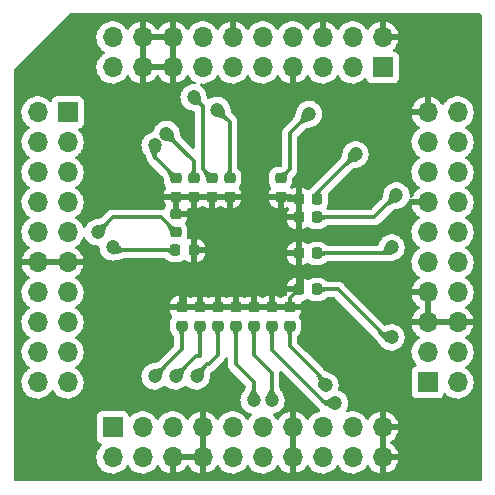
<source format=gbr>
%TF.GenerationSoftware,KiCad,Pcbnew,(6.0.5)*%
%TF.CreationDate,2022-10-26T12:34:09+09:00*%
%TF.ProjectId,AD9852,41443938-3532-42e6-9b69-6361645f7063,rev?*%
%TF.SameCoordinates,Original*%
%TF.FileFunction,Copper,L2,Bot*%
%TF.FilePolarity,Positive*%
%FSLAX46Y46*%
G04 Gerber Fmt 4.6, Leading zero omitted, Abs format (unit mm)*
G04 Created by KiCad (PCBNEW (6.0.5)) date 2022-10-26 12:34:09*
%MOMM*%
%LPD*%
G01*
G04 APERTURE LIST*
G04 Aperture macros list*
%AMRoundRect*
0 Rectangle with rounded corners*
0 $1 Rounding radius*
0 $2 $3 $4 $5 $6 $7 $8 $9 X,Y pos of 4 corners*
0 Add a 4 corners polygon primitive as box body*
4,1,4,$2,$3,$4,$5,$6,$7,$8,$9,$2,$3,0*
0 Add four circle primitives for the rounded corners*
1,1,$1+$1,$2,$3*
1,1,$1+$1,$4,$5*
1,1,$1+$1,$6,$7*
1,1,$1+$1,$8,$9*
0 Add four rect primitives between the rounded corners*
20,1,$1+$1,$2,$3,$4,$5,0*
20,1,$1+$1,$4,$5,$6,$7,0*
20,1,$1+$1,$6,$7,$8,$9,0*
20,1,$1+$1,$8,$9,$2,$3,0*%
G04 Aperture macros list end*
%TA.AperFunction,SMDPad,CuDef*%
%ADD10RoundRect,0.225000X-0.250000X0.225000X-0.250000X-0.225000X0.250000X-0.225000X0.250000X0.225000X0*%
%TD*%
%TA.AperFunction,SMDPad,CuDef*%
%ADD11RoundRect,0.225000X0.250000X-0.225000X0.250000X0.225000X-0.250000X0.225000X-0.250000X-0.225000X0*%
%TD*%
%TA.AperFunction,SMDPad,CuDef*%
%ADD12RoundRect,0.225000X0.225000X0.250000X-0.225000X0.250000X-0.225000X-0.250000X0.225000X-0.250000X0*%
%TD*%
%TA.AperFunction,SMDPad,CuDef*%
%ADD13RoundRect,0.225000X-0.225000X-0.250000X0.225000X-0.250000X0.225000X0.250000X-0.225000X0.250000X0*%
%TD*%
%TA.AperFunction,ComponentPad*%
%ADD14R,1.700000X1.700000*%
%TD*%
%TA.AperFunction,ComponentPad*%
%ADD15O,1.700000X1.700000*%
%TD*%
%TA.AperFunction,ViaPad*%
%ADD16C,1.200000*%
%TD*%
%TA.AperFunction,ViaPad*%
%ADD17C,4.000000*%
%TD*%
%TA.AperFunction,ViaPad*%
%ADD18C,1.400000*%
%TD*%
%TA.AperFunction,Conductor*%
%ADD19C,0.300000*%
%TD*%
G04 APERTURE END LIST*
D10*
%TO.P,C8,1*%
%TO.N,74*%
X182372000Y-71615000D03*
%TO.P,C8,2*%
%TO.N,11*%
X182372000Y-73165000D03*
%TD*%
D11*
%TO.P,C13,1*%
%TO.N,37*%
X187452000Y-84087000D03*
%TO.P,C13,2*%
%TO.N,11*%
X187452000Y-82537000D03*
%TD*%
D10*
%TO.P,C9,1*%
%TO.N,73*%
X183896000Y-71615000D03*
%TO.P,C9,2*%
%TO.N,11*%
X183896000Y-73165000D03*
%TD*%
D12*
%TO.P,C18,1*%
%TO.N,44*%
X191288000Y-81026000D03*
%TO.P,C18,2*%
%TO.N,11*%
X189738000Y-81026000D03*
%TD*%
D13*
%TO.P,C1,1*%
%TO.N,10*%
X179311000Y-77724000D03*
%TO.P,C1,2*%
%TO.N,11*%
X180861000Y-77724000D03*
%TD*%
D11*
%TO.P,C5,1*%
%TO.N,23*%
X179832000Y-84100000D03*
%TO.P,C5,2*%
%TO.N,11*%
X179832000Y-82550000D03*
%TD*%
D10*
%TO.P,C12,1*%
%TO.N,65*%
X188214000Y-71628000D03*
%TO.P,C12,2*%
%TO.N,11*%
X188214000Y-73178000D03*
%TD*%
D12*
%TO.P,C15,1*%
%TO.N,60*%
X191288000Y-73406000D03*
%TO.P,C15,2*%
%TO.N,11*%
X189738000Y-73406000D03*
%TD*%
D14*
%TO.P,J4,1,Pin_1*%
%TO.N,41*%
X200660000Y-88900000D03*
D15*
%TO.P,J4,2,Pin_2*%
%TO.N,42*%
X203200000Y-88900000D03*
%TO.P,J4,3,Pin_3*%
%TO.N,43*%
X200660000Y-86360000D03*
%TO.P,J4,4,Pin_4*%
%TO.N,44*%
X203200000Y-86360000D03*
%TO.P,J4,5,Pin_5*%
%TO.N,11*%
X200660000Y-83820000D03*
%TO.P,J4,6,Pin_6*%
X203200000Y-83820000D03*
%TO.P,J4,7,Pin_7*%
X200660000Y-81280000D03*
%TO.P,J4,8,Pin_8*%
%TO.N,48*%
X203200000Y-81280000D03*
%TO.P,J4,9,Pin_9*%
%TO.N,49*%
X200660000Y-78740000D03*
%TO.P,J4,10,Pin_10*%
%TO.N,50*%
X203200000Y-78740000D03*
%TO.P,J4,11,Pin_11*%
%TO.N,51*%
X200660000Y-76200000D03*
%TO.P,J4,12,Pin_12*%
%TO.N,52*%
X203200000Y-76200000D03*
%TO.P,J4,13,Pin_13*%
%TO.N,11*%
X200660000Y-73660000D03*
%TO.P,J4,14,Pin_14*%
%TO.N,54*%
X203200000Y-73660000D03*
%TO.P,J4,15,Pin_15*%
%TO.N,55*%
X200660000Y-71120000D03*
%TO.P,J4,16,Pin_16*%
%TO.N,56*%
X203200000Y-71120000D03*
%TO.P,J4,17,Pin_17*%
%TO.N,57*%
X200660000Y-68580000D03*
%TO.P,J4,18,Pin_18*%
%TO.N,58*%
X203200000Y-68580000D03*
%TO.P,J4,19,Pin_19*%
%TO.N,11*%
X200660000Y-66040000D03*
%TO.P,J4,20,Pin_20*%
%TO.N,60*%
X203200000Y-66040000D03*
%TD*%
D11*
%TO.P,C2,1*%
%TO.N,9*%
X179324000Y-76200000D03*
%TO.P,C2,2*%
%TO.N,11*%
X179324000Y-74650000D03*
%TD*%
D10*
%TO.P,C7,1*%
%TO.N,11*%
X182880000Y-82537000D03*
%TO.P,C7,2*%
%TO.N,25*%
X182880000Y-84087000D03*
%TD*%
D11*
%TO.P,C10,1*%
%TO.N,31*%
X184404000Y-84087000D03*
%TO.P,C10,2*%
%TO.N,11*%
X184404000Y-82537000D03*
%TD*%
D12*
%TO.P,C17,1*%
%TO.N,50*%
X191288000Y-77978000D03*
%TO.P,C17,2*%
%TO.N,11*%
X189738000Y-77978000D03*
%TD*%
D11*
%TO.P,C14,1*%
%TO.N,38*%
X188976000Y-84087000D03*
%TO.P,C14,2*%
%TO.N,11*%
X188976000Y-82537000D03*
%TD*%
%TO.P,C11,1*%
%TO.N,32*%
X185928000Y-84087000D03*
%TO.P,C11,2*%
%TO.N,11*%
X185928000Y-82537000D03*
%TD*%
D10*
%TO.P,C3,1*%
%TO.N,80*%
X179324000Y-71628000D03*
%TO.P,C3,2*%
%TO.N,11*%
X179324000Y-73178000D03*
%TD*%
D12*
%TO.P,C16,1*%
%TO.N,54*%
X191288000Y-74930000D03*
%TO.P,C16,2*%
%TO.N,11*%
X189738000Y-74930000D03*
%TD*%
D14*
%TO.P,J2,1,Pin_1*%
%TO.N,21*%
X173990000Y-92710000D03*
D15*
%TO.P,J2,2,Pin_2*%
%TO.N,22*%
X173990000Y-95250000D03*
%TO.P,J2,3,Pin_3*%
%TO.N,23*%
X176530000Y-92710000D03*
%TO.P,J2,4,Pin_4*%
%TO.N,24*%
X176530000Y-95250000D03*
%TO.P,J2,5,Pin_5*%
%TO.N,25*%
X179070000Y-92710000D03*
%TO.P,J2,6,Pin_6*%
%TO.N,11*%
X179070000Y-95250000D03*
%TO.P,J2,7,Pin_7*%
X181610000Y-92710000D03*
%TO.P,J2,8,Pin_8*%
X181610000Y-95250000D03*
%TO.P,J2,9,Pin_9*%
%TO.N,29*%
X184150000Y-92710000D03*
%TO.P,J2,10,Pin_10*%
%TO.N,30*%
X184150000Y-95250000D03*
%TO.P,J2,11,Pin_11*%
%TO.N,31*%
X186690000Y-92710000D03*
%TO.P,J2,12,Pin_12*%
%TO.N,32*%
X186690000Y-95250000D03*
%TO.P,J2,13,Pin_13*%
%TO.N,11*%
X189230000Y-92710000D03*
%TO.P,J2,14,Pin_14*%
X189230000Y-95250000D03*
%TO.P,J2,15,Pin_15*%
%TO.N,35*%
X191770000Y-92710000D03*
%TO.P,J2,16,Pin_16*%
%TO.N,36*%
X191770000Y-95250000D03*
%TO.P,J2,17,Pin_17*%
%TO.N,37*%
X194310000Y-92710000D03*
%TO.P,J2,18,Pin_18*%
%TO.N,38*%
X194310000Y-95250000D03*
%TO.P,J2,19,Pin_19*%
%TO.N,11*%
X196850000Y-92710000D03*
%TO.P,J2,20,Pin_20*%
X196850000Y-95250000D03*
%TD*%
D14*
%TO.P,J1,1,Pin_1*%
%TO.N,1*%
X170180000Y-66040000D03*
D15*
%TO.P,J1,2,Pin_2*%
%TO.N,2*%
X167640000Y-66040000D03*
%TO.P,J1,3,Pin_3*%
%TO.N,3*%
X170180000Y-68580000D03*
%TO.P,J1,4,Pin_4*%
%TO.N,4*%
X167640000Y-68580000D03*
%TO.P,J1,5,Pin_5*%
%TO.N,5*%
X170180000Y-71120000D03*
%TO.P,J1,6,Pin_6*%
%TO.N,6*%
X167640000Y-71120000D03*
%TO.P,J1,7,Pin_7*%
%TO.N,7*%
X170180000Y-73660000D03*
%TO.P,J1,8,Pin_8*%
%TO.N,8*%
X167640000Y-73660000D03*
%TO.P,J1,9,Pin_9*%
%TO.N,9*%
X170180000Y-76200000D03*
%TO.P,J1,10,Pin_10*%
%TO.N,10*%
X167640000Y-76200000D03*
%TO.P,J1,11,Pin_11*%
%TO.N,11*%
X170180000Y-78740000D03*
%TO.P,J1,12,Pin_12*%
X167640000Y-78740000D03*
%TO.P,J1,13,Pin_13*%
%TO.N,13*%
X170180000Y-81280000D03*
%TO.P,J1,14,Pin_14*%
%TO.N,14*%
X167640000Y-81280000D03*
%TO.P,J1,15,Pin_15*%
%TO.N,15*%
X170180000Y-83820000D03*
%TO.P,J1,16,Pin_16*%
%TO.N,16*%
X167640000Y-83820000D03*
%TO.P,J1,17,Pin_17*%
%TO.N,17*%
X170180000Y-86360000D03*
%TO.P,J1,18,Pin_18*%
%TO.N,18*%
X167640000Y-86360000D03*
%TO.P,J1,19,Pin_19*%
%TO.N,19*%
X170180000Y-88900000D03*
%TO.P,J1,20,Pin_20*%
%TO.N,20*%
X167640000Y-88900000D03*
%TD*%
D10*
%TO.P,C4,1*%
%TO.N,79*%
X180848000Y-71628000D03*
%TO.P,C4,2*%
%TO.N,11*%
X180848000Y-73178000D03*
%TD*%
%TO.P,C6,1*%
%TO.N,11*%
X181356000Y-82537000D03*
%TO.P,C6,2*%
%TO.N,24*%
X181356000Y-84087000D03*
%TD*%
D14*
%TO.P,J3,1,Pin_1*%
%TO.N,61*%
X196850000Y-62230000D03*
D15*
%TO.P,J3,2,Pin_2*%
%TO.N,11*%
X196850000Y-59690000D03*
%TO.P,J3,3,Pin_3*%
%TO.N,63*%
X194310000Y-62230000D03*
%TO.P,J3,4,Pin_4*%
%TO.N,64*%
X194310000Y-59690000D03*
%TO.P,J3,5,Pin_5*%
%TO.N,65*%
X191770000Y-62230000D03*
%TO.P,J3,6,Pin_6*%
%TO.N,11*%
X191770000Y-59690000D03*
%TO.P,J3,7,Pin_7*%
X189230000Y-62230000D03*
%TO.P,J3,8,Pin_8*%
%TO.N,68*%
X189230000Y-59690000D03*
%TO.P,J3,9,Pin_9*%
%TO.N,69*%
X186690000Y-62230000D03*
%TO.P,J3,10,Pin_10*%
%TO.N,70*%
X186690000Y-59690000D03*
%TO.P,J3,11,Pin_11*%
%TO.N,71*%
X184150000Y-62230000D03*
%TO.P,J3,12,Pin_12*%
%TO.N,11*%
X184150000Y-59690000D03*
%TO.P,J3,13,Pin_13*%
%TO.N,73*%
X181610000Y-62230000D03*
%TO.P,J3,14,Pin_14*%
%TO.N,74*%
X181610000Y-59690000D03*
%TO.P,J3,15,Pin_15*%
%TO.N,11*%
X179070000Y-62230000D03*
%TO.P,J3,16,Pin_16*%
X179070000Y-59690000D03*
%TO.P,J3,17,Pin_17*%
X176530000Y-62230000D03*
%TO.P,J3,18,Pin_18*%
X176530000Y-59690000D03*
%TO.P,J3,19,Pin_19*%
%TO.N,79*%
X173990000Y-62230000D03*
%TO.P,J3,20,Pin_20*%
%TO.N,80*%
X173990000Y-59690000D03*
%TD*%
D16*
%TO.N,10*%
X173990000Y-77470000D03*
D17*
%TO.N,11*%
X185420000Y-77470000D03*
D18*
X182880000Y-80010000D03*
X182880000Y-74930000D03*
D17*
X203200000Y-95250000D03*
X203200000Y-59690000D03*
X167640000Y-95250000D03*
D18*
X187960000Y-74930000D03*
X187960000Y-80010000D03*
D16*
%TO.N,9*%
X172720000Y-76200000D03*
%TO.N,80*%
X177546000Y-68834000D03*
%TO.N,79*%
X178548276Y-67831724D03*
%TO.N,23*%
X177546000Y-88392000D03*
%TO.N,24*%
X179324000Y-88392000D03*
%TO.N,25*%
X181102000Y-88392000D03*
%TO.N,74*%
X180848000Y-64770000D03*
%TO.N,73*%
X182843923Y-65822077D03*
%TO.N,31*%
X185928000Y-90424000D03*
%TO.N,32*%
X187452000Y-90424000D03*
%TO.N,65*%
X190627000Y-66167000D03*
%TO.N,37*%
X192808675Y-90655325D03*
%TO.N,38*%
X192019228Y-89158773D03*
%TO.N,60*%
X194564000Y-69596000D03*
%TO.N,54*%
X198029398Y-73061398D03*
%TO.N,50*%
X197612000Y-77470000D03*
%TO.N,44*%
X197612000Y-85090000D03*
%TD*%
D19*
%TO.N,79*%
X180848000Y-70131448D02*
X178548276Y-67831724D01*
X180848000Y-71628000D02*
X180848000Y-70131448D01*
%TO.N,10*%
X173990000Y-77470000D02*
X174244000Y-77724000D01*
X174244000Y-77724000D02*
X179311000Y-77724000D01*
%TO.N,11*%
X180848000Y-73178000D02*
X182359000Y-73178000D01*
X183896000Y-73165000D02*
X188201000Y-73165000D01*
X182372000Y-80518000D02*
X182880000Y-80010000D01*
X179832000Y-82550000D02*
X180086000Y-82296000D01*
X182880000Y-81534000D02*
X182893000Y-81521000D01*
X182880000Y-82537000D02*
X182880000Y-81534000D01*
X189992000Y-79756000D02*
X189738000Y-79502000D01*
X180086000Y-82296000D02*
X180086000Y-81534000D01*
X189738000Y-81026000D02*
X189992000Y-80772000D01*
X188976000Y-81788000D02*
X189738000Y-81026000D01*
X189738000Y-76454000D02*
X189738000Y-74930000D01*
X188976000Y-82537000D02*
X187452000Y-82537000D01*
X180861000Y-76949000D02*
X182880000Y-74930000D01*
X179324000Y-73178000D02*
X180848000Y-73178000D01*
X182880000Y-81534000D02*
X181356000Y-81534000D01*
X187452000Y-82537000D02*
X185928000Y-82537000D01*
X181356000Y-81534000D02*
X180086000Y-81534000D01*
X184404000Y-82537000D02*
X184404000Y-81521000D01*
X185941000Y-81521000D02*
X185928000Y-81534000D01*
X184417000Y-81534000D02*
X184404000Y-81521000D01*
X188214000Y-80264000D02*
X187960000Y-80010000D01*
X189992000Y-80772000D02*
X189992000Y-79756000D01*
X185420000Y-77470000D02*
X182880000Y-74930000D01*
X181356000Y-82537000D02*
X181356000Y-81534000D01*
X184404000Y-81521000D02*
X182893000Y-81521000D01*
X183896000Y-73165000D02*
X182372000Y-73165000D01*
X188214000Y-73178000D02*
X189510000Y-73178000D01*
X182880000Y-80010000D02*
X182880000Y-74930000D01*
X185928000Y-82537000D02*
X185928000Y-81788000D01*
X182372000Y-74422000D02*
X182880000Y-74930000D01*
X185928000Y-81788000D02*
X185674000Y-81534000D01*
X189738000Y-77978000D02*
X189738000Y-76454000D01*
X182600000Y-74650000D02*
X182880000Y-74930000D01*
X185674000Y-81534000D02*
X184417000Y-81534000D01*
X189510000Y-73178000D02*
X189738000Y-73406000D01*
X184404000Y-78486000D02*
X185420000Y-77470000D01*
X188976000Y-82537000D02*
X188976000Y-81788000D01*
X188201000Y-73165000D02*
X188214000Y-73178000D01*
X189738000Y-79502000D02*
X189738000Y-77978000D01*
X185928000Y-81534000D02*
X185928000Y-76962000D01*
X185928000Y-76962000D02*
X187960000Y-74930000D01*
X185928000Y-81534000D02*
X185674000Y-81534000D01*
X179324000Y-74650000D02*
X182600000Y-74650000D01*
X189738000Y-74930000D02*
X189738000Y-73406000D01*
X182372000Y-73165000D02*
X182372000Y-74422000D01*
X182359000Y-73178000D02*
X182372000Y-73165000D01*
X182880000Y-81534000D02*
X182372000Y-81026000D01*
X184404000Y-81521000D02*
X184404000Y-78486000D01*
X180861000Y-77724000D02*
X180861000Y-76949000D01*
X182372000Y-81026000D02*
X182372000Y-80518000D01*
%TO.N,9*%
X178054000Y-74930000D02*
X179324000Y-76200000D01*
X172720000Y-76200000D02*
X173990000Y-74930000D01*
X173990000Y-74930000D02*
X178054000Y-74930000D01*
%TO.N,80*%
X179324000Y-71628000D02*
X177546000Y-69850000D01*
X177546000Y-69850000D02*
X177546000Y-68834000D01*
%TO.N,23*%
X177546000Y-88392000D02*
X179832000Y-86106000D01*
X179832000Y-86106000D02*
X179832000Y-84100000D01*
%TO.N,24*%
X181356000Y-86695154D02*
X181356000Y-84087000D01*
X181020846Y-86695154D02*
X179324000Y-88392000D01*
X181356000Y-86695154D02*
X181020846Y-86695154D01*
%TO.N,25*%
X182118000Y-87376000D02*
X182880000Y-86614000D01*
X182880000Y-86614000D02*
X182880000Y-84087000D01*
X182018657Y-87376000D02*
X182118000Y-87376000D01*
X181102000Y-88392000D02*
X181102000Y-88292657D01*
X181102000Y-88292657D02*
X182018657Y-87376000D01*
%TO.N,74*%
X181605000Y-70848000D02*
X182372000Y-71615000D01*
X180848000Y-64770000D02*
X181605000Y-65527000D01*
X181605000Y-65527000D02*
X181605000Y-70848000D01*
%TO.N,73*%
X183896000Y-66874154D02*
X182843923Y-65822077D01*
X183896000Y-71615000D02*
X183896000Y-66874154D01*
%TO.N,31*%
X184404000Y-87376000D02*
X184404000Y-84087000D01*
X185928000Y-88900000D02*
X184404000Y-87376000D01*
X185928000Y-90424000D02*
X185928000Y-88900000D01*
%TO.N,32*%
X185928000Y-86614000D02*
X185928000Y-84087000D01*
X187452000Y-90424000D02*
X187452000Y-88138000D01*
X187452000Y-88138000D02*
X185928000Y-86614000D01*
%TO.N,65*%
X188214000Y-71628000D02*
X188976000Y-70866000D01*
X188976000Y-67818000D02*
X190627000Y-66167000D01*
X188976000Y-70866000D02*
X188976000Y-67818000D01*
%TO.N,37*%
X191947121Y-90655325D02*
X187452000Y-86160204D01*
X192808675Y-90655325D02*
X191947121Y-90655325D01*
X187452000Y-86160204D02*
X187452000Y-84087000D01*
%TO.N,38*%
X192019228Y-89149228D02*
X191516000Y-88646000D01*
X192019228Y-89158773D02*
X192019228Y-89149228D01*
X188976000Y-85852000D02*
X188976000Y-84087000D01*
X191516000Y-88392000D02*
X188976000Y-85852000D01*
X191516000Y-88646000D02*
X191516000Y-88392000D01*
%TO.N,60*%
X191288000Y-73406000D02*
X191288000Y-72872000D01*
X191288000Y-72872000D02*
X194564000Y-69596000D01*
%TO.N,54*%
X196160796Y-74930000D02*
X191288000Y-74930000D01*
X198029398Y-73061398D02*
X196160796Y-74930000D01*
%TO.N,50*%
X197104000Y-77978000D02*
X191288000Y-77978000D01*
X197612000Y-77470000D02*
X197104000Y-77978000D01*
%TO.N,44*%
X193040000Y-81026000D02*
X191288000Y-81026000D01*
X197104000Y-85090000D02*
X193040000Y-81026000D01*
X197612000Y-85090000D02*
X197104000Y-85090000D01*
%TD*%
%TA.AperFunction,Conductor*%
%TO.N,74*%
G36*
X180650825Y-64561775D02*
G01*
X181439936Y-64767894D01*
X181447074Y-64773300D01*
X181448644Y-64778310D01*
X181456596Y-64880937D01*
X181479928Y-64973260D01*
X181514312Y-65052091D01*
X181556064Y-65122552D01*
X181601500Y-65189767D01*
X181646692Y-65258487D01*
X181647161Y-65259268D01*
X181671726Y-65304038D01*
X181688319Y-65334278D01*
X181688963Y-65335657D01*
X181722746Y-65422324D01*
X181723265Y-65424033D01*
X181743765Y-65516687D01*
X181746213Y-65527753D01*
X181746463Y-65529495D01*
X181754160Y-65643955D01*
X181751296Y-65652439D01*
X181742486Y-65656440D01*
X181465412Y-65656440D01*
X181457139Y-65653013D01*
X181453791Y-65646099D01*
X181442163Y-65546650D01*
X181442052Y-65545697D01*
X181434318Y-65529495D01*
X181427043Y-65514257D01*
X181405390Y-65468899D01*
X181404258Y-65467928D01*
X181349079Y-65420562D01*
X181349076Y-65420560D01*
X181348286Y-65419882D01*
X181347308Y-65419521D01*
X181347306Y-65419520D01*
X181274610Y-65392700D01*
X181274611Y-65392700D01*
X181274014Y-65392480D01*
X181185845Y-65380528D01*
X181185535Y-65380520D01*
X181185527Y-65380519D01*
X181135529Y-65379171D01*
X181087052Y-65377863D01*
X181086990Y-65377863D01*
X180981075Y-65378318D01*
X180980750Y-65378315D01*
X180871170Y-65375743D01*
X180870209Y-65375681D01*
X180797049Y-65367909D01*
X180760463Y-65364023D01*
X180758864Y-65363738D01*
X180659778Y-65338943D01*
X180652584Y-65333610D01*
X180650920Y-65327822D01*
X180643989Y-64973260D01*
X180636170Y-64573324D01*
X180639435Y-64564985D01*
X180647639Y-64561397D01*
X180650825Y-64561775D01*
G37*
%TD.AperFunction*%
%TD*%
%TA.AperFunction,Conductor*%
%TO.N,65*%
G36*
X188745256Y-70900608D02*
G01*
X188941393Y-71096745D01*
X188944820Y-71105018D01*
X188941668Y-71113005D01*
X188879975Y-71179024D01*
X188826655Y-71246389D01*
X188786591Y-71308832D01*
X188756948Y-71368347D01*
X188734888Y-71426929D01*
X188717577Y-71486574D01*
X188717547Y-71486695D01*
X188717543Y-71486711D01*
X188702176Y-71549276D01*
X188685893Y-71616851D01*
X188685819Y-71617144D01*
X188665828Y-71691585D01*
X188665677Y-71692099D01*
X188641619Y-71767692D01*
X188635845Y-71774537D01*
X188630700Y-71775842D01*
X188319938Y-71781917D01*
X188067066Y-71786861D01*
X188058727Y-71783596D01*
X188055139Y-71774934D01*
X188061938Y-71427159D01*
X188066158Y-71211301D01*
X188069746Y-71203097D01*
X188074307Y-71200381D01*
X188102753Y-71191328D01*
X188149900Y-71176322D01*
X188150414Y-71176171D01*
X188224855Y-71156180D01*
X188225148Y-71156106D01*
X188292723Y-71139823D01*
X188295689Y-71139094D01*
X188355288Y-71124456D01*
X188355304Y-71124452D01*
X188355425Y-71124422D01*
X188355549Y-71124386D01*
X188355564Y-71124382D01*
X188414840Y-71107178D01*
X188414846Y-71107176D01*
X188415070Y-71107111D01*
X188473652Y-71085051D01*
X188533167Y-71055408D01*
X188595610Y-71015344D01*
X188662975Y-70962024D01*
X188670538Y-70954957D01*
X188728995Y-70900332D01*
X188737379Y-70897188D01*
X188745256Y-70900608D01*
G37*
%TD.AperFunction*%
%TD*%
%TA.AperFunction,Conductor*%
%TO.N,24*%
G36*
X180067324Y-87452410D02*
G01*
X180263590Y-87648676D01*
X180267017Y-87656949D01*
X180263930Y-87664867D01*
X180178209Y-87758102D01*
X180108951Y-87850716D01*
X180059331Y-87937091D01*
X180024931Y-88019869D01*
X180001333Y-88101691D01*
X179984121Y-88185199D01*
X179984107Y-88185282D01*
X179968879Y-88273013D01*
X179968852Y-88273159D01*
X179951232Y-88367563D01*
X179951120Y-88368095D01*
X179926709Y-88471856D01*
X179926504Y-88472614D01*
X179893257Y-88580811D01*
X179887552Y-88587711D01*
X179882305Y-88589070D01*
X179334274Y-88599784D01*
X179124033Y-88603894D01*
X179115694Y-88600629D01*
X179112106Y-88591967D01*
X179121690Y-88101691D01*
X179126929Y-87833696D01*
X179130517Y-87825493D01*
X179135188Y-87822743D01*
X179199988Y-87802830D01*
X179243385Y-87789495D01*
X179244143Y-87789290D01*
X179286680Y-87779283D01*
X179347920Y-87764876D01*
X179348419Y-87764771D01*
X179403727Y-87754447D01*
X179442840Y-87747147D01*
X179442986Y-87747120D01*
X179480100Y-87740678D01*
X179530800Y-87731878D01*
X179530887Y-87731860D01*
X179530898Y-87731858D01*
X179572419Y-87723300D01*
X179614308Y-87714666D01*
X179696130Y-87691068D01*
X179778908Y-87656668D01*
X179865283Y-87607048D01*
X179957897Y-87537790D01*
X180051133Y-87452070D01*
X180059542Y-87448993D01*
X180067324Y-87452410D01*
G37*
%TD.AperFunction*%
%TD*%
%TA.AperFunction,Conductor*%
%TO.N,32*%
G36*
X187599054Y-89237427D02*
G01*
X187602471Y-89245208D01*
X187607784Y-89371749D01*
X187607825Y-89372032D01*
X187624248Y-89485860D01*
X187624250Y-89485868D01*
X187624299Y-89486210D01*
X187650289Y-89582373D01*
X187684497Y-89665231D01*
X187725668Y-89739774D01*
X187772546Y-89810994D01*
X187772590Y-89811056D01*
X187772612Y-89811089D01*
X187823822Y-89883809D01*
X187823907Y-89883930D01*
X187878244Y-89963206D01*
X187878541Y-89963662D01*
X187934655Y-90054299D01*
X187935039Y-90054970D01*
X187988035Y-90154984D01*
X187988881Y-90163898D01*
X187986130Y-90168571D01*
X187460433Y-90715231D01*
X187452229Y-90718819D01*
X187443567Y-90715231D01*
X186917870Y-90168571D01*
X186914605Y-90160232D01*
X186915964Y-90154985D01*
X186968960Y-90054970D01*
X186969344Y-90054299D01*
X187025458Y-89963662D01*
X187025755Y-89963206D01*
X187080092Y-89883930D01*
X187080177Y-89883809D01*
X187131387Y-89811089D01*
X187131409Y-89811056D01*
X187131453Y-89810994D01*
X187178331Y-89739774D01*
X187219502Y-89665231D01*
X187253710Y-89582373D01*
X187279700Y-89486210D01*
X187279749Y-89485868D01*
X187279751Y-89485860D01*
X187296174Y-89372032D01*
X187296215Y-89371749D01*
X187301529Y-89245208D01*
X187305300Y-89237087D01*
X187313219Y-89234000D01*
X187590781Y-89234000D01*
X187599054Y-89237427D01*
G37*
%TD.AperFunction*%
%TD*%
%TA.AperFunction,Conductor*%
%TO.N,32*%
G36*
X185936433Y-83870769D02*
G01*
X186327191Y-84277109D01*
X186330456Y-84285448D01*
X186329151Y-84290593D01*
X186292704Y-84361071D01*
X186292447Y-84361541D01*
X186253969Y-84428272D01*
X186253814Y-84428533D01*
X186217527Y-84487859D01*
X186184080Y-84543086D01*
X186154146Y-84597502D01*
X186128320Y-84654525D01*
X186107197Y-84717569D01*
X186091373Y-84790052D01*
X186081442Y-84875390D01*
X186081434Y-84875637D01*
X186078383Y-84965696D01*
X186074678Y-84973848D01*
X186066690Y-84977000D01*
X185789310Y-84977000D01*
X185781037Y-84973573D01*
X185777617Y-84965696D01*
X185774565Y-84875637D01*
X185774557Y-84875390D01*
X185764626Y-84790052D01*
X185748802Y-84717569D01*
X185727679Y-84654525D01*
X185701853Y-84597502D01*
X185671919Y-84543086D01*
X185638472Y-84487859D01*
X185602185Y-84428533D01*
X185602030Y-84428272D01*
X185594988Y-84416060D01*
X185563543Y-84361525D01*
X185563295Y-84361072D01*
X185563295Y-84361071D01*
X185526849Y-84290593D01*
X185526093Y-84281670D01*
X185528809Y-84277109D01*
X185919567Y-83870769D01*
X185927771Y-83867181D01*
X185936433Y-83870769D01*
G37*
%TD.AperFunction*%
%TD*%
%TA.AperFunction,Conductor*%
%TO.N,65*%
G36*
X190835306Y-65958371D02*
G01*
X190838894Y-65967033D01*
X190838834Y-65970095D01*
X190824404Y-66708283D01*
X190824071Y-66725303D01*
X190820483Y-66733507D01*
X190815812Y-66736257D01*
X190746671Y-66757503D01*
X190707614Y-66769504D01*
X190706856Y-66769709D01*
X190664319Y-66779716D01*
X190603079Y-66794123D01*
X190602580Y-66794228D01*
X190547272Y-66804552D01*
X190508159Y-66811852D01*
X190508013Y-66811879D01*
X190470899Y-66818321D01*
X190420199Y-66827121D01*
X190420112Y-66827139D01*
X190420101Y-66827141D01*
X190378580Y-66835699D01*
X190336691Y-66844333D01*
X190254869Y-66867931D01*
X190172091Y-66902331D01*
X190085716Y-66951951D01*
X189993102Y-67021209D01*
X189900238Y-67106590D01*
X189899868Y-67106930D01*
X189891458Y-67110007D01*
X189883676Y-67106590D01*
X189687410Y-66910324D01*
X189683983Y-66902051D01*
X189687070Y-66894132D01*
X189772586Y-66801119D01*
X189772587Y-66801118D01*
X189772790Y-66800897D01*
X189821128Y-66736258D01*
X189841835Y-66708568D01*
X189841836Y-66708567D01*
X189842048Y-66708283D01*
X189891668Y-66621908D01*
X189926068Y-66539130D01*
X189949666Y-66457308D01*
X189966878Y-66373800D01*
X189982123Y-66285967D01*
X189999771Y-66191419D01*
X189999879Y-66190904D01*
X190024290Y-66087143D01*
X190024495Y-66086385D01*
X190057742Y-65978190D01*
X190063448Y-65971289D01*
X190068695Y-65969930D01*
X190616726Y-65959216D01*
X190826967Y-65955106D01*
X190835306Y-65958371D01*
G37*
%TD.AperFunction*%
%TD*%
%TA.AperFunction,Conductor*%
%TO.N,73*%
G36*
X184042963Y-70728427D02*
G01*
X184046383Y-70736304D01*
X184049442Y-70826609D01*
X184059373Y-70911947D01*
X184075197Y-70984430D01*
X184096320Y-71047474D01*
X184122146Y-71104497D01*
X184152080Y-71158913D01*
X184152133Y-71159000D01*
X184185527Y-71214140D01*
X184221814Y-71273466D01*
X184221969Y-71273727D01*
X184260447Y-71340458D01*
X184260704Y-71340928D01*
X184297151Y-71411407D01*
X184297907Y-71420329D01*
X184295191Y-71424891D01*
X183904433Y-71831231D01*
X183896229Y-71834819D01*
X183887567Y-71831231D01*
X183496809Y-71424891D01*
X183493544Y-71416552D01*
X183494849Y-71411407D01*
X183500197Y-71401065D01*
X183531304Y-71340911D01*
X183531543Y-71340474D01*
X183570030Y-71273727D01*
X183570185Y-71273466D01*
X183606472Y-71214140D01*
X183639866Y-71159000D01*
X183639919Y-71158913D01*
X183669853Y-71104497D01*
X183695679Y-71047474D01*
X183716802Y-70984430D01*
X183732626Y-70911947D01*
X183742557Y-70826609D01*
X183745617Y-70736304D01*
X183749322Y-70728151D01*
X183757310Y-70725000D01*
X184034690Y-70725000D01*
X184042963Y-70728427D01*
G37*
%TD.AperFunction*%
%TD*%
%TA.AperFunction,Conductor*%
%TO.N,54*%
G36*
X198237704Y-72852769D02*
G01*
X198241292Y-72861431D01*
X198241232Y-72864493D01*
X198226802Y-73602681D01*
X198226469Y-73619701D01*
X198222881Y-73627905D01*
X198218210Y-73630655D01*
X198149069Y-73651901D01*
X198110012Y-73663902D01*
X198109254Y-73664107D01*
X198066717Y-73674114D01*
X198005477Y-73688521D01*
X198004978Y-73688626D01*
X197949670Y-73698950D01*
X197910557Y-73706250D01*
X197910411Y-73706277D01*
X197873297Y-73712719D01*
X197822597Y-73721519D01*
X197822510Y-73721537D01*
X197822499Y-73721539D01*
X197780978Y-73730097D01*
X197739089Y-73738731D01*
X197657267Y-73762329D01*
X197574489Y-73796729D01*
X197488114Y-73846349D01*
X197395500Y-73915607D01*
X197302636Y-74000988D01*
X197302266Y-74001328D01*
X197293856Y-74004405D01*
X197286074Y-74000988D01*
X197089808Y-73804722D01*
X197086381Y-73796449D01*
X197089468Y-73788530D01*
X197174984Y-73695517D01*
X197174985Y-73695516D01*
X197175188Y-73695295D01*
X197223526Y-73630656D01*
X197244233Y-73602966D01*
X197244234Y-73602965D01*
X197244446Y-73602681D01*
X197294066Y-73516306D01*
X197328466Y-73433528D01*
X197352064Y-73351706D01*
X197369276Y-73268198D01*
X197384521Y-73180365D01*
X197402169Y-73085817D01*
X197402277Y-73085302D01*
X197426688Y-72981541D01*
X197426893Y-72980783D01*
X197460140Y-72872588D01*
X197465846Y-72865687D01*
X197471093Y-72864328D01*
X198019124Y-72853614D01*
X198229365Y-72849504D01*
X198237704Y-72852769D01*
G37*
%TD.AperFunction*%
%TD*%
%TA.AperFunction,Conductor*%
%TO.N,9*%
G36*
X173463324Y-75260410D02*
G01*
X173659590Y-75456676D01*
X173663017Y-75464949D01*
X173659930Y-75472867D01*
X173574209Y-75566102D01*
X173504951Y-75658716D01*
X173455331Y-75745091D01*
X173420931Y-75827869D01*
X173397333Y-75909691D01*
X173380121Y-75993199D01*
X173380107Y-75993282D01*
X173364879Y-76081013D01*
X173364852Y-76081159D01*
X173347232Y-76175563D01*
X173347120Y-76176095D01*
X173322709Y-76279856D01*
X173322504Y-76280614D01*
X173289257Y-76388811D01*
X173283552Y-76395711D01*
X173278305Y-76397070D01*
X172730274Y-76407784D01*
X172520033Y-76411894D01*
X172511694Y-76408629D01*
X172508106Y-76399967D01*
X172517690Y-75909691D01*
X172522929Y-75641696D01*
X172526517Y-75633493D01*
X172531188Y-75630743D01*
X172595988Y-75610830D01*
X172639385Y-75597495D01*
X172640143Y-75597290D01*
X172682680Y-75587283D01*
X172743920Y-75572876D01*
X172744419Y-75572771D01*
X172799727Y-75562447D01*
X172838840Y-75555147D01*
X172838986Y-75555120D01*
X172876100Y-75548678D01*
X172926800Y-75539878D01*
X172926887Y-75539860D01*
X172926898Y-75539858D01*
X172968419Y-75531300D01*
X173010308Y-75522666D01*
X173092130Y-75499068D01*
X173174908Y-75464668D01*
X173261283Y-75415048D01*
X173353897Y-75345790D01*
X173447133Y-75260070D01*
X173455542Y-75256993D01*
X173463324Y-75260410D01*
G37*
%TD.AperFunction*%
%TD*%
%TA.AperFunction,Conductor*%
%TO.N,44*%
G36*
X196702124Y-84475071D02*
G01*
X196770164Y-84535509D01*
X196770521Y-84535743D01*
X196841874Y-84582515D01*
X196841880Y-84582518D01*
X196842319Y-84582806D01*
X196842806Y-84583011D01*
X196842809Y-84583013D01*
X196877342Y-84597577D01*
X196911713Y-84612073D01*
X196912287Y-84612188D01*
X196912289Y-84612189D01*
X196931063Y-84615963D01*
X196979718Y-84625744D01*
X197000113Y-84625897D01*
X197047251Y-84626252D01*
X197047256Y-84626252D01*
X197047702Y-84626255D01*
X197051910Y-84625635D01*
X197116734Y-84616084D01*
X197116743Y-84616082D01*
X197117036Y-84616039D01*
X197117328Y-84615964D01*
X197117333Y-84615963D01*
X197161330Y-84604663D01*
X197189089Y-84597533D01*
X197265233Y-84573171D01*
X197346836Y-84545388D01*
X197427391Y-84519182D01*
X197436317Y-84519881D01*
X197440303Y-84523200D01*
X197478521Y-84573171D01*
X197893974Y-85116392D01*
X197900116Y-85124423D01*
X197902419Y-85133077D01*
X197897930Y-85140825D01*
X197896267Y-85141887D01*
X197195516Y-85510175D01*
X197186600Y-85510990D01*
X197181642Y-85507929D01*
X197097194Y-85420134D01*
X197096859Y-85419771D01*
X197022975Y-85336172D01*
X197022660Y-85335801D01*
X196960696Y-85259516D01*
X196960455Y-85259208D01*
X196905903Y-85187256D01*
X196905783Y-85187095D01*
X196854062Y-85116392D01*
X196800777Y-85044119D01*
X196800739Y-85044067D01*
X196741358Y-84967224D01*
X196671407Y-84882892D01*
X196586374Y-84788101D01*
X196586294Y-84788018D01*
X196489743Y-84688149D01*
X196486457Y-84679819D01*
X196489882Y-84671744D01*
X196686081Y-84475545D01*
X196694354Y-84472118D01*
X196702124Y-84475071D01*
G37*
%TD.AperFunction*%
%TD*%
%TA.AperFunction,Conductor*%
%TO.N,10*%
G36*
X174456453Y-77094625D02*
G01*
X174460550Y-77097968D01*
X174518390Y-77172711D01*
X174518614Y-77173010D01*
X174573476Y-77249034D01*
X174623735Y-77319046D01*
X174672752Y-77382166D01*
X174723977Y-77437643D01*
X174780861Y-77484722D01*
X174846855Y-77522651D01*
X174847342Y-77522825D01*
X174847347Y-77522827D01*
X174924968Y-77550519D01*
X174924972Y-77550520D01*
X174925409Y-77550676D01*
X175019974Y-77568043D01*
X175044458Y-77569322D01*
X175122910Y-77573421D01*
X175130994Y-77577275D01*
X175134000Y-77585105D01*
X175134000Y-77862685D01*
X175130573Y-77870958D01*
X175122691Y-77874378D01*
X175077872Y-77875877D01*
X174975686Y-77879294D01*
X174975478Y-77879317D01*
X174975471Y-77879317D01*
X174887077Y-77888884D01*
X174842604Y-77893697D01*
X174729022Y-77914983D01*
X174728860Y-77915025D01*
X174728847Y-77915028D01*
X174629319Y-77940900D01*
X174629304Y-77940904D01*
X174629209Y-77940929D01*
X174537433Y-77969311D01*
X174448090Y-77997865D01*
X174447789Y-77997956D01*
X174355428Y-78024387D01*
X174354712Y-78024568D01*
X174253472Y-78046739D01*
X174252544Y-78046903D01*
X174163613Y-78058988D01*
X174141294Y-78062021D01*
X174136562Y-78062664D01*
X174135599Y-78062755D01*
X174006992Y-78069495D01*
X173998551Y-78066506D01*
X173995464Y-78062021D01*
X173798180Y-77550519D01*
X173722549Y-77354431D01*
X173722769Y-77345479D01*
X173729684Y-77339149D01*
X174447518Y-77094056D01*
X174456453Y-77094625D01*
G37*
%TD.AperFunction*%
%TD*%
%TA.AperFunction,Conductor*%
%TO.N,9*%
G36*
X178809005Y-75472332D02*
G01*
X178866356Y-75525924D01*
X178875024Y-75534024D01*
X178942389Y-75587344D01*
X179004832Y-75627408D01*
X179064347Y-75657051D01*
X179122929Y-75679111D01*
X179123153Y-75679176D01*
X179123159Y-75679178D01*
X179182435Y-75696382D01*
X179182450Y-75696386D01*
X179182574Y-75696422D01*
X179182695Y-75696452D01*
X179182711Y-75696456D01*
X179242310Y-75711094D01*
X179245276Y-75711823D01*
X179312851Y-75728106D01*
X179313144Y-75728180D01*
X179387585Y-75748171D01*
X179388099Y-75748322D01*
X179432798Y-75762548D01*
X179463692Y-75772381D01*
X179470537Y-75778156D01*
X179471842Y-75783300D01*
X179476062Y-75999159D01*
X179482861Y-76346934D01*
X179479596Y-76355273D01*
X179470934Y-76358861D01*
X179218062Y-76353917D01*
X178907301Y-76347842D01*
X178899097Y-76344254D01*
X178896381Y-76339692D01*
X178872322Y-76264099D01*
X178872171Y-76263585D01*
X178852180Y-76189144D01*
X178852106Y-76188851D01*
X178835823Y-76121276D01*
X178835820Y-76121265D01*
X178835808Y-76121215D01*
X178820456Y-76058711D01*
X178820452Y-76058695D01*
X178820422Y-76058574D01*
X178803111Y-75998929D01*
X178781051Y-75940347D01*
X178751408Y-75880832D01*
X178711344Y-75818389D01*
X178658024Y-75751024D01*
X178607032Y-75696456D01*
X178596332Y-75685005D01*
X178593188Y-75676621D01*
X178596608Y-75668744D01*
X178792744Y-75472608D01*
X178801017Y-75469181D01*
X178809005Y-75472332D01*
G37*
%TD.AperFunction*%
%TD*%
%TA.AperFunction,Conductor*%
%TO.N,80*%
G36*
X177554196Y-68543157D02*
G01*
X177556714Y-68545141D01*
X178079844Y-69089132D01*
X178083109Y-69097470D01*
X178081490Y-69103183D01*
X178031532Y-69187916D01*
X178030697Y-69189145D01*
X177977078Y-69258264D01*
X177965688Y-69272946D01*
X177965138Y-69273604D01*
X177895016Y-69351471D01*
X177894854Y-69351648D01*
X177825768Y-69425272D01*
X177764094Y-69496208D01*
X177716019Y-69566231D01*
X177715782Y-69566825D01*
X177715780Y-69566828D01*
X177688041Y-69636244D01*
X177687666Y-69637183D01*
X177685159Y-69710906D01*
X177714620Y-69789245D01*
X177775662Y-69865869D01*
X177778137Y-69874473D01*
X177774784Y-69881430D01*
X177578812Y-70077402D01*
X177570539Y-70080829D01*
X177561797Y-70076906D01*
X177484893Y-69990458D01*
X177483957Y-69989255D01*
X177423732Y-69900594D01*
X177422941Y-69899244D01*
X177406285Y-69865867D01*
X177381236Y-69815674D01*
X177380707Y-69814442D01*
X177378267Y-69807718D01*
X177351662Y-69734418D01*
X177351407Y-69733629D01*
X177345263Y-69711988D01*
X177329245Y-69655575D01*
X177308299Y-69578447D01*
X177282880Y-69501402D01*
X177280510Y-69496208D01*
X177248133Y-69425272D01*
X177247182Y-69423189D01*
X177246958Y-69422840D01*
X177195639Y-69342927D01*
X177195637Y-69342924D01*
X177195403Y-69342560D01*
X177127279Y-69264607D01*
X177124415Y-69256123D01*
X177125993Y-69250996D01*
X177538187Y-68547338D01*
X177545325Y-68541932D01*
X177554196Y-68543157D01*
G37*
%TD.AperFunction*%
%TD*%
%TA.AperFunction,Conductor*%
%TO.N,79*%
G36*
X180994963Y-70741427D02*
G01*
X180998383Y-70749304D01*
X181001442Y-70839609D01*
X181011373Y-70924947D01*
X181027197Y-70997430D01*
X181048320Y-71060474D01*
X181074146Y-71117497D01*
X181104080Y-71171913D01*
X181104133Y-71172000D01*
X181137527Y-71227140D01*
X181173814Y-71286466D01*
X181173969Y-71286727D01*
X181212447Y-71353458D01*
X181212704Y-71353928D01*
X181249151Y-71424407D01*
X181249907Y-71433329D01*
X181247191Y-71437891D01*
X180856433Y-71844231D01*
X180848229Y-71847819D01*
X180839567Y-71844231D01*
X180448809Y-71437891D01*
X180445544Y-71429552D01*
X180446849Y-71424407D01*
X180452197Y-71414065D01*
X180483304Y-71353911D01*
X180483543Y-71353474D01*
X180522030Y-71286727D01*
X180522185Y-71286466D01*
X180558472Y-71227140D01*
X180591866Y-71172000D01*
X180591919Y-71171913D01*
X180621853Y-71117497D01*
X180647679Y-71060474D01*
X180668802Y-70997430D01*
X180684626Y-70924947D01*
X180694557Y-70839609D01*
X180697617Y-70749304D01*
X180701322Y-70741151D01*
X180709310Y-70738000D01*
X180986690Y-70738000D01*
X180994963Y-70741427D01*
G37*
%TD.AperFunction*%
%TD*%
%TA.AperFunction,Conductor*%
%TO.N,38*%
G36*
X191464643Y-88128341D02*
G01*
X191545243Y-88207279D01*
X191545281Y-88207315D01*
X191545310Y-88207343D01*
X191623106Y-88279154D01*
X191623192Y-88279226D01*
X191623206Y-88279239D01*
X191692769Y-88337979D01*
X191692784Y-88337991D01*
X191692912Y-88338099D01*
X191693054Y-88338205D01*
X191757708Y-88386477D01*
X191757720Y-88386485D01*
X191757879Y-88386604D01*
X191821157Y-88427095D01*
X191885899Y-88461999D01*
X191955256Y-88493741D01*
X191955375Y-88493789D01*
X191955387Y-88493794D01*
X191992116Y-88508561D01*
X192032380Y-88524749D01*
X192032467Y-88524781D01*
X192032479Y-88524786D01*
X192120328Y-88557415D01*
X192120420Y-88557449D01*
X192120433Y-88557454D01*
X192214866Y-88591504D01*
X192221486Y-88597534D01*
X192222597Y-88602414D01*
X192224375Y-88818294D01*
X192228679Y-89340672D01*
X192228847Y-89361125D01*
X192225488Y-89369426D01*
X192216787Y-89372915D01*
X191459112Y-89349528D01*
X191450949Y-89345848D01*
X191448122Y-89340672D01*
X191419933Y-89227944D01*
X191419635Y-89226194D01*
X191409312Y-89115702D01*
X191409266Y-89114288D01*
X191412137Y-89011339D01*
X191412187Y-89010528D01*
X191421730Y-88912778D01*
X191421732Y-88912778D01*
X191421734Y-88912735D01*
X191431267Y-88818707D01*
X191431268Y-88818693D01*
X191431288Y-88818495D01*
X191434122Y-88725997D01*
X191423535Y-88633210D01*
X191413596Y-88602414D01*
X191393015Y-88538649D01*
X191392825Y-88538060D01*
X191385136Y-88524749D01*
X191348929Y-88462076D01*
X191335293Y-88438472D01*
X191251299Y-88340598D01*
X191248512Y-88332089D01*
X191251905Y-88324706D01*
X191448184Y-88128427D01*
X191456457Y-88125000D01*
X191464643Y-88128341D01*
G37*
%TD.AperFunction*%
%TD*%
%TA.AperFunction,Conductor*%
%TO.N,10*%
G36*
X179120890Y-77324808D02*
G01*
X179380019Y-77574000D01*
X179527231Y-77715567D01*
X179530819Y-77723771D01*
X179527231Y-77732433D01*
X179197033Y-78049969D01*
X179120891Y-78123191D01*
X179112552Y-78126456D01*
X179107407Y-78125151D01*
X179036928Y-78088704D01*
X179036458Y-78088447D01*
X178969727Y-78049969D01*
X178969466Y-78049814D01*
X178910140Y-78013527D01*
X178854913Y-77980080D01*
X178800497Y-77950146D01*
X178800285Y-77950050D01*
X178800279Y-77950047D01*
X178743746Y-77924443D01*
X178743743Y-77924442D01*
X178743474Y-77924320D01*
X178743194Y-77924226D01*
X178743191Y-77924225D01*
X178726376Y-77918591D01*
X178680430Y-77903197D01*
X178680127Y-77903131D01*
X178680124Y-77903130D01*
X178652201Y-77897034D01*
X178607947Y-77887373D01*
X178607672Y-77887341D01*
X178607666Y-77887340D01*
X178572357Y-77883231D01*
X178522609Y-77877442D01*
X178432304Y-77874383D01*
X178424152Y-77870678D01*
X178421000Y-77862690D01*
X178421000Y-77585310D01*
X178424427Y-77577037D01*
X178432304Y-77573617D01*
X178439832Y-77573362D01*
X178522609Y-77570557D01*
X178572357Y-77564768D01*
X178607666Y-77560659D01*
X178607672Y-77560658D01*
X178607947Y-77560626D01*
X178652201Y-77550965D01*
X178680124Y-77544869D01*
X178680127Y-77544868D01*
X178680430Y-77544802D01*
X178726376Y-77529408D01*
X178743191Y-77523774D01*
X178743194Y-77523773D01*
X178743474Y-77523679D01*
X178743746Y-77523556D01*
X178800279Y-77497952D01*
X178800285Y-77497949D01*
X178800497Y-77497853D01*
X178854913Y-77467919D01*
X178910140Y-77434472D01*
X178969466Y-77398185D01*
X178969727Y-77398030D01*
X178981939Y-77390988D01*
X179036474Y-77359543D01*
X179036911Y-77359304D01*
X179107407Y-77322849D01*
X179116330Y-77322093D01*
X179120890Y-77324808D01*
G37*
%TD.AperFunction*%
%TD*%
%TA.AperFunction,Conductor*%
%TO.N,74*%
G36*
X181857005Y-70887332D02*
G01*
X181914356Y-70940924D01*
X181923024Y-70949024D01*
X181990389Y-71002344D01*
X182052832Y-71042408D01*
X182112347Y-71072051D01*
X182170929Y-71094111D01*
X182171153Y-71094176D01*
X182171159Y-71094178D01*
X182230435Y-71111382D01*
X182230450Y-71111386D01*
X182230574Y-71111422D01*
X182230695Y-71111452D01*
X182230711Y-71111456D01*
X182290310Y-71126094D01*
X182293276Y-71126823D01*
X182360851Y-71143106D01*
X182361144Y-71143180D01*
X182435585Y-71163171D01*
X182436099Y-71163322D01*
X182480798Y-71177548D01*
X182511692Y-71187381D01*
X182518537Y-71193156D01*
X182519842Y-71198300D01*
X182524062Y-71414159D01*
X182530861Y-71761934D01*
X182527596Y-71770273D01*
X182518934Y-71773861D01*
X182266062Y-71768917D01*
X181955301Y-71762842D01*
X181947097Y-71759254D01*
X181944381Y-71754692D01*
X181920322Y-71679099D01*
X181920171Y-71678585D01*
X181900180Y-71604144D01*
X181900106Y-71603851D01*
X181883823Y-71536276D01*
X181883820Y-71536265D01*
X181883808Y-71536215D01*
X181868456Y-71473711D01*
X181868452Y-71473695D01*
X181868422Y-71473574D01*
X181851111Y-71413929D01*
X181829051Y-71355347D01*
X181799408Y-71295832D01*
X181759344Y-71233389D01*
X181706024Y-71166024D01*
X181655032Y-71111456D01*
X181644332Y-71100005D01*
X181641188Y-71091621D01*
X181644608Y-71083744D01*
X181840744Y-70887608D01*
X181849017Y-70884181D01*
X181857005Y-70887332D01*
G37*
%TD.AperFunction*%
%TD*%
%TA.AperFunction,Conductor*%
%TO.N,25*%
G36*
X181802923Y-87395520D02*
G01*
X181999174Y-87591771D01*
X182002601Y-87600044D01*
X181999525Y-87607950D01*
X181917009Y-87697957D01*
X181917004Y-87697963D01*
X181916796Y-87698190D01*
X181850196Y-87788418D01*
X181826350Y-87831378D01*
X181814926Y-87851960D01*
X181803273Y-87872953D01*
X181772003Y-87954371D01*
X181752364Y-88035249D01*
X181740332Y-88118162D01*
X181740319Y-88118298D01*
X181731884Y-88205687D01*
X181731884Y-88205690D01*
X181731881Y-88205721D01*
X181723016Y-88300198D01*
X181722973Y-88300588D01*
X181709690Y-88404542D01*
X181709585Y-88405208D01*
X181689366Y-88513393D01*
X181684477Y-88520896D01*
X181679453Y-88522836D01*
X180928018Y-88625701D01*
X180919356Y-88623428D01*
X180914786Y-88615242D01*
X180905688Y-88521691D01*
X180841371Y-87860390D01*
X180843981Y-87851824D01*
X180848302Y-87848549D01*
X180957369Y-87800550D01*
X180958128Y-87800247D01*
X181062460Y-87762832D01*
X181063047Y-87762639D01*
X181116568Y-87746660D01*
X181158213Y-87734228D01*
X181158487Y-87734150D01*
X181207186Y-87720895D01*
X181247266Y-87709986D01*
X181332275Y-87685326D01*
X181332438Y-87685268D01*
X181332450Y-87685264D01*
X181415853Y-87655518D01*
X181415854Y-87655518D01*
X181416122Y-87655422D01*
X181501562Y-87615482D01*
X181591346Y-87560718D01*
X181688229Y-87486341D01*
X181786704Y-87395206D01*
X181795103Y-87392102D01*
X181802923Y-87395520D01*
G37*
%TD.AperFunction*%
%TD*%
%TA.AperFunction,Conductor*%
%TO.N,25*%
G36*
X182888433Y-83870769D02*
G01*
X183279191Y-84277109D01*
X183282456Y-84285448D01*
X183281151Y-84290593D01*
X183244704Y-84361071D01*
X183244447Y-84361541D01*
X183205969Y-84428272D01*
X183205814Y-84428533D01*
X183169527Y-84487859D01*
X183136080Y-84543086D01*
X183106146Y-84597502D01*
X183080320Y-84654525D01*
X183059197Y-84717569D01*
X183043373Y-84790052D01*
X183033442Y-84875390D01*
X183033434Y-84875637D01*
X183030383Y-84965696D01*
X183026678Y-84973848D01*
X183018690Y-84977000D01*
X182741310Y-84977000D01*
X182733037Y-84973573D01*
X182729617Y-84965696D01*
X182726565Y-84875637D01*
X182726557Y-84875390D01*
X182716626Y-84790052D01*
X182700802Y-84717569D01*
X182679679Y-84654525D01*
X182653853Y-84597502D01*
X182623919Y-84543086D01*
X182590472Y-84487859D01*
X182554185Y-84428533D01*
X182554030Y-84428272D01*
X182546988Y-84416060D01*
X182515543Y-84361525D01*
X182515295Y-84361072D01*
X182515295Y-84361071D01*
X182478849Y-84290593D01*
X182478093Y-84281670D01*
X182480809Y-84277109D01*
X182871567Y-83870769D01*
X182879771Y-83867181D01*
X182888433Y-83870769D01*
G37*
%TD.AperFunction*%
%TD*%
%TA.AperFunction,Conductor*%
%TO.N,50*%
G36*
X197817015Y-77261435D02*
G01*
X197820603Y-77269639D01*
X197820225Y-77272825D01*
X197819849Y-77274264D01*
X197675212Y-77828000D01*
X197614252Y-78061380D01*
X197608846Y-78068518D01*
X197603093Y-78070122D01*
X197493292Y-78071624D01*
X197493234Y-78071627D01*
X197493216Y-78071627D01*
X197445945Y-78073679D01*
X197391716Y-78076032D01*
X197302493Y-78082528D01*
X197302478Y-78082529D01*
X197302458Y-78082531D01*
X197220845Y-78090416D01*
X197142022Y-78098997D01*
X197141992Y-78098988D01*
X197141993Y-78099000D01*
X197141992Y-78099000D01*
X197061197Y-78107580D01*
X197061093Y-78107590D01*
X196973665Y-78115462D01*
X196973451Y-78115478D01*
X196874554Y-78121960D01*
X196874260Y-78121974D01*
X196759111Y-78126371D01*
X196758851Y-78126377D01*
X196682675Y-78127283D01*
X196634260Y-78127859D01*
X196625947Y-78124531D01*
X196622421Y-78116160D01*
X196622421Y-77838766D01*
X196625848Y-77830493D01*
X196633149Y-77827106D01*
X196715733Y-77820223D01*
X196715735Y-77820223D01*
X196716342Y-77820172D01*
X196716926Y-77819996D01*
X196716930Y-77819995D01*
X196790094Y-77797920D01*
X196790813Y-77797703D01*
X196848824Y-77762112D01*
X196893365Y-77714915D01*
X196927427Y-77657633D01*
X196954001Y-77591784D01*
X196976077Y-77518887D01*
X196996632Y-77440516D01*
X196996670Y-77440467D01*
X196996647Y-77440461D01*
X197018642Y-77358246D01*
X197018777Y-77357782D01*
X197042717Y-77281140D01*
X197048455Y-77274264D01*
X197053655Y-77272930D01*
X197808676Y-77258170D01*
X197817015Y-77261435D01*
G37*
%TD.AperFunction*%
%TD*%
%TA.AperFunction,Conductor*%
%TO.N,31*%
G36*
X184412433Y-83870769D02*
G01*
X184803191Y-84277109D01*
X184806456Y-84285448D01*
X184805151Y-84290593D01*
X184768704Y-84361071D01*
X184768447Y-84361541D01*
X184729969Y-84428272D01*
X184729814Y-84428533D01*
X184693527Y-84487859D01*
X184660080Y-84543086D01*
X184630146Y-84597502D01*
X184604320Y-84654525D01*
X184583197Y-84717569D01*
X184567373Y-84790052D01*
X184557442Y-84875390D01*
X184557434Y-84875637D01*
X184554383Y-84965696D01*
X184550678Y-84973848D01*
X184542690Y-84977000D01*
X184265310Y-84977000D01*
X184257037Y-84973573D01*
X184253617Y-84965696D01*
X184250565Y-84875637D01*
X184250557Y-84875390D01*
X184240626Y-84790052D01*
X184224802Y-84717569D01*
X184203679Y-84654525D01*
X184177853Y-84597502D01*
X184147919Y-84543086D01*
X184114472Y-84487859D01*
X184078185Y-84428533D01*
X184078030Y-84428272D01*
X184070988Y-84416060D01*
X184039543Y-84361525D01*
X184039295Y-84361072D01*
X184039295Y-84361071D01*
X184002849Y-84290593D01*
X184002093Y-84281670D01*
X184004809Y-84277109D01*
X184395567Y-83870769D01*
X184403771Y-83867181D01*
X184412433Y-83870769D01*
G37*
%TD.AperFunction*%
%TD*%
%TA.AperFunction,Conductor*%
%TO.N,50*%
G36*
X191491593Y-77576849D02*
G01*
X191562088Y-77613304D01*
X191562525Y-77613543D01*
X191617060Y-77644988D01*
X191629272Y-77652030D01*
X191629533Y-77652185D01*
X191688859Y-77688472D01*
X191744086Y-77721919D01*
X191798502Y-77751853D01*
X191798714Y-77751949D01*
X191798720Y-77751952D01*
X191855253Y-77777556D01*
X191855525Y-77777679D01*
X191855805Y-77777773D01*
X191855808Y-77777774D01*
X191872623Y-77783408D01*
X191918569Y-77798802D01*
X191918872Y-77798868D01*
X191918875Y-77798869D01*
X191946798Y-77804965D01*
X191991052Y-77814626D01*
X191991327Y-77814658D01*
X191991333Y-77814659D01*
X192026642Y-77818768D01*
X192076390Y-77824557D01*
X192159945Y-77827388D01*
X192166696Y-77827617D01*
X192174849Y-77831322D01*
X192178000Y-77839310D01*
X192178000Y-78116690D01*
X192174573Y-78124963D01*
X192166696Y-78128383D01*
X192076390Y-78131442D01*
X192026642Y-78137231D01*
X191991333Y-78141340D01*
X191991327Y-78141341D01*
X191991052Y-78141373D01*
X191946798Y-78151034D01*
X191918875Y-78157130D01*
X191918872Y-78157131D01*
X191918569Y-78157197D01*
X191872623Y-78172591D01*
X191855808Y-78178225D01*
X191855805Y-78178226D01*
X191855525Y-78178320D01*
X191855256Y-78178442D01*
X191855253Y-78178443D01*
X191798720Y-78204047D01*
X191798714Y-78204050D01*
X191798502Y-78204146D01*
X191744086Y-78234080D01*
X191688859Y-78267527D01*
X191629533Y-78303814D01*
X191629272Y-78303969D01*
X191562541Y-78342447D01*
X191562071Y-78342704D01*
X191491593Y-78379151D01*
X191482671Y-78379907D01*
X191478109Y-78377191D01*
X191401968Y-78303969D01*
X191071769Y-77986433D01*
X191068181Y-77978229D01*
X191071769Y-77969567D01*
X191218981Y-77828000D01*
X191478110Y-77578809D01*
X191486448Y-77575544D01*
X191491593Y-77576849D01*
G37*
%TD.AperFunction*%
%TD*%
%TA.AperFunction,Conductor*%
%TO.N,23*%
G36*
X178289324Y-87452410D02*
G01*
X178485590Y-87648676D01*
X178489017Y-87656949D01*
X178485930Y-87664867D01*
X178400209Y-87758102D01*
X178330951Y-87850716D01*
X178281331Y-87937091D01*
X178246931Y-88019869D01*
X178223333Y-88101691D01*
X178206121Y-88185199D01*
X178206107Y-88185282D01*
X178190879Y-88273013D01*
X178190852Y-88273159D01*
X178173232Y-88367563D01*
X178173120Y-88368095D01*
X178148709Y-88471856D01*
X178148504Y-88472614D01*
X178115257Y-88580811D01*
X178109552Y-88587711D01*
X178104305Y-88589070D01*
X177556274Y-88599784D01*
X177346033Y-88603894D01*
X177337694Y-88600629D01*
X177334106Y-88591967D01*
X177343690Y-88101691D01*
X177348929Y-87833696D01*
X177352517Y-87825493D01*
X177357188Y-87822743D01*
X177421988Y-87802830D01*
X177465385Y-87789495D01*
X177466143Y-87789290D01*
X177508680Y-87779283D01*
X177569920Y-87764876D01*
X177570419Y-87764771D01*
X177625727Y-87754447D01*
X177664840Y-87747147D01*
X177664986Y-87747120D01*
X177702100Y-87740678D01*
X177752800Y-87731878D01*
X177752887Y-87731860D01*
X177752898Y-87731858D01*
X177794419Y-87723300D01*
X177836308Y-87714666D01*
X177918130Y-87691068D01*
X178000908Y-87656668D01*
X178087283Y-87607048D01*
X178179897Y-87537790D01*
X178273133Y-87452070D01*
X178281542Y-87448993D01*
X178289324Y-87452410D01*
G37*
%TD.AperFunction*%
%TD*%
%TA.AperFunction,Conductor*%
%TO.N,38*%
G36*
X188984433Y-83870769D02*
G01*
X189375191Y-84277109D01*
X189378456Y-84285448D01*
X189377151Y-84290593D01*
X189340704Y-84361071D01*
X189340447Y-84361541D01*
X189301969Y-84428272D01*
X189301814Y-84428533D01*
X189265527Y-84487859D01*
X189232080Y-84543086D01*
X189202146Y-84597502D01*
X189176320Y-84654525D01*
X189155197Y-84717569D01*
X189139373Y-84790052D01*
X189129442Y-84875390D01*
X189129434Y-84875637D01*
X189126383Y-84965696D01*
X189122678Y-84973848D01*
X189114690Y-84977000D01*
X188837310Y-84977000D01*
X188829037Y-84973573D01*
X188825617Y-84965696D01*
X188822565Y-84875637D01*
X188822557Y-84875390D01*
X188812626Y-84790052D01*
X188796802Y-84717569D01*
X188775679Y-84654525D01*
X188749853Y-84597502D01*
X188719919Y-84543086D01*
X188686472Y-84487859D01*
X188650185Y-84428533D01*
X188650030Y-84428272D01*
X188642988Y-84416060D01*
X188611543Y-84361525D01*
X188611295Y-84361072D01*
X188611295Y-84361071D01*
X188574849Y-84290593D01*
X188574093Y-84281670D01*
X188576809Y-84277109D01*
X188967567Y-83870769D01*
X188975771Y-83867181D01*
X188984433Y-83870769D01*
G37*
%TD.AperFunction*%
%TD*%
%TA.AperFunction,Conductor*%
%TO.N,37*%
G36*
X192553385Y-90121328D02*
G01*
X192970226Y-90522185D01*
X193097533Y-90644610D01*
X193101121Y-90652814D01*
X193097856Y-90661153D01*
X193095337Y-90663138D01*
X192391900Y-91075202D01*
X192383029Y-91076427D01*
X192378041Y-91073696D01*
X192300119Y-91001601D01*
X192299929Y-91001453D01*
X192299922Y-91001447D01*
X192222765Y-90941315D01*
X192222561Y-90941156D01*
X192196345Y-90924015D01*
X192149875Y-90893631D01*
X192149862Y-90893623D01*
X192149715Y-90893527D01*
X192149543Y-90893430D01*
X192079656Y-90854045D01*
X192079642Y-90854037D01*
X192079556Y-90853989D01*
X192010061Y-90817818D01*
X191939436Y-90780409D01*
X191938998Y-90780165D01*
X191865312Y-90736873D01*
X191864638Y-90736445D01*
X191785706Y-90682507D01*
X191784979Y-90681968D01*
X191698602Y-90612565D01*
X191697941Y-90611992D01*
X191643674Y-90561271D01*
X191610579Y-90530337D01*
X191606875Y-90522185D01*
X191610295Y-90513517D01*
X191806383Y-90317429D01*
X191814656Y-90314002D01*
X191822062Y-90316646D01*
X191891591Y-90373540D01*
X191917469Y-90385187D01*
X191963855Y-90406066D01*
X191963858Y-90406067D01*
X191964725Y-90406457D01*
X192034623Y-90413276D01*
X192035506Y-90413085D01*
X192035509Y-90413085D01*
X192085495Y-90402285D01*
X192102642Y-90398580D01*
X192170137Y-90366955D01*
X192238460Y-90322984D01*
X192308968Y-90271252D01*
X192382829Y-90216478D01*
X192383212Y-90216207D01*
X192461539Y-90163120D01*
X192462392Y-90162594D01*
X192539578Y-90119544D01*
X192548471Y-90118507D01*
X192553385Y-90121328D01*
G37*
%TD.AperFunction*%
%TD*%
%TA.AperFunction,Conductor*%
%TO.N,44*%
G36*
X191491593Y-80624849D02*
G01*
X191562088Y-80661304D01*
X191562525Y-80661543D01*
X191617060Y-80692988D01*
X191629272Y-80700030D01*
X191629533Y-80700185D01*
X191688859Y-80736472D01*
X191744086Y-80769919D01*
X191798502Y-80799853D01*
X191798714Y-80799949D01*
X191798720Y-80799952D01*
X191855253Y-80825556D01*
X191855525Y-80825679D01*
X191855805Y-80825773D01*
X191855808Y-80825774D01*
X191872623Y-80831408D01*
X191918569Y-80846802D01*
X191918872Y-80846868D01*
X191918875Y-80846869D01*
X191946798Y-80852965D01*
X191991052Y-80862626D01*
X191991327Y-80862658D01*
X191991333Y-80862659D01*
X192026642Y-80866768D01*
X192076390Y-80872557D01*
X192159945Y-80875388D01*
X192166696Y-80875617D01*
X192174849Y-80879322D01*
X192178000Y-80887310D01*
X192178000Y-81164690D01*
X192174573Y-81172963D01*
X192166696Y-81176383D01*
X192076390Y-81179442D01*
X192026642Y-81185231D01*
X191991333Y-81189340D01*
X191991327Y-81189341D01*
X191991052Y-81189373D01*
X191946798Y-81199034D01*
X191918875Y-81205130D01*
X191918872Y-81205131D01*
X191918569Y-81205197D01*
X191872623Y-81220591D01*
X191855808Y-81226225D01*
X191855805Y-81226226D01*
X191855525Y-81226320D01*
X191855256Y-81226442D01*
X191855253Y-81226443D01*
X191798720Y-81252047D01*
X191798714Y-81252050D01*
X191798502Y-81252146D01*
X191744086Y-81282080D01*
X191688859Y-81315527D01*
X191629533Y-81351814D01*
X191629272Y-81351969D01*
X191562541Y-81390447D01*
X191562071Y-81390704D01*
X191491593Y-81427151D01*
X191482671Y-81427907D01*
X191478109Y-81425191D01*
X191401968Y-81351969D01*
X191071769Y-81034433D01*
X191068181Y-81026229D01*
X191071769Y-81017567D01*
X191218981Y-80876000D01*
X191478110Y-80626809D01*
X191486448Y-80623544D01*
X191491593Y-80624849D01*
G37*
%TD.AperFunction*%
%TD*%
%TA.AperFunction,Conductor*%
%TO.N,37*%
G36*
X187460433Y-83870769D02*
G01*
X187851191Y-84277109D01*
X187854456Y-84285448D01*
X187853151Y-84290593D01*
X187816704Y-84361071D01*
X187816447Y-84361541D01*
X187777969Y-84428272D01*
X187777814Y-84428533D01*
X187741527Y-84487859D01*
X187708080Y-84543086D01*
X187678146Y-84597502D01*
X187652320Y-84654525D01*
X187631197Y-84717569D01*
X187615373Y-84790052D01*
X187605442Y-84875390D01*
X187605434Y-84875637D01*
X187602383Y-84965696D01*
X187598678Y-84973848D01*
X187590690Y-84977000D01*
X187313310Y-84977000D01*
X187305037Y-84973573D01*
X187301617Y-84965696D01*
X187298565Y-84875637D01*
X187298557Y-84875390D01*
X187288626Y-84790052D01*
X187272802Y-84717569D01*
X187251679Y-84654525D01*
X187225853Y-84597502D01*
X187195919Y-84543086D01*
X187162472Y-84487859D01*
X187126185Y-84428533D01*
X187126030Y-84428272D01*
X187118988Y-84416060D01*
X187087543Y-84361525D01*
X187087295Y-84361072D01*
X187087295Y-84361071D01*
X187050849Y-84290593D01*
X187050093Y-84281670D01*
X187052809Y-84277109D01*
X187443567Y-83870769D01*
X187451771Y-83867181D01*
X187460433Y-83870769D01*
G37*
%TD.AperFunction*%
%TD*%
%TA.AperFunction,Conductor*%
%TO.N,80*%
G36*
X178809005Y-70900332D02*
G01*
X178866356Y-70953924D01*
X178875024Y-70962024D01*
X178942389Y-71015344D01*
X179004832Y-71055408D01*
X179064347Y-71085051D01*
X179122929Y-71107111D01*
X179123153Y-71107176D01*
X179123159Y-71107178D01*
X179182435Y-71124382D01*
X179182450Y-71124386D01*
X179182574Y-71124422D01*
X179182695Y-71124452D01*
X179182711Y-71124456D01*
X179242310Y-71139094D01*
X179245276Y-71139823D01*
X179312851Y-71156106D01*
X179313144Y-71156180D01*
X179387585Y-71176171D01*
X179388099Y-71176322D01*
X179432798Y-71190548D01*
X179463692Y-71200381D01*
X179470537Y-71206156D01*
X179471842Y-71211300D01*
X179476062Y-71427159D01*
X179482861Y-71774934D01*
X179479596Y-71783273D01*
X179470934Y-71786861D01*
X179218062Y-71781917D01*
X178907301Y-71775842D01*
X178899097Y-71772254D01*
X178896381Y-71767692D01*
X178872322Y-71692099D01*
X178872171Y-71691585D01*
X178852180Y-71617144D01*
X178852106Y-71616851D01*
X178835823Y-71549276D01*
X178835820Y-71549265D01*
X178835808Y-71549215D01*
X178820456Y-71486711D01*
X178820452Y-71486695D01*
X178820422Y-71486574D01*
X178803111Y-71426929D01*
X178781051Y-71368347D01*
X178751408Y-71308832D01*
X178711344Y-71246389D01*
X178658024Y-71179024D01*
X178607032Y-71124456D01*
X178596332Y-71113005D01*
X178593188Y-71104621D01*
X178596608Y-71096744D01*
X178792744Y-70900608D01*
X178801017Y-70897181D01*
X178809005Y-70900332D01*
G37*
%TD.AperFunction*%
%TD*%
%TA.AperFunction,Conductor*%
%TO.N,54*%
G36*
X191491593Y-74528849D02*
G01*
X191562088Y-74565304D01*
X191562525Y-74565543D01*
X191617060Y-74596988D01*
X191629272Y-74604030D01*
X191629533Y-74604185D01*
X191688859Y-74640472D01*
X191744086Y-74673919D01*
X191798502Y-74703853D01*
X191798714Y-74703949D01*
X191798720Y-74703952D01*
X191855253Y-74729556D01*
X191855525Y-74729679D01*
X191855805Y-74729773D01*
X191855808Y-74729774D01*
X191872623Y-74735408D01*
X191918569Y-74750802D01*
X191918872Y-74750868D01*
X191918875Y-74750869D01*
X191946798Y-74756965D01*
X191991052Y-74766626D01*
X191991327Y-74766658D01*
X191991333Y-74766659D01*
X192026642Y-74770768D01*
X192076390Y-74776557D01*
X192159945Y-74779388D01*
X192166696Y-74779617D01*
X192174849Y-74783322D01*
X192178000Y-74791310D01*
X192178000Y-75068690D01*
X192174573Y-75076963D01*
X192166696Y-75080383D01*
X192076390Y-75083442D01*
X192026642Y-75089231D01*
X191991333Y-75093340D01*
X191991327Y-75093341D01*
X191991052Y-75093373D01*
X191946798Y-75103034D01*
X191918875Y-75109130D01*
X191918872Y-75109131D01*
X191918569Y-75109197D01*
X191872623Y-75124591D01*
X191855808Y-75130225D01*
X191855805Y-75130226D01*
X191855525Y-75130320D01*
X191855256Y-75130442D01*
X191855253Y-75130443D01*
X191798720Y-75156047D01*
X191798714Y-75156050D01*
X191798502Y-75156146D01*
X191744086Y-75186080D01*
X191688859Y-75219527D01*
X191629533Y-75255814D01*
X191629272Y-75255969D01*
X191562541Y-75294447D01*
X191562071Y-75294704D01*
X191491593Y-75331151D01*
X191482671Y-75331907D01*
X191478109Y-75329191D01*
X191401968Y-75255969D01*
X191071769Y-74938433D01*
X191068181Y-74930229D01*
X191071769Y-74921567D01*
X191218981Y-74780000D01*
X191478110Y-74530809D01*
X191486448Y-74527544D01*
X191491593Y-74528849D01*
G37*
%TD.AperFunction*%
%TD*%
%TA.AperFunction,Conductor*%
%TO.N,11*%
G36*
X205173621Y-57678502D02*
G01*
X205220114Y-57732158D01*
X205231500Y-57784500D01*
X205231500Y-97155500D01*
X205211498Y-97223621D01*
X205157842Y-97270114D01*
X205105500Y-97281500D01*
X165734500Y-97281500D01*
X165666379Y-97261498D01*
X165619886Y-97207842D01*
X165608500Y-97155500D01*
X165608500Y-95216695D01*
X172627251Y-95216695D01*
X172640110Y-95439715D01*
X172641247Y-95444761D01*
X172641248Y-95444767D01*
X172655449Y-95507778D01*
X172689222Y-95657639D01*
X172773266Y-95864616D01*
X172823863Y-95947183D01*
X172887291Y-96050688D01*
X172889987Y-96055088D01*
X173036250Y-96223938D01*
X173208126Y-96366632D01*
X173401000Y-96479338D01*
X173609692Y-96559030D01*
X173614760Y-96560061D01*
X173614763Y-96560062D01*
X173709862Y-96579410D01*
X173828597Y-96603567D01*
X173833772Y-96603757D01*
X173833774Y-96603757D01*
X174046673Y-96611564D01*
X174046677Y-96611564D01*
X174051837Y-96611753D01*
X174056957Y-96611097D01*
X174056959Y-96611097D01*
X174268288Y-96584025D01*
X174268289Y-96584025D01*
X174273416Y-96583368D01*
X174278366Y-96581883D01*
X174482429Y-96520661D01*
X174482434Y-96520659D01*
X174487384Y-96519174D01*
X174687994Y-96420896D01*
X174869860Y-96291173D01*
X175028096Y-96133489D01*
X175087594Y-96050689D01*
X175158453Y-95952077D01*
X175159776Y-95953028D01*
X175206645Y-95909857D01*
X175276580Y-95897625D01*
X175342026Y-95925144D01*
X175369875Y-95956994D01*
X175429987Y-96055088D01*
X175576250Y-96223938D01*
X175748126Y-96366632D01*
X175941000Y-96479338D01*
X176149692Y-96559030D01*
X176154760Y-96560061D01*
X176154763Y-96560062D01*
X176249862Y-96579410D01*
X176368597Y-96603567D01*
X176373772Y-96603757D01*
X176373774Y-96603757D01*
X176586673Y-96611564D01*
X176586677Y-96611564D01*
X176591837Y-96611753D01*
X176596957Y-96611097D01*
X176596959Y-96611097D01*
X176808288Y-96584025D01*
X176808289Y-96584025D01*
X176813416Y-96583368D01*
X176818366Y-96581883D01*
X177022429Y-96520661D01*
X177022434Y-96520659D01*
X177027384Y-96519174D01*
X177227994Y-96420896D01*
X177409860Y-96291173D01*
X177568096Y-96133489D01*
X177627594Y-96050689D01*
X177698453Y-95952077D01*
X177699640Y-95952930D01*
X177746960Y-95909362D01*
X177816897Y-95897145D01*
X177882338Y-95924678D01*
X177910166Y-95956511D01*
X177967694Y-96050388D01*
X177973777Y-96058699D01*
X178113213Y-96219667D01*
X178120580Y-96226883D01*
X178284434Y-96362916D01*
X178292881Y-96368831D01*
X178476756Y-96476279D01*
X178486042Y-96480729D01*
X178685001Y-96556703D01*
X178694899Y-96559579D01*
X178798250Y-96580606D01*
X178812299Y-96579410D01*
X178816000Y-96569065D01*
X178816000Y-96568517D01*
X179324000Y-96568517D01*
X179328064Y-96582359D01*
X179341478Y-96584393D01*
X179348184Y-96583534D01*
X179358262Y-96581392D01*
X179562255Y-96520191D01*
X179571842Y-96516433D01*
X179763095Y-96422739D01*
X179771945Y-96417464D01*
X179945328Y-96293792D01*
X179953200Y-96287139D01*
X180104052Y-96136812D01*
X180110730Y-96128965D01*
X180238022Y-95951819D01*
X180239147Y-95952627D01*
X180286669Y-95908876D01*
X180356607Y-95896661D01*
X180422046Y-95924197D01*
X180449870Y-95956028D01*
X180507690Y-96050383D01*
X180513777Y-96058699D01*
X180653213Y-96219667D01*
X180660580Y-96226883D01*
X180824434Y-96362916D01*
X180832881Y-96368831D01*
X181016756Y-96476279D01*
X181026042Y-96480729D01*
X181225001Y-96556703D01*
X181234899Y-96559579D01*
X181338250Y-96580606D01*
X181352299Y-96579410D01*
X181356000Y-96569065D01*
X181356000Y-95522115D01*
X181351525Y-95506876D01*
X181350135Y-95505671D01*
X181342452Y-95504000D01*
X179342115Y-95504000D01*
X179326876Y-95508475D01*
X179325671Y-95509865D01*
X179324000Y-95517548D01*
X179324000Y-96568517D01*
X178816000Y-96568517D01*
X178816000Y-95122000D01*
X178836002Y-95053879D01*
X178889658Y-95007386D01*
X178942000Y-94996000D01*
X181337885Y-94996000D01*
X181353124Y-94991525D01*
X181354329Y-94990135D01*
X181356000Y-94982452D01*
X181356000Y-91393102D01*
X181352082Y-91379758D01*
X181337806Y-91377771D01*
X181299324Y-91383660D01*
X181289288Y-91386051D01*
X181086868Y-91452212D01*
X181077359Y-91456209D01*
X180888463Y-91554542D01*
X180879738Y-91560036D01*
X180709433Y-91687905D01*
X180701726Y-91694748D01*
X180554590Y-91848717D01*
X180548109Y-91856722D01*
X180443498Y-92010074D01*
X180388587Y-92055076D01*
X180318062Y-92063247D01*
X180254315Y-92031993D01*
X180233618Y-92007509D01*
X180152822Y-91882617D01*
X180152820Y-91882614D01*
X180150014Y-91878277D01*
X179999670Y-91713051D01*
X179995619Y-91709852D01*
X179995615Y-91709848D01*
X179828414Y-91577800D01*
X179828410Y-91577798D01*
X179824359Y-91574598D01*
X179788028Y-91554542D01*
X179747649Y-91532252D01*
X179628789Y-91466638D01*
X179623920Y-91464914D01*
X179623916Y-91464912D01*
X179423087Y-91393795D01*
X179423083Y-91393794D01*
X179418212Y-91392069D01*
X179413119Y-91391162D01*
X179413116Y-91391161D01*
X179203373Y-91353800D01*
X179203367Y-91353799D01*
X179198284Y-91352894D01*
X179124452Y-91351992D01*
X178980081Y-91350228D01*
X178980079Y-91350228D01*
X178974911Y-91350165D01*
X178754091Y-91383955D01*
X178541756Y-91453357D01*
X178489648Y-91480483D01*
X178370409Y-91542555D01*
X178343607Y-91556507D01*
X178339474Y-91559610D01*
X178339471Y-91559612D01*
X178169100Y-91687530D01*
X178164965Y-91690635D01*
X178125203Y-91732243D01*
X178053729Y-91807037D01*
X178010629Y-91852138D01*
X177903201Y-92009621D01*
X177848293Y-92054621D01*
X177777768Y-92062792D01*
X177714021Y-92031538D01*
X177693324Y-92007054D01*
X177612822Y-91882617D01*
X177612820Y-91882614D01*
X177610014Y-91878277D01*
X177459670Y-91713051D01*
X177455619Y-91709852D01*
X177455615Y-91709848D01*
X177288414Y-91577800D01*
X177288410Y-91577798D01*
X177284359Y-91574598D01*
X177248028Y-91554542D01*
X177207649Y-91532252D01*
X177088789Y-91466638D01*
X177083920Y-91464914D01*
X177083916Y-91464912D01*
X176883087Y-91393795D01*
X176883083Y-91393794D01*
X176878212Y-91392069D01*
X176873119Y-91391162D01*
X176873116Y-91391161D01*
X176663373Y-91353800D01*
X176663367Y-91353799D01*
X176658284Y-91352894D01*
X176584452Y-91351992D01*
X176440081Y-91350228D01*
X176440079Y-91350228D01*
X176434911Y-91350165D01*
X176214091Y-91383955D01*
X176001756Y-91453357D01*
X175949648Y-91480483D01*
X175830409Y-91542555D01*
X175803607Y-91556507D01*
X175799474Y-91559610D01*
X175799471Y-91559612D01*
X175629100Y-91687530D01*
X175624965Y-91690635D01*
X175556543Y-91762235D01*
X175544283Y-91775064D01*
X175482759Y-91810494D01*
X175411846Y-91807037D01*
X175354060Y-91765791D01*
X175335207Y-91732243D01*
X175293767Y-91621703D01*
X175290615Y-91613295D01*
X175203261Y-91496739D01*
X175086705Y-91409385D01*
X174950316Y-91358255D01*
X174888134Y-91351500D01*
X173091866Y-91351500D01*
X173029684Y-91358255D01*
X172893295Y-91409385D01*
X172776739Y-91496739D01*
X172689385Y-91613295D01*
X172638255Y-91749684D01*
X172631500Y-91811866D01*
X172631500Y-93608134D01*
X172638255Y-93670316D01*
X172689385Y-93806705D01*
X172776739Y-93923261D01*
X172893295Y-94010615D01*
X172901704Y-94013767D01*
X172901705Y-94013768D01*
X173010451Y-94054535D01*
X173067216Y-94097176D01*
X173091916Y-94163738D01*
X173076709Y-94233087D01*
X173057316Y-94259568D01*
X172930629Y-94392138D01*
X172927720Y-94396403D01*
X172927714Y-94396411D01*
X172915409Y-94414450D01*
X172804743Y-94576680D01*
X172710688Y-94779305D01*
X172650989Y-94994570D01*
X172627251Y-95216695D01*
X165608500Y-95216695D01*
X165608500Y-88866695D01*
X166277251Y-88866695D01*
X166277548Y-88871848D01*
X166277548Y-88871851D01*
X166283011Y-88966590D01*
X166290110Y-89089715D01*
X166291247Y-89094761D01*
X166291248Y-89094767D01*
X166310273Y-89179186D01*
X166339222Y-89307639D01*
X166384301Y-89418656D01*
X166418751Y-89503496D01*
X166423266Y-89514616D01*
X166468187Y-89587920D01*
X166537291Y-89700688D01*
X166539987Y-89705088D01*
X166686250Y-89873938D01*
X166858126Y-90016632D01*
X167051000Y-90129338D01*
X167259692Y-90209030D01*
X167264760Y-90210061D01*
X167264763Y-90210062D01*
X167319145Y-90221126D01*
X167478597Y-90253567D01*
X167483772Y-90253757D01*
X167483774Y-90253757D01*
X167696673Y-90261564D01*
X167696677Y-90261564D01*
X167701837Y-90261753D01*
X167706957Y-90261097D01*
X167706959Y-90261097D01*
X167918288Y-90234025D01*
X167918289Y-90234025D01*
X167923416Y-90233368D01*
X167928366Y-90231883D01*
X168132429Y-90170661D01*
X168132434Y-90170659D01*
X168137384Y-90169174D01*
X168337994Y-90070896D01*
X168519860Y-89941173D01*
X168542317Y-89918795D01*
X168661882Y-89799646D01*
X168678096Y-89783489D01*
X168688477Y-89769043D01*
X168808453Y-89602077D01*
X168809776Y-89603028D01*
X168856645Y-89559857D01*
X168926580Y-89547625D01*
X168992026Y-89575144D01*
X169019875Y-89606994D01*
X169079987Y-89705088D01*
X169226250Y-89873938D01*
X169398126Y-90016632D01*
X169591000Y-90129338D01*
X169799692Y-90209030D01*
X169804760Y-90210061D01*
X169804763Y-90210062D01*
X169859145Y-90221126D01*
X170018597Y-90253567D01*
X170023772Y-90253757D01*
X170023774Y-90253757D01*
X170236673Y-90261564D01*
X170236677Y-90261564D01*
X170241837Y-90261753D01*
X170246957Y-90261097D01*
X170246959Y-90261097D01*
X170458288Y-90234025D01*
X170458289Y-90234025D01*
X170463416Y-90233368D01*
X170468366Y-90231883D01*
X170672429Y-90170661D01*
X170672434Y-90170659D01*
X170677384Y-90169174D01*
X170877994Y-90070896D01*
X171059860Y-89941173D01*
X171082317Y-89918795D01*
X171201882Y-89799646D01*
X171218096Y-89783489D01*
X171228477Y-89769043D01*
X171345435Y-89606277D01*
X171348453Y-89602077D01*
X171352536Y-89593817D01*
X171445136Y-89406453D01*
X171445137Y-89406451D01*
X171447430Y-89401811D01*
X171501146Y-89225013D01*
X171510865Y-89193023D01*
X171510865Y-89193021D01*
X171512370Y-89188069D01*
X171541529Y-88966590D01*
X171543156Y-88900000D01*
X171524852Y-88677361D01*
X171470431Y-88460702D01*
X171427887Y-88362859D01*
X176433132Y-88362859D01*
X176446457Y-88566151D01*
X176496605Y-88763610D01*
X176581898Y-88948624D01*
X176699479Y-89114997D01*
X176750190Y-89164398D01*
X176811028Y-89223663D01*
X176845410Y-89257157D01*
X176850206Y-89260362D01*
X176850209Y-89260364D01*
X176923684Y-89309458D01*
X177014803Y-89370342D01*
X177020106Y-89372620D01*
X177020109Y-89372622D01*
X177196680Y-89448483D01*
X177201987Y-89450763D01*
X177274817Y-89467243D01*
X177395055Y-89494450D01*
X177395060Y-89494451D01*
X177400692Y-89495725D01*
X177406463Y-89495952D01*
X177406465Y-89495952D01*
X177469470Y-89498427D01*
X177604263Y-89503723D01*
X177805883Y-89474490D01*
X177811347Y-89472635D01*
X177811352Y-89472634D01*
X177993327Y-89410862D01*
X177993332Y-89410860D01*
X177998799Y-89409004D01*
X178176551Y-89309458D01*
X178333186Y-89179186D01*
X178336879Y-89174746D01*
X178340101Y-89170872D01*
X178399039Y-89131288D01*
X178470021Y-89129853D01*
X178524894Y-89161187D01*
X178623410Y-89257157D01*
X178628206Y-89260362D01*
X178628209Y-89260364D01*
X178701684Y-89309458D01*
X178792803Y-89370342D01*
X178798106Y-89372620D01*
X178798109Y-89372622D01*
X178974680Y-89448483D01*
X178979987Y-89450763D01*
X179052817Y-89467243D01*
X179173055Y-89494450D01*
X179173060Y-89494451D01*
X179178692Y-89495725D01*
X179184463Y-89495952D01*
X179184465Y-89495952D01*
X179247470Y-89498427D01*
X179382263Y-89503723D01*
X179583883Y-89474490D01*
X179589347Y-89472635D01*
X179589352Y-89472634D01*
X179771327Y-89410862D01*
X179771332Y-89410860D01*
X179776799Y-89409004D01*
X179954551Y-89309458D01*
X180111186Y-89179186D01*
X180114879Y-89174746D01*
X180118101Y-89170872D01*
X180177039Y-89131288D01*
X180248021Y-89129853D01*
X180302894Y-89161187D01*
X180401410Y-89257157D01*
X180406206Y-89260362D01*
X180406209Y-89260364D01*
X180479684Y-89309458D01*
X180570803Y-89370342D01*
X180576106Y-89372620D01*
X180576109Y-89372622D01*
X180752680Y-89448483D01*
X180757987Y-89450763D01*
X180830817Y-89467243D01*
X180951055Y-89494450D01*
X180951060Y-89494451D01*
X180956692Y-89495725D01*
X180962463Y-89495952D01*
X180962465Y-89495952D01*
X181025470Y-89498427D01*
X181160263Y-89503723D01*
X181361883Y-89474490D01*
X181367347Y-89472635D01*
X181367352Y-89472634D01*
X181549327Y-89410862D01*
X181549332Y-89410860D01*
X181554799Y-89409004D01*
X181732551Y-89309458D01*
X181889186Y-89179186D01*
X182019458Y-89022551D01*
X182119004Y-88844799D01*
X182120860Y-88839332D01*
X182120862Y-88839327D01*
X182182634Y-88657352D01*
X182182635Y-88657347D01*
X182184490Y-88651883D01*
X182186821Y-88635805D01*
X182192214Y-88613357D01*
X182192677Y-88611996D01*
X182192680Y-88611984D01*
X182194126Y-88607729D01*
X182214256Y-88500023D01*
X182214260Y-88499999D01*
X182214261Y-88499994D01*
X182214345Y-88499544D01*
X182216820Y-88485177D01*
X182216925Y-88484511D01*
X182218533Y-88473241D01*
X182218972Y-88470167D01*
X182218973Y-88470159D01*
X182219049Y-88469627D01*
X182232332Y-88365673D01*
X182233380Y-88356864D01*
X182233423Y-88356474D01*
X182233437Y-88356340D01*
X182233448Y-88356234D01*
X182234251Y-88348356D01*
X182234270Y-88348170D01*
X182243052Y-88254572D01*
X182249986Y-88182734D01*
X182250709Y-88176747D01*
X182256217Y-88138788D01*
X182258470Y-88127146D01*
X182258815Y-88125728D01*
X182261294Y-88115517D01*
X182266097Y-88100118D01*
X182266539Y-88098966D01*
X182274011Y-88082952D01*
X182278292Y-88075240D01*
X182279104Y-88073777D01*
X182287887Y-88060112D01*
X182307440Y-88033621D01*
X182363986Y-87990692D01*
X182373658Y-87987452D01*
X182381600Y-87985145D01*
X182400065Y-87974225D01*
X182417805Y-87965534D01*
X182437756Y-87957635D01*
X182475129Y-87930482D01*
X182485048Y-87923967D01*
X182517977Y-87904493D01*
X182517981Y-87904490D01*
X182524807Y-87900453D01*
X182539971Y-87885289D01*
X182555005Y-87872448D01*
X182565943Y-87864501D01*
X182572357Y-87859841D01*
X182601803Y-87824247D01*
X182609792Y-87815468D01*
X183287605Y-87137655D01*
X183296385Y-87129665D01*
X183296387Y-87129663D01*
X183303080Y-87125416D01*
X183351605Y-87073742D01*
X183354359Y-87070901D01*
X183374927Y-87050333D01*
X183377647Y-87046826D01*
X183385353Y-87037804D01*
X183411544Y-87009913D01*
X183416972Y-87004133D01*
X183420794Y-86997181D01*
X183427303Y-86985342D01*
X183438157Y-86968818D01*
X183446445Y-86958132D01*
X183451304Y-86951868D01*
X183454452Y-86944594D01*
X183469654Y-86909465D01*
X183474876Y-86898805D01*
X183493305Y-86865284D01*
X183493306Y-86865282D01*
X183497124Y-86858337D01*
X183499096Y-86850657D01*
X183502013Y-86843289D01*
X183504949Y-86844451D01*
X183533769Y-86796031D01*
X183597299Y-86764339D01*
X183667879Y-86772026D01*
X183723098Y-86816650D01*
X183745500Y-86888368D01*
X183745500Y-87293944D01*
X183744941Y-87305800D01*
X183743212Y-87313537D01*
X183743461Y-87321459D01*
X183745438Y-87384369D01*
X183745500Y-87388327D01*
X183745500Y-87417432D01*
X183746056Y-87421832D01*
X183746988Y-87433664D01*
X183748438Y-87479831D01*
X183752896Y-87495173D01*
X183754419Y-87500416D01*
X183758430Y-87519784D01*
X183759834Y-87530896D01*
X183761118Y-87541064D01*
X183764034Y-87548429D01*
X183764035Y-87548433D01*
X183778126Y-87584021D01*
X183781965Y-87595231D01*
X183794855Y-87639600D01*
X183805775Y-87658065D01*
X183814466Y-87675805D01*
X183822365Y-87695756D01*
X183849516Y-87733126D01*
X183856033Y-87743048D01*
X183875507Y-87775977D01*
X183875510Y-87775981D01*
X183879547Y-87782807D01*
X183894711Y-87797971D01*
X183907551Y-87813004D01*
X183920159Y-87830357D01*
X183940768Y-87847406D01*
X183955752Y-87859802D01*
X183964532Y-87867792D01*
X184596764Y-88500023D01*
X185227620Y-89130879D01*
X185261645Y-89193191D01*
X185264414Y-89225261D01*
X185260527Y-89317808D01*
X185259347Y-89330514D01*
X185252980Y-89374644D01*
X185249907Y-89389524D01*
X185244653Y-89408965D01*
X185239482Y-89424174D01*
X185234674Y-89435820D01*
X185228510Y-89448644D01*
X185216821Y-89469809D01*
X185211783Y-89478148D01*
X185184034Y-89520305D01*
X185181807Y-89523576D01*
X185136388Y-89588073D01*
X185136331Y-89588155D01*
X185135991Y-89588637D01*
X185135906Y-89588758D01*
X185132535Y-89593617D01*
X185129916Y-89597438D01*
X185084696Y-89663413D01*
X185078198Y-89672893D01*
X185071473Y-89682957D01*
X185071176Y-89683413D01*
X185064858Y-89693360D01*
X185064756Y-89693525D01*
X185064737Y-89693555D01*
X185057597Y-89705088D01*
X185008744Y-89783997D01*
X185006571Y-89787647D01*
X184999958Y-89798753D01*
X184999934Y-89798794D01*
X184999665Y-89799246D01*
X184999281Y-89799917D01*
X184991223Y-89814544D01*
X184991008Y-89814949D01*
X184990990Y-89814983D01*
X184971132Y-89852460D01*
X184938227Y-89914559D01*
X184936898Y-89917982D01*
X184936892Y-89917995D01*
X184926313Y-89945242D01*
X184920366Y-89958301D01*
X184904585Y-89988297D01*
X184899492Y-89997978D01*
X184897780Y-90003492D01*
X184845873Y-90170661D01*
X184839078Y-90192543D01*
X184815132Y-90394859D01*
X184828457Y-90598151D01*
X184878605Y-90795610D01*
X184963898Y-90980624D01*
X185081479Y-91146997D01*
X185227410Y-91289157D01*
X185232206Y-91292362D01*
X185232209Y-91292364D01*
X185367443Y-91382724D01*
X185396803Y-91402342D01*
X185402106Y-91404620D01*
X185402109Y-91404622D01*
X185546455Y-91466638D01*
X185583987Y-91482763D01*
X185621972Y-91491358D01*
X185695571Y-91508012D01*
X185757598Y-91542555D01*
X185791102Y-91605148D01*
X185785448Y-91675919D01*
X185758860Y-91717952D01*
X185630629Y-91852138D01*
X185523201Y-92009621D01*
X185468293Y-92054621D01*
X185397768Y-92062792D01*
X185334021Y-92031538D01*
X185313324Y-92007054D01*
X185232822Y-91882617D01*
X185232820Y-91882614D01*
X185230014Y-91878277D01*
X185079670Y-91713051D01*
X185075619Y-91709852D01*
X185075615Y-91709848D01*
X184908414Y-91577800D01*
X184908410Y-91577798D01*
X184904359Y-91574598D01*
X184868028Y-91554542D01*
X184827649Y-91532252D01*
X184708789Y-91466638D01*
X184703920Y-91464914D01*
X184703916Y-91464912D01*
X184503087Y-91393795D01*
X184503083Y-91393794D01*
X184498212Y-91392069D01*
X184493119Y-91391162D01*
X184493116Y-91391161D01*
X184283373Y-91353800D01*
X184283367Y-91353799D01*
X184278284Y-91352894D01*
X184204452Y-91351992D01*
X184060081Y-91350228D01*
X184060079Y-91350228D01*
X184054911Y-91350165D01*
X183834091Y-91383955D01*
X183621756Y-91453357D01*
X183569648Y-91480483D01*
X183450409Y-91542555D01*
X183423607Y-91556507D01*
X183419474Y-91559610D01*
X183419471Y-91559612D01*
X183249100Y-91687530D01*
X183244965Y-91690635D01*
X183205203Y-91732243D01*
X183133729Y-91807037D01*
X183090629Y-91852138D01*
X182983204Y-92009618D01*
X182982898Y-92010066D01*
X182927987Y-92055069D01*
X182857462Y-92063240D01*
X182793715Y-92031986D01*
X182773018Y-92007502D01*
X182692426Y-91882926D01*
X182686136Y-91874757D01*
X182542806Y-91717240D01*
X182535273Y-91710215D01*
X182368139Y-91578222D01*
X182359552Y-91572517D01*
X182173117Y-91469599D01*
X182163705Y-91465369D01*
X181962959Y-91394280D01*
X181952988Y-91391646D01*
X181881837Y-91378972D01*
X181868540Y-91380432D01*
X181864000Y-91394989D01*
X181864000Y-96568517D01*
X181868064Y-96582359D01*
X181881478Y-96584393D01*
X181888184Y-96583534D01*
X181898262Y-96581392D01*
X182102255Y-96520191D01*
X182111842Y-96516433D01*
X182303095Y-96422739D01*
X182311945Y-96417464D01*
X182485328Y-96293792D01*
X182493200Y-96287139D01*
X182644052Y-96136812D01*
X182650730Y-96128965D01*
X182778022Y-95951819D01*
X182779279Y-95952722D01*
X182826373Y-95909362D01*
X182896311Y-95897145D01*
X182961751Y-95924678D01*
X182989579Y-95956511D01*
X183049987Y-96055088D01*
X183196250Y-96223938D01*
X183368126Y-96366632D01*
X183561000Y-96479338D01*
X183769692Y-96559030D01*
X183774760Y-96560061D01*
X183774763Y-96560062D01*
X183869862Y-96579410D01*
X183988597Y-96603567D01*
X183993772Y-96603757D01*
X183993774Y-96603757D01*
X184206673Y-96611564D01*
X184206677Y-96611564D01*
X184211837Y-96611753D01*
X184216957Y-96611097D01*
X184216959Y-96611097D01*
X184428288Y-96584025D01*
X184428289Y-96584025D01*
X184433416Y-96583368D01*
X184438366Y-96581883D01*
X184642429Y-96520661D01*
X184642434Y-96520659D01*
X184647384Y-96519174D01*
X184847994Y-96420896D01*
X185029860Y-96291173D01*
X185188096Y-96133489D01*
X185247594Y-96050689D01*
X185318453Y-95952077D01*
X185319776Y-95953028D01*
X185366645Y-95909857D01*
X185436580Y-95897625D01*
X185502026Y-95925144D01*
X185529875Y-95956994D01*
X185589987Y-96055088D01*
X185736250Y-96223938D01*
X185908126Y-96366632D01*
X186101000Y-96479338D01*
X186309692Y-96559030D01*
X186314760Y-96560061D01*
X186314763Y-96560062D01*
X186409862Y-96579410D01*
X186528597Y-96603567D01*
X186533772Y-96603757D01*
X186533774Y-96603757D01*
X186746673Y-96611564D01*
X186746677Y-96611564D01*
X186751837Y-96611753D01*
X186756957Y-96611097D01*
X186756959Y-96611097D01*
X186968288Y-96584025D01*
X186968289Y-96584025D01*
X186973416Y-96583368D01*
X186978366Y-96581883D01*
X187182429Y-96520661D01*
X187182434Y-96520659D01*
X187187384Y-96519174D01*
X187387994Y-96420896D01*
X187569860Y-96291173D01*
X187728096Y-96133489D01*
X187787594Y-96050689D01*
X187858453Y-95952077D01*
X187859640Y-95952930D01*
X187906960Y-95909362D01*
X187976897Y-95897145D01*
X188042338Y-95924678D01*
X188070166Y-95956511D01*
X188127694Y-96050388D01*
X188133777Y-96058699D01*
X188273213Y-96219667D01*
X188280580Y-96226883D01*
X188444434Y-96362916D01*
X188452881Y-96368831D01*
X188636756Y-96476279D01*
X188646042Y-96480729D01*
X188845001Y-96556703D01*
X188854899Y-96559579D01*
X188958250Y-96580606D01*
X188972299Y-96579410D01*
X188976000Y-96569065D01*
X188976000Y-91393102D01*
X188972082Y-91379758D01*
X188957806Y-91377771D01*
X188919324Y-91383660D01*
X188909288Y-91386051D01*
X188706868Y-91452212D01*
X188697359Y-91456209D01*
X188508463Y-91554542D01*
X188499738Y-91560036D01*
X188329433Y-91687905D01*
X188321726Y-91694748D01*
X188174590Y-91848717D01*
X188168109Y-91856722D01*
X188063498Y-92010074D01*
X188008587Y-92055076D01*
X187938062Y-92063247D01*
X187874315Y-92031993D01*
X187853618Y-92007509D01*
X187772822Y-91882617D01*
X187772820Y-91882614D01*
X187770014Y-91878277D01*
X187766532Y-91874450D01*
X187624023Y-91717834D01*
X187592971Y-91653988D01*
X187601366Y-91583489D01*
X187646542Y-91528721D01*
X187699138Y-91508338D01*
X187706167Y-91507319D01*
X187706169Y-91507318D01*
X187711883Y-91506490D01*
X187717347Y-91504635D01*
X187717352Y-91504634D01*
X187899327Y-91442862D01*
X187899332Y-91442860D01*
X187904799Y-91441004D01*
X187951208Y-91415014D01*
X187979567Y-91399132D01*
X188082551Y-91341458D01*
X188239186Y-91211186D01*
X188369458Y-91054551D01*
X188469004Y-90876799D01*
X188470860Y-90871332D01*
X188470862Y-90871327D01*
X188532634Y-90689352D01*
X188532635Y-90689347D01*
X188534490Y-90683883D01*
X188563723Y-90482263D01*
X188565249Y-90424000D01*
X188553860Y-90300049D01*
X188547137Y-90226880D01*
X188547136Y-90226877D01*
X188546608Y-90221126D01*
X188531313Y-90166895D01*
X188492875Y-90030606D01*
X188492874Y-90030604D01*
X188491307Y-90025047D01*
X188458159Y-89957828D01*
X188452572Y-89944661D01*
X188443292Y-89918795D01*
X188443291Y-89918793D01*
X188441771Y-89914556D01*
X188388775Y-89814542D01*
X188380718Y-89799917D01*
X188380334Y-89799246D01*
X188380067Y-89798797D01*
X188380041Y-89798753D01*
X188373428Y-89787647D01*
X188371255Y-89783997D01*
X188322402Y-89705088D01*
X188315262Y-89693555D01*
X188315243Y-89693525D01*
X188315141Y-89693360D01*
X188308823Y-89683413D01*
X188308526Y-89682957D01*
X188301801Y-89672893D01*
X188295304Y-89663413D01*
X188278508Y-89638909D01*
X188247464Y-89593617D01*
X188243752Y-89588273D01*
X188198192Y-89523576D01*
X188195965Y-89520305D01*
X188168216Y-89478148D01*
X188163178Y-89469809D01*
X188151489Y-89448644D01*
X188145327Y-89435826D01*
X188145325Y-89435820D01*
X188140516Y-89424172D01*
X188135347Y-89408968D01*
X188130092Y-89389523D01*
X188127019Y-89374643D01*
X188120652Y-89330511D01*
X188119472Y-89317805D01*
X188115576Y-89225013D01*
X188115575Y-89224991D01*
X188115519Y-89223667D01*
X188112484Y-89188069D01*
X188111758Y-89179561D01*
X188111853Y-89179553D01*
X188110500Y-89164398D01*
X188110500Y-88220056D01*
X188111059Y-88208200D01*
X188111059Y-88208197D01*
X188112788Y-88200463D01*
X188110562Y-88129631D01*
X188110500Y-88125673D01*
X188110500Y-88096568D01*
X188109944Y-88092168D01*
X188109012Y-88080331D01*
X188108859Y-88075442D01*
X188108241Y-88055789D01*
X188126094Y-87987074D01*
X188178264Y-87938920D01*
X188248186Y-87926614D01*
X188313661Y-87954065D01*
X188323274Y-87962738D01*
X191230352Y-90869816D01*
X191239519Y-90880041D01*
X191259940Y-90905483D01*
X191263221Y-90908550D01*
X191263226Y-90908555D01*
X191346884Y-90986748D01*
X191346922Y-90986783D01*
X191347302Y-90987138D01*
X191348584Y-90988292D01*
X191353377Y-90992841D01*
X191423466Y-91062930D01*
X191431456Y-91071710D01*
X191435705Y-91078405D01*
X191441483Y-91083831D01*
X191441484Y-91083832D01*
X191487378Y-91126929D01*
X191490220Y-91129684D01*
X191510788Y-91150252D01*
X191514291Y-91152969D01*
X191523320Y-91160681D01*
X191529332Y-91166327D01*
X191565295Y-91227541D01*
X191562455Y-91298480D01*
X191521713Y-91356623D01*
X191464195Y-91381822D01*
X191464231Y-91381975D01*
X191463386Y-91382176D01*
X191462136Y-91382724D01*
X191454091Y-91383955D01*
X191241756Y-91453357D01*
X191189648Y-91480483D01*
X191070409Y-91542555D01*
X191043607Y-91556507D01*
X191039474Y-91559610D01*
X191039471Y-91559612D01*
X190869100Y-91687530D01*
X190864965Y-91690635D01*
X190825203Y-91732243D01*
X190753729Y-91807037D01*
X190710629Y-91852138D01*
X190603204Y-92009618D01*
X190602898Y-92010066D01*
X190547987Y-92055069D01*
X190477462Y-92063240D01*
X190413715Y-92031986D01*
X190393018Y-92007502D01*
X190312426Y-91882926D01*
X190306136Y-91874757D01*
X190162806Y-91717240D01*
X190155273Y-91710215D01*
X189988139Y-91578222D01*
X189979552Y-91572517D01*
X189793117Y-91469599D01*
X189783705Y-91465369D01*
X189582959Y-91394280D01*
X189572988Y-91391646D01*
X189501837Y-91378972D01*
X189488540Y-91380432D01*
X189484000Y-91394989D01*
X189484000Y-96568517D01*
X189488064Y-96582359D01*
X189501478Y-96584393D01*
X189508184Y-96583534D01*
X189518262Y-96581392D01*
X189722255Y-96520191D01*
X189731842Y-96516433D01*
X189923095Y-96422739D01*
X189931945Y-96417464D01*
X190105328Y-96293792D01*
X190113200Y-96287139D01*
X190264052Y-96136812D01*
X190270730Y-96128965D01*
X190398022Y-95951819D01*
X190399279Y-95952722D01*
X190446373Y-95909362D01*
X190516311Y-95897145D01*
X190581751Y-95924678D01*
X190609579Y-95956511D01*
X190669987Y-96055088D01*
X190816250Y-96223938D01*
X190988126Y-96366632D01*
X191181000Y-96479338D01*
X191389692Y-96559030D01*
X191394760Y-96560061D01*
X191394763Y-96560062D01*
X191489862Y-96579410D01*
X191608597Y-96603567D01*
X191613772Y-96603757D01*
X191613774Y-96603757D01*
X191826673Y-96611564D01*
X191826677Y-96611564D01*
X191831837Y-96611753D01*
X191836957Y-96611097D01*
X191836959Y-96611097D01*
X192048288Y-96584025D01*
X192048289Y-96584025D01*
X192053416Y-96583368D01*
X192058366Y-96581883D01*
X192262429Y-96520661D01*
X192262434Y-96520659D01*
X192267384Y-96519174D01*
X192467994Y-96420896D01*
X192649860Y-96291173D01*
X192808096Y-96133489D01*
X192867594Y-96050689D01*
X192938453Y-95952077D01*
X192939776Y-95953028D01*
X192986645Y-95909857D01*
X193056580Y-95897625D01*
X193122026Y-95925144D01*
X193149875Y-95956994D01*
X193209987Y-96055088D01*
X193356250Y-96223938D01*
X193528126Y-96366632D01*
X193721000Y-96479338D01*
X193929692Y-96559030D01*
X193934760Y-96560061D01*
X193934763Y-96560062D01*
X194029862Y-96579410D01*
X194148597Y-96603567D01*
X194153772Y-96603757D01*
X194153774Y-96603757D01*
X194366673Y-96611564D01*
X194366677Y-96611564D01*
X194371837Y-96611753D01*
X194376957Y-96611097D01*
X194376959Y-96611097D01*
X194588288Y-96584025D01*
X194588289Y-96584025D01*
X194593416Y-96583368D01*
X194598366Y-96581883D01*
X194802429Y-96520661D01*
X194802434Y-96520659D01*
X194807384Y-96519174D01*
X195007994Y-96420896D01*
X195189860Y-96291173D01*
X195348096Y-96133489D01*
X195407594Y-96050689D01*
X195478453Y-95952077D01*
X195479640Y-95952930D01*
X195526960Y-95909362D01*
X195596897Y-95897145D01*
X195662338Y-95924678D01*
X195690166Y-95956511D01*
X195747694Y-96050388D01*
X195753777Y-96058699D01*
X195893213Y-96219667D01*
X195900580Y-96226883D01*
X196064434Y-96362916D01*
X196072881Y-96368831D01*
X196256756Y-96476279D01*
X196266042Y-96480729D01*
X196465001Y-96556703D01*
X196474899Y-96559579D01*
X196578250Y-96580606D01*
X196592299Y-96579410D01*
X196596000Y-96569065D01*
X196596000Y-96568517D01*
X197104000Y-96568517D01*
X197108064Y-96582359D01*
X197121478Y-96584393D01*
X197128184Y-96583534D01*
X197138262Y-96581392D01*
X197342255Y-96520191D01*
X197351842Y-96516433D01*
X197543095Y-96422739D01*
X197551945Y-96417464D01*
X197725328Y-96293792D01*
X197733200Y-96287139D01*
X197884052Y-96136812D01*
X197890730Y-96128965D01*
X198015003Y-95956020D01*
X198020313Y-95947183D01*
X198114670Y-95756267D01*
X198118469Y-95746672D01*
X198180377Y-95542910D01*
X198182555Y-95532837D01*
X198183986Y-95521962D01*
X198181775Y-95507778D01*
X198168617Y-95504000D01*
X197122115Y-95504000D01*
X197106876Y-95508475D01*
X197105671Y-95509865D01*
X197104000Y-95517548D01*
X197104000Y-96568517D01*
X196596000Y-96568517D01*
X196596000Y-94977885D01*
X197104000Y-94977885D01*
X197108475Y-94993124D01*
X197109865Y-94994329D01*
X197117548Y-94996000D01*
X198168344Y-94996000D01*
X198181875Y-94992027D01*
X198183180Y-94982947D01*
X198141214Y-94815875D01*
X198137894Y-94806124D01*
X198052972Y-94610814D01*
X198048105Y-94601739D01*
X197932426Y-94422926D01*
X197926136Y-94414757D01*
X197782806Y-94257240D01*
X197775273Y-94250215D01*
X197608139Y-94118222D01*
X197599552Y-94112517D01*
X197562116Y-94091851D01*
X197512146Y-94041419D01*
X197497374Y-93971976D01*
X197522490Y-93905571D01*
X197549842Y-93878964D01*
X197725327Y-93753792D01*
X197733200Y-93747139D01*
X197884052Y-93596812D01*
X197890730Y-93588965D01*
X198015003Y-93416020D01*
X198020313Y-93407183D01*
X198114670Y-93216267D01*
X198118469Y-93206672D01*
X198180377Y-93002910D01*
X198182555Y-92992837D01*
X198183986Y-92981962D01*
X198181775Y-92967778D01*
X198168617Y-92964000D01*
X197122115Y-92964000D01*
X197106876Y-92968475D01*
X197105671Y-92969865D01*
X197104000Y-92977548D01*
X197104000Y-94977885D01*
X196596000Y-94977885D01*
X196596000Y-92437885D01*
X197104000Y-92437885D01*
X197108475Y-92453124D01*
X197109865Y-92454329D01*
X197117548Y-92456000D01*
X198168344Y-92456000D01*
X198181875Y-92452027D01*
X198183180Y-92442947D01*
X198141214Y-92275875D01*
X198137894Y-92266124D01*
X198052972Y-92070814D01*
X198048105Y-92061739D01*
X197932426Y-91882926D01*
X197926136Y-91874757D01*
X197782806Y-91717240D01*
X197775273Y-91710215D01*
X197608139Y-91578222D01*
X197599552Y-91572517D01*
X197413117Y-91469599D01*
X197403705Y-91465369D01*
X197202959Y-91394280D01*
X197192988Y-91391646D01*
X197121837Y-91378972D01*
X197108540Y-91380432D01*
X197104000Y-91394989D01*
X197104000Y-92437885D01*
X196596000Y-92437885D01*
X196596000Y-91393102D01*
X196592082Y-91379758D01*
X196577806Y-91377771D01*
X196539324Y-91383660D01*
X196529288Y-91386051D01*
X196326868Y-91452212D01*
X196317359Y-91456209D01*
X196128463Y-91554542D01*
X196119738Y-91560036D01*
X195949433Y-91687905D01*
X195941726Y-91694748D01*
X195794590Y-91848717D01*
X195788109Y-91856722D01*
X195683498Y-92010074D01*
X195628587Y-92055076D01*
X195558062Y-92063247D01*
X195494315Y-92031993D01*
X195473618Y-92007509D01*
X195392822Y-91882617D01*
X195392820Y-91882614D01*
X195390014Y-91878277D01*
X195239670Y-91713051D01*
X195235619Y-91709852D01*
X195235615Y-91709848D01*
X195068414Y-91577800D01*
X195068410Y-91577798D01*
X195064359Y-91574598D01*
X195028028Y-91554542D01*
X194987649Y-91532252D01*
X194868789Y-91466638D01*
X194863920Y-91464914D01*
X194863916Y-91464912D01*
X194663087Y-91393795D01*
X194663083Y-91393794D01*
X194658212Y-91392069D01*
X194653119Y-91391162D01*
X194653116Y-91391161D01*
X194443373Y-91353800D01*
X194443367Y-91353799D01*
X194438284Y-91352894D01*
X194364452Y-91351992D01*
X194220081Y-91350228D01*
X194220079Y-91350228D01*
X194214911Y-91350165D01*
X193994091Y-91383955D01*
X193963986Y-91393795D01*
X193905646Y-91412863D01*
X193834682Y-91415014D01*
X193773820Y-91378458D01*
X193742384Y-91314800D01*
X193750354Y-91244252D01*
X193756567Y-91231532D01*
X193822855Y-91113167D01*
X193822856Y-91113165D01*
X193825679Y-91108124D01*
X193827535Y-91102657D01*
X193827537Y-91102652D01*
X193889309Y-90920677D01*
X193889310Y-90920672D01*
X193891165Y-90915208D01*
X193920398Y-90713588D01*
X193921924Y-90655325D01*
X193903283Y-90452451D01*
X193901715Y-90446891D01*
X193849550Y-90261931D01*
X193849549Y-90261929D01*
X193847982Y-90256372D01*
X193844333Y-90248971D01*
X193760431Y-90078835D01*
X193757876Y-90073654D01*
X193725731Y-90030606D01*
X193639433Y-89915040D01*
X193639433Y-89915039D01*
X193635980Y-89910416D01*
X193532757Y-89814997D01*
X193490618Y-89776044D01*
X193490615Y-89776042D01*
X193486378Y-89772125D01*
X193386315Y-89708990D01*
X193318963Y-89666494D01*
X193318958Y-89666492D01*
X193314079Y-89663413D01*
X193164930Y-89603909D01*
X193109071Y-89560088D01*
X193085771Y-89493024D01*
X193092308Y-89446378D01*
X193099859Y-89424134D01*
X193099860Y-89424129D01*
X193101718Y-89418656D01*
X193102547Y-89412940D01*
X193102548Y-89412935D01*
X193129794Y-89225013D01*
X193130951Y-89217036D01*
X193132477Y-89158773D01*
X193115123Y-88969908D01*
X193114365Y-88961653D01*
X193114364Y-88961650D01*
X193113836Y-88955899D01*
X193090132Y-88871851D01*
X193060103Y-88765379D01*
X193060102Y-88765377D01*
X193058535Y-88759820D01*
X193052742Y-88748071D01*
X192970984Y-88582283D01*
X192968429Y-88577102D01*
X192960252Y-88566151D01*
X192849986Y-88418488D01*
X192849986Y-88418487D01*
X192846533Y-88413864D01*
X192696931Y-88275573D01*
X192524632Y-88166861D01*
X192494968Y-88155026D01*
X192427932Y-88128281D01*
X192415453Y-88122493D01*
X192393027Y-88110565D01*
X192393020Y-88110562D01*
X192389044Y-88108447D01*
X192384814Y-88106922D01*
X192384810Y-88106920D01*
X192297509Y-88075442D01*
X192296378Y-88075028D01*
X192219159Y-88046347D01*
X192216038Y-88045141D01*
X192199275Y-88038401D01*
X192160744Y-88022910D01*
X192155317Y-88020578D01*
X192118559Y-88003755D01*
X192111213Y-88000099D01*
X192085888Y-87986446D01*
X192077781Y-87981675D01*
X192064124Y-87972936D01*
X192054078Y-87966508D01*
X192046617Y-87961345D01*
X192015468Y-87938090D01*
X192009554Y-87933393D01*
X191998392Y-87923967D01*
X191992541Y-87919027D01*
X191965195Y-87895935D01*
X191961025Y-87892252D01*
X191900557Y-87836437D01*
X191897857Y-87833870D01*
X191825090Y-87762604D01*
X191825066Y-87762581D01*
X191823936Y-87761475D01*
X191822764Y-87760439D01*
X191822745Y-87760421D01*
X191789338Y-87730882D01*
X191789334Y-87730879D01*
X191784765Y-87726839D01*
X191782534Y-87725531D01*
X191770657Y-87715398D01*
X190381955Y-86326695D01*
X199297251Y-86326695D01*
X199297548Y-86331848D01*
X199297548Y-86331851D01*
X199306088Y-86479960D01*
X199310110Y-86549715D01*
X199311247Y-86554761D01*
X199311248Y-86554767D01*
X199317599Y-86582947D01*
X199359222Y-86767639D01*
X199406641Y-86884418D01*
X199440912Y-86968818D01*
X199443266Y-86974616D01*
X199480864Y-87035971D01*
X199557291Y-87160688D01*
X199559987Y-87165088D01*
X199706250Y-87333938D01*
X199710230Y-87337242D01*
X199714981Y-87341187D01*
X199754616Y-87400090D01*
X199756113Y-87471071D01*
X199718997Y-87531593D01*
X199678725Y-87556112D01*
X199604278Y-87584021D01*
X199563295Y-87599385D01*
X199446739Y-87686739D01*
X199359385Y-87803295D01*
X199308255Y-87939684D01*
X199301500Y-88001866D01*
X199301500Y-89798134D01*
X199308255Y-89860316D01*
X199359385Y-89996705D01*
X199446739Y-90113261D01*
X199563295Y-90200615D01*
X199699684Y-90251745D01*
X199761866Y-90258500D01*
X201558134Y-90258500D01*
X201620316Y-90251745D01*
X201756705Y-90200615D01*
X201873261Y-90113261D01*
X201960615Y-89996705D01*
X201975012Y-89958301D01*
X202004598Y-89879382D01*
X202047240Y-89822618D01*
X202113802Y-89797918D01*
X202183150Y-89813126D01*
X202217817Y-89841114D01*
X202246250Y-89873938D01*
X202418126Y-90016632D01*
X202611000Y-90129338D01*
X202819692Y-90209030D01*
X202824760Y-90210061D01*
X202824763Y-90210062D01*
X202879145Y-90221126D01*
X203038597Y-90253567D01*
X203043772Y-90253757D01*
X203043774Y-90253757D01*
X203256673Y-90261564D01*
X203256677Y-90261564D01*
X203261837Y-90261753D01*
X203266957Y-90261097D01*
X203266959Y-90261097D01*
X203478288Y-90234025D01*
X203478289Y-90234025D01*
X203483416Y-90233368D01*
X203488366Y-90231883D01*
X203692429Y-90170661D01*
X203692434Y-90170659D01*
X203697384Y-90169174D01*
X203897994Y-90070896D01*
X204079860Y-89941173D01*
X204102317Y-89918795D01*
X204221882Y-89799646D01*
X204238096Y-89783489D01*
X204248477Y-89769043D01*
X204365435Y-89606277D01*
X204368453Y-89602077D01*
X204372536Y-89593817D01*
X204465136Y-89406453D01*
X204465137Y-89406451D01*
X204467430Y-89401811D01*
X204521146Y-89225013D01*
X204530865Y-89193023D01*
X204530865Y-89193021D01*
X204532370Y-89188069D01*
X204561529Y-88966590D01*
X204563156Y-88900000D01*
X204544852Y-88677361D01*
X204490431Y-88460702D01*
X204401354Y-88255840D01*
X204339704Y-88160543D01*
X204282822Y-88072617D01*
X204282820Y-88072614D01*
X204280014Y-88068277D01*
X204129670Y-87903051D01*
X204125619Y-87899852D01*
X204125615Y-87899848D01*
X203958414Y-87767800D01*
X203958410Y-87767798D01*
X203954359Y-87764598D01*
X203913053Y-87741796D01*
X203863084Y-87691364D01*
X203848312Y-87621921D01*
X203873428Y-87555516D01*
X203900780Y-87528909D01*
X203948076Y-87495173D01*
X204079860Y-87401173D01*
X204127586Y-87353614D01*
X204191988Y-87289436D01*
X204238096Y-87243489D01*
X204249713Y-87227323D01*
X204365435Y-87066277D01*
X204368453Y-87062077D01*
X204372870Y-87053141D01*
X204465136Y-86866453D01*
X204465137Y-86866451D01*
X204467430Y-86861811D01*
X204511175Y-86717831D01*
X204530865Y-86653023D01*
X204530865Y-86653021D01*
X204532370Y-86648069D01*
X204561529Y-86426590D01*
X204563156Y-86360000D01*
X204544852Y-86137361D01*
X204490431Y-85920702D01*
X204401354Y-85715840D01*
X204315407Y-85582986D01*
X204282822Y-85532617D01*
X204282820Y-85532614D01*
X204280014Y-85528277D01*
X204129670Y-85363051D01*
X204125619Y-85359852D01*
X204125615Y-85359848D01*
X203958414Y-85227800D01*
X203958410Y-85227798D01*
X203954359Y-85224598D01*
X203912569Y-85201529D01*
X203862598Y-85151097D01*
X203847826Y-85081654D01*
X203872942Y-85015248D01*
X203900294Y-84988641D01*
X204075328Y-84863792D01*
X204083200Y-84857139D01*
X204234052Y-84706812D01*
X204240730Y-84698965D01*
X204365003Y-84526020D01*
X204370313Y-84517183D01*
X204464670Y-84326267D01*
X204468469Y-84316672D01*
X204530377Y-84112910D01*
X204532555Y-84102837D01*
X204533986Y-84091962D01*
X204531775Y-84077778D01*
X204518617Y-84074000D01*
X199343225Y-84074000D01*
X199329694Y-84077973D01*
X199328257Y-84087966D01*
X199358565Y-84222446D01*
X199361645Y-84232275D01*
X199441770Y-84429603D01*
X199446413Y-84438794D01*
X199557694Y-84620388D01*
X199563777Y-84628699D01*
X199703213Y-84789667D01*
X199710580Y-84796883D01*
X199874434Y-84932916D01*
X199882881Y-84938831D01*
X199951969Y-84979203D01*
X200000693Y-85030842D01*
X200013764Y-85100625D01*
X199987033Y-85166396D01*
X199946584Y-85199752D01*
X199933607Y-85206507D01*
X199929474Y-85209610D01*
X199929471Y-85209612D01*
X199759100Y-85337530D01*
X199754965Y-85340635D01*
X199743762Y-85352358D01*
X199608154Y-85494264D01*
X199600629Y-85502138D01*
X199597720Y-85506403D01*
X199597714Y-85506411D01*
X199522859Y-85616145D01*
X199474743Y-85686680D01*
X199436984Y-85768025D01*
X199393204Y-85862342D01*
X199380688Y-85889305D01*
X199320989Y-86104570D01*
X199297251Y-86326695D01*
X190381955Y-86326695D01*
X189671405Y-85616145D01*
X189637379Y-85553833D01*
X189634500Y-85527050D01*
X189634500Y-85022748D01*
X189636461Y-85000604D01*
X189638798Y-84987516D01*
X189638799Y-84987508D01*
X189639589Y-84983082D01*
X189639741Y-84978584D01*
X189640214Y-84974109D01*
X189642196Y-84974318D01*
X189661930Y-84914692D01*
X189683877Y-84891269D01*
X189684713Y-84890752D01*
X189805552Y-84769702D01*
X189844318Y-84706812D01*
X189891462Y-84630331D01*
X189891463Y-84630329D01*
X189895302Y-84624101D01*
X189949149Y-84461757D01*
X189952444Y-84429603D01*
X189958168Y-84373732D01*
X189959500Y-84360732D01*
X189959500Y-83813268D01*
X189948887Y-83710981D01*
X189899024Y-83561525D01*
X189897073Y-83555676D01*
X189897072Y-83555674D01*
X189894756Y-83548732D01*
X189804752Y-83403287D01*
X189799570Y-83398114D01*
X189795023Y-83392377D01*
X189796830Y-83390945D01*
X189768098Y-83338425D01*
X189773108Y-83267605D01*
X189796499Y-83231147D01*
X189795448Y-83230317D01*
X189808998Y-83213160D01*
X189891004Y-83080120D01*
X189897151Y-83066939D01*
X189946491Y-82918186D01*
X189949358Y-82904810D01*
X189958672Y-82813903D01*
X189958929Y-82808874D01*
X189954525Y-82793876D01*
X189953135Y-82792671D01*
X189945452Y-82791000D01*
X180873115Y-82791000D01*
X180846224Y-82798896D01*
X180810726Y-82804000D01*
X178867115Y-82804000D01*
X178851876Y-82808475D01*
X178850671Y-82809865D01*
X178849000Y-82817548D01*
X178849000Y-82820438D01*
X178849337Y-82826953D01*
X178858894Y-82919057D01*
X178861788Y-82932456D01*
X178911381Y-83081107D01*
X178917555Y-83094286D01*
X178999788Y-83227173D01*
X179013371Y-83244311D01*
X179011441Y-83245841D01*
X179039903Y-83297880D01*
X179034887Y-83368699D01*
X179011201Y-83405617D01*
X179012157Y-83406372D01*
X179007619Y-83412118D01*
X179002448Y-83417298D01*
X178998608Y-83423528D01*
X178998607Y-83423529D01*
X178918071Y-83554183D01*
X178912698Y-83562899D01*
X178858851Y-83725243D01*
X178848500Y-83826268D01*
X178848500Y-84373732D01*
X178859113Y-84476019D01*
X178861295Y-84482559D01*
X178910149Y-84628990D01*
X178913244Y-84638268D01*
X179003248Y-84783713D01*
X179121260Y-84901519D01*
X179124298Y-84904552D01*
X179123779Y-84905072D01*
X179161605Y-84958420D01*
X179168042Y-84993266D01*
X179168284Y-84993252D01*
X179168364Y-84994665D01*
X179168412Y-84996086D01*
X179168951Y-85002894D01*
X179171408Y-85033955D01*
X179172061Y-85042216D01*
X179172146Y-85042527D01*
X179173500Y-85058147D01*
X179173500Y-85781051D01*
X179153498Y-85849172D01*
X179136595Y-85870146D01*
X178526780Y-86479960D01*
X177956378Y-87050362D01*
X177938496Y-87065212D01*
X177925590Y-87074054D01*
X177856218Y-87137834D01*
X177846403Y-87145980D01*
X177810691Y-87172685D01*
X177797995Y-87181035D01*
X177780543Y-87191060D01*
X177766140Y-87198154D01*
X177754490Y-87202996D01*
X177741052Y-87207709D01*
X177719637Y-87213886D01*
X177717843Y-87214403D01*
X177708365Y-87216743D01*
X177684781Y-87221604D01*
X177658957Y-87226927D01*
X177655083Y-87227662D01*
X177577170Y-87241185D01*
X177576956Y-87241223D01*
X177576908Y-87241232D01*
X177575145Y-87241550D01*
X177570768Y-87242338D01*
X177570711Y-87242349D01*
X177570670Y-87242356D01*
X177476537Y-87259926D01*
X177476494Y-87259934D01*
X177476201Y-87259989D01*
X177464683Y-87262275D01*
X177464184Y-87262380D01*
X177452327Y-87265022D01*
X177348550Y-87289436D01*
X177348144Y-87289539D01*
X177348085Y-87289553D01*
X177332657Y-87293453D01*
X177332638Y-87293458D01*
X177332084Y-87293598D01*
X177331326Y-87293803D01*
X177314552Y-87298647D01*
X177206355Y-87331895D01*
X177202988Y-87333379D01*
X177202985Y-87333380D01*
X177157073Y-87353614D01*
X177149870Y-87356527D01*
X177095981Y-87376408D01*
X177066734Y-87387198D01*
X177061773Y-87390150D01*
X177061772Y-87390150D01*
X176898235Y-87487445D01*
X176891649Y-87491363D01*
X176738478Y-87625690D01*
X176734911Y-87630215D01*
X176734906Y-87630220D01*
X176684690Y-87693919D01*
X176612351Y-87785681D01*
X176609662Y-87790792D01*
X176609660Y-87790795D01*
X176573354Y-87859802D01*
X176517492Y-87965978D01*
X176457078Y-88160543D01*
X176433132Y-88362859D01*
X171427887Y-88362859D01*
X171381354Y-88255840D01*
X171319704Y-88160543D01*
X171262822Y-88072617D01*
X171262820Y-88072614D01*
X171260014Y-88068277D01*
X171109670Y-87903051D01*
X171105619Y-87899852D01*
X171105615Y-87899848D01*
X170938414Y-87767800D01*
X170938410Y-87767798D01*
X170934359Y-87764598D01*
X170893053Y-87741796D01*
X170843084Y-87691364D01*
X170828312Y-87621921D01*
X170853428Y-87555516D01*
X170880780Y-87528909D01*
X170928076Y-87495173D01*
X171059860Y-87401173D01*
X171107586Y-87353614D01*
X171171988Y-87289436D01*
X171218096Y-87243489D01*
X171229713Y-87227323D01*
X171345435Y-87066277D01*
X171348453Y-87062077D01*
X171352870Y-87053141D01*
X171445136Y-86866453D01*
X171445137Y-86866451D01*
X171447430Y-86861811D01*
X171491175Y-86717831D01*
X171510865Y-86653023D01*
X171510865Y-86653021D01*
X171512370Y-86648069D01*
X171541529Y-86426590D01*
X171543156Y-86360000D01*
X171524852Y-86137361D01*
X171470431Y-85920702D01*
X171381354Y-85715840D01*
X171295407Y-85582986D01*
X171262822Y-85532617D01*
X171262820Y-85532614D01*
X171260014Y-85528277D01*
X171109670Y-85363051D01*
X171105619Y-85359852D01*
X171105615Y-85359848D01*
X170938414Y-85227800D01*
X170938410Y-85227798D01*
X170934359Y-85224598D01*
X170893053Y-85201796D01*
X170843084Y-85151364D01*
X170828312Y-85081921D01*
X170853428Y-85015516D01*
X170880780Y-84988909D01*
X170924603Y-84957650D01*
X171059860Y-84861173D01*
X171083757Y-84837360D01*
X171214435Y-84707137D01*
X171218096Y-84703489D01*
X171227037Y-84691047D01*
X171345435Y-84526277D01*
X171348453Y-84522077D01*
X171357535Y-84503702D01*
X171445136Y-84326453D01*
X171445137Y-84326451D01*
X171447430Y-84321811D01*
X171512370Y-84108069D01*
X171541529Y-83886590D01*
X171543156Y-83820000D01*
X171524852Y-83597361D01*
X171470431Y-83380702D01*
X171381354Y-83175840D01*
X171328594Y-83094286D01*
X171262822Y-82992617D01*
X171262820Y-82992614D01*
X171260014Y-82988277D01*
X171109670Y-82823051D01*
X171105619Y-82819852D01*
X171105615Y-82819848D01*
X170938414Y-82687800D01*
X170938410Y-82687798D01*
X170934359Y-82684598D01*
X170893053Y-82661796D01*
X170843084Y-82611364D01*
X170828312Y-82541921D01*
X170853428Y-82475516D01*
X170880780Y-82448909D01*
X170924603Y-82417650D01*
X171059860Y-82321173D01*
X171099844Y-82281329D01*
X171103058Y-82278126D01*
X178849071Y-82278126D01*
X178853475Y-82293124D01*
X178854865Y-82294329D01*
X178862548Y-82296000D01*
X179559885Y-82296000D01*
X179575124Y-82291525D01*
X179576329Y-82290135D01*
X179578000Y-82282452D01*
X179578000Y-82277885D01*
X180086000Y-82277885D01*
X180090475Y-82293124D01*
X180091865Y-82294329D01*
X180099548Y-82296000D01*
X180314885Y-82296000D01*
X180341776Y-82288104D01*
X180377274Y-82283000D01*
X181083885Y-82283000D01*
X181099124Y-82278525D01*
X181100329Y-82277135D01*
X181102000Y-82269452D01*
X181102000Y-82264885D01*
X181610000Y-82264885D01*
X181614475Y-82280124D01*
X181615865Y-82281329D01*
X181623548Y-82283000D01*
X182607885Y-82283000D01*
X182623124Y-82278525D01*
X182624329Y-82277135D01*
X182626000Y-82269452D01*
X182626000Y-82264885D01*
X183134000Y-82264885D01*
X183138475Y-82280124D01*
X183139865Y-82281329D01*
X183147548Y-82283000D01*
X184131885Y-82283000D01*
X184147124Y-82278525D01*
X184148329Y-82277135D01*
X184150000Y-82269452D01*
X184150000Y-82264885D01*
X184658000Y-82264885D01*
X184662475Y-82280124D01*
X184663865Y-82281329D01*
X184671548Y-82283000D01*
X185655885Y-82283000D01*
X185671124Y-82278525D01*
X185672329Y-82277135D01*
X185674000Y-82269452D01*
X185674000Y-82264885D01*
X186182000Y-82264885D01*
X186186475Y-82280124D01*
X186187865Y-82281329D01*
X186195548Y-82283000D01*
X187179885Y-82283000D01*
X187195124Y-82278525D01*
X187196329Y-82277135D01*
X187198000Y-82269452D01*
X187198000Y-82264885D01*
X187706000Y-82264885D01*
X187710475Y-82280124D01*
X187711865Y-82281329D01*
X187719548Y-82283000D01*
X189940885Y-82283000D01*
X189956124Y-82278525D01*
X189957329Y-82277135D01*
X189959000Y-82269452D01*
X189959000Y-82266562D01*
X189958663Y-82260047D01*
X189949105Y-82167941D01*
X189946581Y-82156251D01*
X189951753Y-82085443D01*
X189994385Y-82028672D01*
X190056738Y-82004327D01*
X190107056Y-81999106D01*
X190120456Y-81996212D01*
X190269107Y-81946619D01*
X190282286Y-81940445D01*
X190415173Y-81858212D01*
X190432311Y-81844629D01*
X190433841Y-81846559D01*
X190485880Y-81818097D01*
X190556699Y-81823113D01*
X190593617Y-81846799D01*
X190594372Y-81845843D01*
X190600118Y-81850381D01*
X190605298Y-81855552D01*
X190611528Y-81859392D01*
X190611529Y-81859393D01*
X190743020Y-81940445D01*
X190750899Y-81945302D01*
X190913243Y-81999149D01*
X190920080Y-81999849D01*
X190920082Y-81999850D01*
X190961401Y-82004083D01*
X191014268Y-82009500D01*
X191561732Y-82009500D01*
X191564978Y-82009163D01*
X191564982Y-82009163D01*
X191599083Y-82005625D01*
X191664019Y-81998887D01*
X191795132Y-81955144D01*
X191819324Y-81947073D01*
X191819326Y-81947072D01*
X191826268Y-81944756D01*
X191853952Y-81927625D01*
X191965485Y-81858606D01*
X191971713Y-81854752D01*
X191980607Y-81845843D01*
X192087381Y-81738882D01*
X192092552Y-81733702D01*
X192093072Y-81734221D01*
X192146420Y-81696395D01*
X192181261Y-81689973D01*
X192181247Y-81689717D01*
X192182668Y-81689637D01*
X192184080Y-81689589D01*
X192185481Y-81689478D01*
X192185484Y-81689478D01*
X192224319Y-81686406D01*
X192224324Y-81686405D01*
X192230216Y-81685939D01*
X192230527Y-81685854D01*
X192246148Y-81684500D01*
X192715050Y-81684500D01*
X192783171Y-81704502D01*
X192804145Y-81721405D01*
X196094575Y-85011835D01*
X196107609Y-85027136D01*
X196114244Y-85036318D01*
X196120563Y-85045064D01*
X196123684Y-85048293D01*
X196123688Y-85048297D01*
X196208902Y-85136439D01*
X196212106Y-85139880D01*
X196280897Y-85216565D01*
X196284085Y-85220260D01*
X196339066Y-85286544D01*
X196341787Y-85289942D01*
X196390019Y-85352358D01*
X196391697Y-85354581D01*
X196440169Y-85420326D01*
X196491267Y-85490178D01*
X196491337Y-85490273D01*
X196494064Y-85493966D01*
X196494184Y-85494127D01*
X196494287Y-85494263D01*
X196494287Y-85494264D01*
X196496565Y-85497294D01*
X196496714Y-85497492D01*
X196531065Y-85542799D01*
X196551266Y-85569444D01*
X196556043Y-85575647D01*
X196556284Y-85575955D01*
X196556560Y-85576301D01*
X196561890Y-85582986D01*
X196561942Y-85583051D01*
X196562117Y-85583270D01*
X196624081Y-85659555D01*
X196631222Y-85668154D01*
X196631537Y-85668525D01*
X196638208Y-85676226D01*
X196712092Y-85759825D01*
X196719498Y-85768025D01*
X196719833Y-85768388D01*
X196727109Y-85776110D01*
X196731862Y-85781051D01*
X196808809Y-85861049D01*
X196808816Y-85861056D01*
X196811557Y-85863905D01*
X196842996Y-85889275D01*
X196851772Y-85897061D01*
X196911410Y-85955157D01*
X196916206Y-85958362D01*
X196916209Y-85958364D01*
X196957487Y-85985945D01*
X197080803Y-86068342D01*
X197086106Y-86070620D01*
X197086109Y-86070622D01*
X197229766Y-86132342D01*
X197267987Y-86148763D01*
X197308036Y-86157825D01*
X197461055Y-86192450D01*
X197461060Y-86192451D01*
X197466692Y-86193725D01*
X197472463Y-86193952D01*
X197472465Y-86193952D01*
X197535470Y-86196427D01*
X197670263Y-86201723D01*
X197871883Y-86172490D01*
X197877347Y-86170635D01*
X197877352Y-86170634D01*
X198059327Y-86108862D01*
X198059332Y-86108860D01*
X198064799Y-86107004D01*
X198078042Y-86099588D01*
X198225398Y-86017064D01*
X198242551Y-86007458D01*
X198399186Y-85877186D01*
X198529458Y-85720551D01*
X198610726Y-85575436D01*
X198626180Y-85547842D01*
X198626181Y-85547840D01*
X198629004Y-85542799D01*
X198630860Y-85537332D01*
X198630862Y-85537327D01*
X198692634Y-85355352D01*
X198692635Y-85355347D01*
X198694490Y-85349883D01*
X198723723Y-85148263D01*
X198725249Y-85090000D01*
X198710853Y-84933327D01*
X198707137Y-84892880D01*
X198707136Y-84892877D01*
X198706608Y-84887126D01*
X198698151Y-84857139D01*
X198652875Y-84696606D01*
X198652874Y-84696604D01*
X198651307Y-84691047D01*
X198628350Y-84644493D01*
X198563756Y-84513510D01*
X198561201Y-84508329D01*
X198458254Y-84370466D01*
X198442758Y-84349715D01*
X198442758Y-84349714D01*
X198439305Y-84345091D01*
X198317262Y-84232275D01*
X198293943Y-84210719D01*
X198293940Y-84210717D01*
X198289703Y-84206800D01*
X198140896Y-84112910D01*
X198122288Y-84101169D01*
X198122283Y-84101167D01*
X198117404Y-84098088D01*
X197944442Y-84029083D01*
X197933549Y-84024737D01*
X197928180Y-84022595D01*
X197728366Y-83982849D01*
X197722592Y-83982773D01*
X197722588Y-83982773D01*
X197619452Y-83981424D01*
X197524655Y-83980183D01*
X197518958Y-83981162D01*
X197518957Y-83981162D01*
X197382864Y-84004547D01*
X197323870Y-84014684D01*
X197318444Y-84016686D01*
X197318443Y-84016686D01*
X197300923Y-84023149D01*
X197278847Y-84029083D01*
X197272974Y-84030102D01*
X197272971Y-84030103D01*
X197268535Y-84030872D01*
X197264256Y-84032264D01*
X197188065Y-84057050D01*
X197187906Y-84057102D01*
X197181444Y-84059253D01*
X197181336Y-84059289D01*
X197181172Y-84059345D01*
X197123694Y-84078913D01*
X197052762Y-84081933D01*
X196993991Y-84048731D01*
X196499443Y-83554183D01*
X199324389Y-83554183D01*
X199325912Y-83562607D01*
X199338292Y-83566000D01*
X200387885Y-83566000D01*
X200403124Y-83561525D01*
X200404329Y-83560135D01*
X200406000Y-83552452D01*
X200406000Y-81552115D01*
X200401525Y-81536876D01*
X200400135Y-81535671D01*
X200392452Y-81534000D01*
X199343225Y-81534000D01*
X199329694Y-81537973D01*
X199328257Y-81547966D01*
X199358565Y-81682446D01*
X199361645Y-81692275D01*
X199441770Y-81889603D01*
X199446413Y-81898794D01*
X199557694Y-82080388D01*
X199563777Y-82088699D01*
X199703213Y-82249667D01*
X199710580Y-82256883D01*
X199874434Y-82392916D01*
X199882881Y-82398831D01*
X199952479Y-82439501D01*
X200001203Y-82491140D01*
X200014274Y-82560923D01*
X199987543Y-82626694D01*
X199947087Y-82660053D01*
X199938462Y-82664542D01*
X199929738Y-82670036D01*
X199759433Y-82797905D01*
X199751726Y-82804748D01*
X199604590Y-82958717D01*
X199598104Y-82966727D01*
X199478098Y-83142649D01*
X199473000Y-83151623D01*
X199383338Y-83344783D01*
X199379775Y-83354470D01*
X199324389Y-83554183D01*
X196499443Y-83554183D01*
X193563655Y-80618395D01*
X193555665Y-80609615D01*
X193555663Y-80609613D01*
X193551416Y-80602920D01*
X193524349Y-80577502D01*
X193499743Y-80554396D01*
X193496901Y-80551641D01*
X193476333Y-80531073D01*
X193472826Y-80528353D01*
X193463804Y-80520647D01*
X193435913Y-80494456D01*
X193430133Y-80489028D01*
X193423181Y-80485206D01*
X193411342Y-80478697D01*
X193394818Y-80467843D01*
X193384132Y-80459555D01*
X193377868Y-80454696D01*
X193370596Y-80451549D01*
X193370594Y-80451548D01*
X193335465Y-80436346D01*
X193324805Y-80431124D01*
X193291284Y-80412695D01*
X193291282Y-80412694D01*
X193284337Y-80408876D01*
X193263559Y-80403541D01*
X193244869Y-80397142D01*
X193225176Y-80388620D01*
X193179552Y-80381394D01*
X193167929Y-80378987D01*
X193139928Y-80371798D01*
X193123188Y-80367500D01*
X193101741Y-80367500D01*
X193082031Y-80365949D01*
X193068677Y-80363834D01*
X193060848Y-80362594D01*
X193014859Y-80366941D01*
X193003004Y-80367500D01*
X192223746Y-80367500D01*
X192201602Y-80365539D01*
X192199632Y-80365187D01*
X192184086Y-80362412D01*
X192179595Y-80362260D01*
X192175113Y-80361786D01*
X192175323Y-80359800D01*
X192115714Y-80340086D01*
X192092269Y-80318122D01*
X192091752Y-80317287D01*
X191970702Y-80196448D01*
X191964471Y-80192607D01*
X191831331Y-80110538D01*
X191831329Y-80110537D01*
X191825101Y-80106698D01*
X191662757Y-80052851D01*
X191655920Y-80052151D01*
X191655918Y-80052150D01*
X191614599Y-80047917D01*
X191561732Y-80042500D01*
X191014268Y-80042500D01*
X191011022Y-80042837D01*
X191011018Y-80042837D01*
X190981730Y-80045876D01*
X190911981Y-80053113D01*
X190903963Y-80055788D01*
X190756676Y-80104927D01*
X190756674Y-80104928D01*
X190749732Y-80107244D01*
X190743508Y-80111096D01*
X190743507Y-80111096D01*
X190684194Y-80147800D01*
X190604287Y-80197248D01*
X190599114Y-80202430D01*
X190593377Y-80206977D01*
X190591945Y-80205170D01*
X190539425Y-80233902D01*
X190468605Y-80228892D01*
X190432147Y-80205501D01*
X190431317Y-80206552D01*
X190414160Y-80193002D01*
X190281120Y-80110996D01*
X190267939Y-80104849D01*
X190119186Y-80055509D01*
X190105810Y-80052642D01*
X190014903Y-80043328D01*
X190009874Y-80043071D01*
X189994876Y-80047475D01*
X189993671Y-80048865D01*
X189992000Y-80056548D01*
X189992000Y-81154000D01*
X189971998Y-81222121D01*
X189918342Y-81268614D01*
X189866000Y-81280000D01*
X188798115Y-81280000D01*
X188782876Y-81284475D01*
X188781671Y-81285865D01*
X188780000Y-81293548D01*
X188780000Y-81321438D01*
X188780337Y-81327953D01*
X188789894Y-81420059D01*
X188791366Y-81426873D01*
X188786194Y-81497681D01*
X188743562Y-81554452D01*
X188677233Y-81578398D01*
X188677296Y-81579000D01*
X188674866Y-81579252D01*
X188674731Y-81579301D01*
X188674060Y-81579336D01*
X188581943Y-81588894D01*
X188568544Y-81591788D01*
X188419893Y-81641381D01*
X188406715Y-81647555D01*
X188280422Y-81725707D01*
X188211970Y-81744545D01*
X188148003Y-81725823D01*
X188020120Y-81646996D01*
X188006939Y-81640849D01*
X187858186Y-81591509D01*
X187844810Y-81588642D01*
X187753903Y-81579328D01*
X187747486Y-81579000D01*
X187724115Y-81579000D01*
X187708876Y-81583475D01*
X187707671Y-81584865D01*
X187706000Y-81592548D01*
X187706000Y-82264885D01*
X187198000Y-82264885D01*
X187198000Y-81597115D01*
X187193525Y-81581876D01*
X187192135Y-81580671D01*
X187184452Y-81579000D01*
X187156562Y-81579000D01*
X187150047Y-81579337D01*
X187057943Y-81588894D01*
X187044544Y-81591788D01*
X186895893Y-81641381D01*
X186882715Y-81647555D01*
X186756422Y-81725707D01*
X186687970Y-81744545D01*
X186624003Y-81725823D01*
X186496120Y-81646996D01*
X186482939Y-81640849D01*
X186334186Y-81591509D01*
X186320810Y-81588642D01*
X186229903Y-81579328D01*
X186223486Y-81579000D01*
X186200115Y-81579000D01*
X186184876Y-81583475D01*
X186183671Y-81584865D01*
X186182000Y-81592548D01*
X186182000Y-82264885D01*
X185674000Y-82264885D01*
X185674000Y-81597115D01*
X185669525Y-81581876D01*
X185668135Y-81580671D01*
X185660452Y-81579000D01*
X185632562Y-81579000D01*
X185626047Y-81579337D01*
X185533943Y-81588894D01*
X185520544Y-81591788D01*
X185371893Y-81641381D01*
X185358715Y-81647555D01*
X185232422Y-81725707D01*
X185163970Y-81744545D01*
X185100003Y-81725823D01*
X184972120Y-81646996D01*
X184958939Y-81640849D01*
X184810186Y-81591509D01*
X184796810Y-81588642D01*
X184705903Y-81579328D01*
X184699486Y-81579000D01*
X184676115Y-81579000D01*
X184660876Y-81583475D01*
X184659671Y-81584865D01*
X184658000Y-81592548D01*
X184658000Y-82264885D01*
X184150000Y-82264885D01*
X184150000Y-81597115D01*
X184145525Y-81581876D01*
X184144135Y-81580671D01*
X184136452Y-81579000D01*
X184108562Y-81579000D01*
X184102047Y-81579337D01*
X184009943Y-81588894D01*
X183996544Y-81591788D01*
X183847893Y-81641381D01*
X183834715Y-81647555D01*
X183708422Y-81725707D01*
X183639970Y-81744545D01*
X183576003Y-81725823D01*
X183448120Y-81646996D01*
X183434939Y-81640849D01*
X183286186Y-81591509D01*
X183272810Y-81588642D01*
X183181903Y-81579328D01*
X183175486Y-81579000D01*
X183152115Y-81579000D01*
X183136876Y-81583475D01*
X183135671Y-81584865D01*
X183134000Y-81592548D01*
X183134000Y-82264885D01*
X182626000Y-82264885D01*
X182626000Y-81597115D01*
X182621525Y-81581876D01*
X182620135Y-81580671D01*
X182612452Y-81579000D01*
X182584562Y-81579000D01*
X182578047Y-81579337D01*
X182485943Y-81588894D01*
X182472544Y-81591788D01*
X182323893Y-81641381D01*
X182310715Y-81647555D01*
X182184422Y-81725707D01*
X182115970Y-81744545D01*
X182052003Y-81725823D01*
X181924120Y-81646996D01*
X181910939Y-81640849D01*
X181762186Y-81591509D01*
X181748810Y-81588642D01*
X181657903Y-81579328D01*
X181651486Y-81579000D01*
X181628115Y-81579000D01*
X181612876Y-81583475D01*
X181611671Y-81584865D01*
X181610000Y-81592548D01*
X181610000Y-82264885D01*
X181102000Y-82264885D01*
X181102000Y-81597115D01*
X181097525Y-81581876D01*
X181096135Y-81580671D01*
X181088452Y-81579000D01*
X181060562Y-81579000D01*
X181054047Y-81579337D01*
X180961943Y-81588894D01*
X180948544Y-81591788D01*
X180799893Y-81641381D01*
X180786715Y-81647555D01*
X180649897Y-81732220D01*
X180581445Y-81751058D01*
X180517478Y-81732336D01*
X180400120Y-81659996D01*
X180386939Y-81653849D01*
X180238186Y-81604509D01*
X180224810Y-81601642D01*
X180133903Y-81592328D01*
X180127486Y-81592000D01*
X180104115Y-81592000D01*
X180088876Y-81596475D01*
X180087671Y-81597865D01*
X180086000Y-81605548D01*
X180086000Y-82277885D01*
X179578000Y-82277885D01*
X179578000Y-81610115D01*
X179573525Y-81594876D01*
X179572135Y-81593671D01*
X179564452Y-81592000D01*
X179536562Y-81592000D01*
X179530047Y-81592337D01*
X179437943Y-81601894D01*
X179424544Y-81604788D01*
X179275893Y-81654381D01*
X179262714Y-81660555D01*
X179129827Y-81742788D01*
X179118426Y-81751824D01*
X179008014Y-81862429D01*
X178999002Y-81873840D01*
X178916996Y-82006880D01*
X178910849Y-82020061D01*
X178861509Y-82168814D01*
X178858642Y-82182190D01*
X178849328Y-82273097D01*
X178849071Y-82278126D01*
X171103058Y-82278126D01*
X171141209Y-82240107D01*
X171218096Y-82163489D01*
X171274178Y-82085443D01*
X171345435Y-81986277D01*
X171348453Y-81982077D01*
X171361995Y-81954678D01*
X171445136Y-81786453D01*
X171445137Y-81786451D01*
X171447430Y-81781811D01*
X171504225Y-81594876D01*
X171510865Y-81573023D01*
X171510865Y-81573021D01*
X171512370Y-81568069D01*
X171541529Y-81346590D01*
X171541611Y-81343240D01*
X171543074Y-81283365D01*
X171543074Y-81283361D01*
X171543156Y-81280000D01*
X171524852Y-81057361D01*
X171470431Y-80840702D01*
X171432682Y-80753885D01*
X188780000Y-80753885D01*
X188784475Y-80769124D01*
X188785865Y-80770329D01*
X188793548Y-80772000D01*
X189465885Y-80772000D01*
X189481124Y-80767525D01*
X189482329Y-80766135D01*
X189484000Y-80758452D01*
X189484000Y-80061115D01*
X189479525Y-80045876D01*
X189478135Y-80044671D01*
X189470452Y-80043000D01*
X189467562Y-80043000D01*
X189461047Y-80043337D01*
X189368943Y-80052894D01*
X189355544Y-80055788D01*
X189206893Y-80105381D01*
X189193714Y-80111555D01*
X189060827Y-80193788D01*
X189049426Y-80202824D01*
X188939014Y-80313429D01*
X188930002Y-80324840D01*
X188847996Y-80457880D01*
X188841849Y-80471061D01*
X188792509Y-80619814D01*
X188789642Y-80633190D01*
X188780328Y-80724097D01*
X188780000Y-80730514D01*
X188780000Y-80753885D01*
X171432682Y-80753885D01*
X171381354Y-80635840D01*
X171341906Y-80574862D01*
X171262822Y-80452617D01*
X171262820Y-80452614D01*
X171260014Y-80448277D01*
X171109670Y-80283051D01*
X171105619Y-80279852D01*
X171105615Y-80279848D01*
X170938414Y-80147800D01*
X170938410Y-80147798D01*
X170934359Y-80144598D01*
X170892569Y-80121529D01*
X170842598Y-80071097D01*
X170827826Y-80001654D01*
X170852942Y-79935248D01*
X170880294Y-79908641D01*
X171055328Y-79783792D01*
X171063200Y-79777139D01*
X171214052Y-79626812D01*
X171220730Y-79618965D01*
X171345003Y-79446020D01*
X171350313Y-79437183D01*
X171444670Y-79246267D01*
X171448469Y-79236672D01*
X171510377Y-79032910D01*
X171512555Y-79022837D01*
X171513986Y-79011962D01*
X171511775Y-78997778D01*
X171498617Y-78994000D01*
X166323225Y-78994000D01*
X166309694Y-78997973D01*
X166308257Y-79007966D01*
X166338565Y-79142446D01*
X166341645Y-79152275D01*
X166421770Y-79349603D01*
X166426413Y-79358794D01*
X166537694Y-79540388D01*
X166543777Y-79548699D01*
X166683213Y-79709667D01*
X166690580Y-79716883D01*
X166854434Y-79852916D01*
X166862881Y-79858831D01*
X166931969Y-79899203D01*
X166980693Y-79950842D01*
X166993764Y-80020625D01*
X166967033Y-80086396D01*
X166926584Y-80119752D01*
X166913607Y-80126507D01*
X166909474Y-80129610D01*
X166909471Y-80129612D01*
X166770570Y-80233902D01*
X166734965Y-80260635D01*
X166731393Y-80264373D01*
X166604519Y-80397139D01*
X166580629Y-80422138D01*
X166577720Y-80426403D01*
X166577714Y-80426411D01*
X166549451Y-80467843D01*
X166454743Y-80606680D01*
X166439003Y-80640590D01*
X166380082Y-80767525D01*
X166360688Y-80809305D01*
X166300989Y-81024570D01*
X166277251Y-81246695D01*
X166277548Y-81251848D01*
X166277548Y-81251851D01*
X166283011Y-81346590D01*
X166290110Y-81469715D01*
X166291247Y-81474761D01*
X166291248Y-81474767D01*
X166311119Y-81562939D01*
X166339222Y-81687639D01*
X166377461Y-81781811D01*
X166408964Y-81859393D01*
X166423266Y-81894616D01*
X166474019Y-81977438D01*
X166537291Y-82080688D01*
X166539987Y-82085088D01*
X166686250Y-82253938D01*
X166858126Y-82396632D01*
X166928595Y-82437811D01*
X166931445Y-82439476D01*
X166980169Y-82491114D01*
X166993240Y-82560897D01*
X166966509Y-82626669D01*
X166926055Y-82660027D01*
X166913607Y-82666507D01*
X166909474Y-82669610D01*
X166909471Y-82669612D01*
X166745572Y-82792671D01*
X166734965Y-82800635D01*
X166731393Y-82804373D01*
X166622631Y-82918186D01*
X166580629Y-82962138D01*
X166577720Y-82966403D01*
X166577714Y-82966411D01*
X166565404Y-82984457D01*
X166454743Y-83146680D01*
X166423884Y-83213160D01*
X166363545Y-83343151D01*
X166360688Y-83349305D01*
X166300989Y-83564570D01*
X166277251Y-83786695D01*
X166277548Y-83791848D01*
X166277548Y-83791851D01*
X166283011Y-83886590D01*
X166290110Y-84009715D01*
X166291247Y-84014761D01*
X166291248Y-84014767D01*
X166306385Y-84081933D01*
X166339222Y-84227639D01*
X166423266Y-84434616D01*
X166465602Y-84503702D01*
X166537291Y-84620688D01*
X166539987Y-84625088D01*
X166686250Y-84793938D01*
X166858126Y-84936632D01*
X166922618Y-84974318D01*
X166931445Y-84979476D01*
X166980169Y-85031114D01*
X166993240Y-85100897D01*
X166966509Y-85166669D01*
X166926055Y-85200027D01*
X166913607Y-85206507D01*
X166909474Y-85209610D01*
X166909471Y-85209612D01*
X166739100Y-85337530D01*
X166734965Y-85340635D01*
X166723762Y-85352358D01*
X166588154Y-85494264D01*
X166580629Y-85502138D01*
X166577720Y-85506403D01*
X166577714Y-85506411D01*
X166502859Y-85616145D01*
X166454743Y-85686680D01*
X166416984Y-85768025D01*
X166373204Y-85862342D01*
X166360688Y-85889305D01*
X166300989Y-86104570D01*
X166277251Y-86326695D01*
X166277548Y-86331848D01*
X166277548Y-86331851D01*
X166286088Y-86479960D01*
X166290110Y-86549715D01*
X166291247Y-86554761D01*
X166291248Y-86554767D01*
X166297599Y-86582947D01*
X166339222Y-86767639D01*
X166386641Y-86884418D01*
X166420912Y-86968818D01*
X166423266Y-86974616D01*
X166460864Y-87035971D01*
X166537291Y-87160688D01*
X166539987Y-87165088D01*
X166686250Y-87333938D01*
X166858126Y-87476632D01*
X166898828Y-87500416D01*
X166931445Y-87519476D01*
X166980169Y-87571114D01*
X166993240Y-87640897D01*
X166966509Y-87706669D01*
X166926055Y-87740027D01*
X166913607Y-87746507D01*
X166909474Y-87749610D01*
X166909471Y-87749612D01*
X166739100Y-87877530D01*
X166734965Y-87880635D01*
X166713544Y-87903051D01*
X166623729Y-87997037D01*
X166580629Y-88042138D01*
X166577720Y-88046403D01*
X166577714Y-88046411D01*
X166523645Y-88125673D01*
X166454743Y-88226680D01*
X166432048Y-88275573D01*
X166366777Y-88416188D01*
X166360688Y-88429305D01*
X166300989Y-88644570D01*
X166277251Y-88866695D01*
X165608500Y-88866695D01*
X165608500Y-76166695D01*
X166277251Y-76166695D01*
X166277548Y-76171848D01*
X166277548Y-76171851D01*
X166283862Y-76281349D01*
X166290110Y-76389715D01*
X166291247Y-76394761D01*
X166291248Y-76394767D01*
X166293495Y-76404737D01*
X166339222Y-76607639D01*
X166423266Y-76814616D01*
X166464989Y-76882702D01*
X166537291Y-77000688D01*
X166539987Y-77005088D01*
X166686250Y-77173938D01*
X166858126Y-77316632D01*
X166887054Y-77333536D01*
X166931955Y-77359774D01*
X166980679Y-77411412D01*
X166993750Y-77481195D01*
X166967019Y-77546967D01*
X166926562Y-77580327D01*
X166918457Y-77584546D01*
X166909738Y-77590036D01*
X166739433Y-77717905D01*
X166731726Y-77724748D01*
X166584590Y-77878717D01*
X166578104Y-77886727D01*
X166458098Y-78062649D01*
X166453000Y-78071623D01*
X166363338Y-78264783D01*
X166359775Y-78274470D01*
X166304389Y-78474183D01*
X166305912Y-78482607D01*
X166318292Y-78486000D01*
X171498344Y-78486000D01*
X171511875Y-78482027D01*
X171513180Y-78472947D01*
X171471214Y-78305875D01*
X171467894Y-78296124D01*
X171382972Y-78100814D01*
X171378105Y-78091739D01*
X171262426Y-77912926D01*
X171256136Y-77904757D01*
X171112806Y-77747240D01*
X171105273Y-77740215D01*
X170938139Y-77608222D01*
X170929556Y-77602520D01*
X170892602Y-77582120D01*
X170842631Y-77531687D01*
X170827859Y-77462245D01*
X170852975Y-77395839D01*
X170880327Y-77369232D01*
X170935408Y-77329943D01*
X171059860Y-77241173D01*
X171075190Y-77225897D01*
X171202333Y-77099197D01*
X171218096Y-77083489D01*
X171227037Y-77071047D01*
X171345435Y-76906277D01*
X171348453Y-76902077D01*
X171357535Y-76883702D01*
X171445136Y-76706453D01*
X171445137Y-76706451D01*
X171447430Y-76701811D01*
X171463631Y-76648488D01*
X171502572Y-76589125D01*
X171567427Y-76560238D01*
X171637603Y-76571000D01*
X171690821Y-76617993D01*
X171698612Y-76632361D01*
X171755898Y-76756624D01*
X171873479Y-76922997D01*
X171877613Y-76927024D01*
X172014753Y-77060620D01*
X172019410Y-77065157D01*
X172024206Y-77068362D01*
X172024209Y-77068364D01*
X172145261Y-77149248D01*
X172188803Y-77178342D01*
X172194106Y-77180620D01*
X172194109Y-77180622D01*
X172335045Y-77241173D01*
X172375987Y-77258763D01*
X172422497Y-77269287D01*
X172569055Y-77302450D01*
X172569060Y-77302451D01*
X172574692Y-77303725D01*
X172580463Y-77303952D01*
X172580465Y-77303952D01*
X172756671Y-77310875D01*
X172823954Y-77333536D01*
X172868304Y-77388976D01*
X172877404Y-77438561D01*
X172877132Y-77440859D01*
X172890457Y-77644151D01*
X172940605Y-77841610D01*
X173025898Y-78026624D01*
X173143479Y-78192997D01*
X173289410Y-78335157D01*
X173294206Y-78338362D01*
X173294209Y-78338364D01*
X173388772Y-78401549D01*
X173458803Y-78448342D01*
X173464106Y-78450620D01*
X173464109Y-78450622D01*
X173631193Y-78522407D01*
X173645987Y-78528763D01*
X173718817Y-78545243D01*
X173839055Y-78572450D01*
X173839060Y-78572451D01*
X173844692Y-78573725D01*
X173850463Y-78573952D01*
X173850465Y-78573952D01*
X174008595Y-78580165D01*
X174015024Y-78580583D01*
X174029381Y-78581885D01*
X174029390Y-78581885D01*
X174033866Y-78582291D01*
X174046229Y-78581643D01*
X174048263Y-78581723D01*
X174050278Y-78581431D01*
X174051445Y-78581370D01*
X174051446Y-78581370D01*
X174161829Y-78575585D01*
X174161853Y-78575583D01*
X174162473Y-78575551D01*
X174163075Y-78575507D01*
X174163104Y-78575505D01*
X174183254Y-78574026D01*
X174183255Y-78574026D01*
X174183908Y-78573978D01*
X174184871Y-78573887D01*
X174200845Y-78572047D01*
X174205022Y-78571566D01*
X174205031Y-78571565D01*
X174205707Y-78571487D01*
X174206399Y-78571393D01*
X174321038Y-78555815D01*
X174321091Y-78555807D01*
X174321689Y-78555726D01*
X174322271Y-78555635D01*
X174322292Y-78555632D01*
X174331154Y-78554247D01*
X174341907Y-78552567D01*
X174342835Y-78552403D01*
X174363322Y-78548352D01*
X174397569Y-78540852D01*
X174464088Y-78526285D01*
X174464111Y-78526280D01*
X174464562Y-78526181D01*
X174480562Y-78522407D01*
X174481278Y-78522226D01*
X174496706Y-78518070D01*
X174497211Y-78517926D01*
X174497238Y-78517918D01*
X174588775Y-78491723D01*
X174588859Y-78491698D01*
X174589067Y-78491639D01*
X174592449Y-78490644D01*
X174596066Y-78489580D01*
X174596163Y-78489551D01*
X174596391Y-78489484D01*
X174596692Y-78489393D01*
X174596868Y-78489338D01*
X174596931Y-78489319D01*
X174604213Y-78487055D01*
X174604248Y-78487044D01*
X174604415Y-78486992D01*
X174691005Y-78459318D01*
X174692054Y-78458988D01*
X174766988Y-78435814D01*
X174772510Y-78434244D01*
X174836832Y-78417524D01*
X174845321Y-78415627D01*
X174875718Y-78409930D01*
X174912844Y-78402972D01*
X174922459Y-78401553D01*
X175007289Y-78392372D01*
X175016621Y-78391712D01*
X175078391Y-78389646D01*
X175139853Y-78387591D01*
X175155404Y-78386366D01*
X175180180Y-78384415D01*
X175180183Y-78384415D01*
X175186093Y-78383949D01*
X175186454Y-78383851D01*
X175202066Y-78382500D01*
X178375254Y-78382500D01*
X178397398Y-78384461D01*
X178410486Y-78386798D01*
X178410494Y-78386799D01*
X178414920Y-78387589D01*
X178419418Y-78387741D01*
X178423893Y-78388214D01*
X178423684Y-78390194D01*
X178483316Y-78409935D01*
X178506730Y-78431876D01*
X178507248Y-78432713D01*
X178512429Y-78437885D01*
X178547552Y-78472947D01*
X178628298Y-78553552D01*
X178634528Y-78557392D01*
X178634529Y-78557393D01*
X178766020Y-78638445D01*
X178773899Y-78643302D01*
X178936243Y-78697149D01*
X178943080Y-78697849D01*
X178943082Y-78697850D01*
X178984401Y-78702083D01*
X179037268Y-78707500D01*
X179584732Y-78707500D01*
X179587978Y-78707163D01*
X179587982Y-78707163D01*
X179622083Y-78703625D01*
X179687019Y-78696887D01*
X179737117Y-78680173D01*
X179842324Y-78645073D01*
X179842326Y-78645072D01*
X179849268Y-78642756D01*
X179859278Y-78636562D01*
X179988485Y-78556606D01*
X179994713Y-78552752D01*
X179999886Y-78547570D01*
X180005623Y-78543023D01*
X180007055Y-78544830D01*
X180059575Y-78516098D01*
X180130395Y-78521108D01*
X180166853Y-78544499D01*
X180167683Y-78543448D01*
X180184840Y-78556998D01*
X180317880Y-78639004D01*
X180331061Y-78645151D01*
X180479814Y-78694491D01*
X180493190Y-78697358D01*
X180584097Y-78706672D01*
X180589126Y-78706929D01*
X180604124Y-78702525D01*
X180605329Y-78701135D01*
X180607000Y-78693452D01*
X180607000Y-78688885D01*
X181115000Y-78688885D01*
X181119475Y-78704124D01*
X181120865Y-78705329D01*
X181128548Y-78707000D01*
X181131438Y-78707000D01*
X181137953Y-78706663D01*
X181230057Y-78697106D01*
X181243456Y-78694212D01*
X181392107Y-78644619D01*
X181405286Y-78638445D01*
X181538173Y-78556212D01*
X181549574Y-78547176D01*
X181659986Y-78436571D01*
X181668998Y-78425160D01*
X181751004Y-78292120D01*
X181757151Y-78278939D01*
X181758976Y-78273438D01*
X188780000Y-78273438D01*
X188780337Y-78279953D01*
X188789894Y-78372057D01*
X188792788Y-78385456D01*
X188842381Y-78534107D01*
X188848555Y-78547286D01*
X188930788Y-78680173D01*
X188939824Y-78691574D01*
X189050429Y-78801986D01*
X189061840Y-78810998D01*
X189194880Y-78893004D01*
X189208061Y-78899151D01*
X189356814Y-78948491D01*
X189370190Y-78951358D01*
X189461097Y-78960672D01*
X189466126Y-78960929D01*
X189481124Y-78956525D01*
X189482329Y-78955135D01*
X189484000Y-78947452D01*
X189484000Y-78942885D01*
X189992000Y-78942885D01*
X189996475Y-78958124D01*
X189997865Y-78959329D01*
X190005548Y-78961000D01*
X190008438Y-78961000D01*
X190014953Y-78960663D01*
X190107057Y-78951106D01*
X190120456Y-78948212D01*
X190269107Y-78898619D01*
X190282286Y-78892445D01*
X190415173Y-78810212D01*
X190432311Y-78796629D01*
X190433841Y-78798559D01*
X190485880Y-78770097D01*
X190556699Y-78775113D01*
X190593617Y-78798799D01*
X190594372Y-78797843D01*
X190600118Y-78802381D01*
X190605298Y-78807552D01*
X190611528Y-78811392D01*
X190611529Y-78811393D01*
X190743020Y-78892445D01*
X190750899Y-78897302D01*
X190913243Y-78951149D01*
X190920080Y-78951849D01*
X190920082Y-78951850D01*
X190961401Y-78956083D01*
X191014268Y-78961500D01*
X191561732Y-78961500D01*
X191564978Y-78961163D01*
X191564982Y-78961163D01*
X191599083Y-78957625D01*
X191664019Y-78950887D01*
X191817726Y-78899606D01*
X191819324Y-78899073D01*
X191819326Y-78899072D01*
X191826268Y-78896756D01*
X191971713Y-78806752D01*
X191980607Y-78797843D01*
X192084057Y-78694212D01*
X192092552Y-78685702D01*
X192093072Y-78686221D01*
X192146420Y-78648395D01*
X192181261Y-78641973D01*
X192181247Y-78641717D01*
X192182668Y-78641637D01*
X192184080Y-78641589D01*
X192185481Y-78641478D01*
X192185484Y-78641478D01*
X192224319Y-78638406D01*
X192224324Y-78638405D01*
X192230216Y-78637939D01*
X192230527Y-78637854D01*
X192246148Y-78636500D01*
X196595476Y-78636500D01*
X196611923Y-78637578D01*
X196635907Y-78640736D01*
X196635911Y-78640736D01*
X196640368Y-78641323D01*
X196764959Y-78639841D01*
X196768114Y-78639785D01*
X196770372Y-78639746D01*
X196770443Y-78639744D01*
X196770698Y-78639740D01*
X196770958Y-78639734D01*
X196771150Y-78639728D01*
X196771235Y-78639726D01*
X196775456Y-78639596D01*
X196778705Y-78639497D01*
X196854781Y-78636592D01*
X196859590Y-78636500D01*
X197021944Y-78636500D01*
X197033800Y-78637059D01*
X197033803Y-78637059D01*
X197041537Y-78638788D01*
X197112369Y-78636562D01*
X197116327Y-78636500D01*
X197145432Y-78636500D01*
X197149832Y-78635944D01*
X197161664Y-78635012D01*
X197207831Y-78633562D01*
X197228421Y-78627580D01*
X197247782Y-78623570D01*
X197254770Y-78622688D01*
X197261204Y-78621875D01*
X197261205Y-78621875D01*
X197269064Y-78620882D01*
X197276427Y-78617967D01*
X197276430Y-78617966D01*
X197312024Y-78603873D01*
X197323249Y-78600030D01*
X197329568Y-78598194D01*
X197355572Y-78593523D01*
X197419633Y-78588859D01*
X197423307Y-78588644D01*
X197506086Y-78585052D01*
X197509812Y-78584946D01*
X197528373Y-78584692D01*
X197606051Y-78583630D01*
X197606057Y-78583630D01*
X197610117Y-78583574D01*
X197621752Y-78581901D01*
X197644627Y-78580716D01*
X197657542Y-78581223D01*
X197670263Y-78581723D01*
X197871883Y-78552490D01*
X197877347Y-78550635D01*
X197877352Y-78550634D01*
X198059327Y-78488862D01*
X198059332Y-78488860D01*
X198064799Y-78487004D01*
X198072651Y-78482607D01*
X198152507Y-78437885D01*
X198242551Y-78387458D01*
X198399186Y-78257186D01*
X198529458Y-78100551D01*
X198629004Y-77922799D01*
X198630860Y-77917332D01*
X198630862Y-77917327D01*
X198692634Y-77735352D01*
X198692635Y-77735347D01*
X198694490Y-77729883D01*
X198723723Y-77528263D01*
X198725249Y-77470000D01*
X198711397Y-77319242D01*
X198707137Y-77272880D01*
X198707136Y-77272877D01*
X198706608Y-77267126D01*
X198691717Y-77214328D01*
X198652875Y-77076606D01*
X198652874Y-77076604D01*
X198651307Y-77071047D01*
X198648403Y-77065157D01*
X198563756Y-76893510D01*
X198561201Y-76888329D01*
X198543878Y-76865130D01*
X198442758Y-76729715D01*
X198442758Y-76729714D01*
X198439305Y-76725091D01*
X198338997Y-76632367D01*
X198293943Y-76590719D01*
X198293940Y-76590717D01*
X198289703Y-76586800D01*
X198141075Y-76493023D01*
X198122288Y-76481169D01*
X198122283Y-76481167D01*
X198117404Y-76478088D01*
X197928180Y-76402595D01*
X197728366Y-76362849D01*
X197722592Y-76362773D01*
X197722588Y-76362773D01*
X197619452Y-76361424D01*
X197524655Y-76360183D01*
X197518958Y-76361162D01*
X197518957Y-76361162D01*
X197382864Y-76384547D01*
X197323870Y-76394684D01*
X197132734Y-76465198D01*
X197127773Y-76468150D01*
X197127772Y-76468150D01*
X196972987Y-76560238D01*
X196957649Y-76569363D01*
X196804478Y-76703690D01*
X196800911Y-76708215D01*
X196800906Y-76708220D01*
X196762748Y-76756624D01*
X196678351Y-76863681D01*
X196675662Y-76868792D01*
X196675660Y-76868795D01*
X196638758Y-76938935D01*
X196583492Y-77043978D01*
X196569047Y-77090498D01*
X196562418Y-77107421D01*
X196554510Y-77123979D01*
X196554508Y-77123985D01*
X196552572Y-77128038D01*
X196528632Y-77204680D01*
X196525722Y-77214328D01*
X196525587Y-77214792D01*
X196522587Y-77225536D01*
X196522460Y-77226011D01*
X196522418Y-77226164D01*
X196522374Y-77226152D01*
X196485561Y-77286662D01*
X196421726Y-77317738D01*
X196400727Y-77319500D01*
X192223746Y-77319500D01*
X192201602Y-77317539D01*
X192196028Y-77316544D01*
X192184086Y-77314412D01*
X192179595Y-77314260D01*
X192175113Y-77313786D01*
X192175323Y-77311800D01*
X192115714Y-77292086D01*
X192092269Y-77270122D01*
X192091752Y-77269287D01*
X191970702Y-77148448D01*
X191904144Y-77107421D01*
X191831331Y-77062538D01*
X191831329Y-77062537D01*
X191825101Y-77058698D01*
X191662757Y-77004851D01*
X191655920Y-77004151D01*
X191655918Y-77004150D01*
X191614599Y-76999917D01*
X191561732Y-76994500D01*
X191014268Y-76994500D01*
X191011022Y-76994837D01*
X191011018Y-76994837D01*
X190981730Y-76997876D01*
X190911981Y-77005113D01*
X190903963Y-77007788D01*
X190756676Y-77056927D01*
X190756674Y-77056928D01*
X190749732Y-77059244D01*
X190743508Y-77063096D01*
X190743507Y-77063096D01*
X190671879Y-77107421D01*
X190604287Y-77149248D01*
X190599114Y-77154430D01*
X190593377Y-77158977D01*
X190591945Y-77157170D01*
X190539425Y-77185902D01*
X190468605Y-77180892D01*
X190432147Y-77157501D01*
X190431317Y-77158552D01*
X190414160Y-77145002D01*
X190281120Y-77062996D01*
X190267939Y-77056849D01*
X190119186Y-77007509D01*
X190105810Y-77004642D01*
X190014903Y-76995328D01*
X190009874Y-76995071D01*
X189994876Y-76999475D01*
X189993671Y-77000865D01*
X189992000Y-77008548D01*
X189992000Y-78942885D01*
X189484000Y-78942885D01*
X189484000Y-78250115D01*
X189479525Y-78234876D01*
X189478135Y-78233671D01*
X189470452Y-78232000D01*
X188798115Y-78232000D01*
X188782876Y-78236475D01*
X188781671Y-78237865D01*
X188780000Y-78245548D01*
X188780000Y-78273438D01*
X181758976Y-78273438D01*
X181806491Y-78130186D01*
X181809358Y-78116810D01*
X181818672Y-78025903D01*
X181819000Y-78019487D01*
X181819000Y-77996115D01*
X181814525Y-77980876D01*
X181813135Y-77979671D01*
X181805452Y-77978000D01*
X181133115Y-77978000D01*
X181117876Y-77982475D01*
X181116671Y-77983865D01*
X181115000Y-77991548D01*
X181115000Y-78688885D01*
X180607000Y-78688885D01*
X180607000Y-77705885D01*
X188780000Y-77705885D01*
X188784475Y-77721124D01*
X188785865Y-77722329D01*
X188793548Y-77724000D01*
X189465885Y-77724000D01*
X189481124Y-77719525D01*
X189482329Y-77718135D01*
X189484000Y-77710452D01*
X189484000Y-77013115D01*
X189479525Y-76997876D01*
X189478135Y-76996671D01*
X189470452Y-76995000D01*
X189467562Y-76995000D01*
X189461047Y-76995337D01*
X189368943Y-77004894D01*
X189355544Y-77007788D01*
X189206893Y-77057381D01*
X189193714Y-77063555D01*
X189060827Y-77145788D01*
X189049426Y-77154824D01*
X188939014Y-77265429D01*
X188930002Y-77276840D01*
X188847996Y-77409880D01*
X188841849Y-77423061D01*
X188792509Y-77571814D01*
X188789642Y-77585190D01*
X188780328Y-77676097D01*
X188780000Y-77682514D01*
X188780000Y-77705885D01*
X180607000Y-77705885D01*
X180607000Y-77451885D01*
X181115000Y-77451885D01*
X181119475Y-77467124D01*
X181120865Y-77468329D01*
X181128548Y-77470000D01*
X181800885Y-77470000D01*
X181816124Y-77465525D01*
X181817329Y-77464135D01*
X181819000Y-77456452D01*
X181819000Y-77428562D01*
X181818663Y-77422047D01*
X181809106Y-77329943D01*
X181806212Y-77316544D01*
X181756619Y-77167893D01*
X181750445Y-77154714D01*
X181668212Y-77021827D01*
X181659176Y-77010426D01*
X181548571Y-76900014D01*
X181537160Y-76891002D01*
X181404120Y-76808996D01*
X181390939Y-76802849D01*
X181242186Y-76753509D01*
X181228810Y-76750642D01*
X181137903Y-76741328D01*
X181132874Y-76741071D01*
X181117876Y-76745475D01*
X181116671Y-76746865D01*
X181115000Y-76754548D01*
X181115000Y-77451885D01*
X180607000Y-77451885D01*
X180607000Y-76759115D01*
X180602525Y-76743876D01*
X180601135Y-76742671D01*
X180593452Y-76741000D01*
X180590562Y-76741000D01*
X180584047Y-76741337D01*
X180491943Y-76750894D01*
X180478544Y-76753788D01*
X180446490Y-76764482D01*
X180375541Y-76767066D01*
X180314457Y-76730883D01*
X180282632Y-76667418D01*
X180287021Y-76605293D01*
X180297149Y-76574757D01*
X180298005Y-76566409D01*
X180306031Y-76488069D01*
X180307500Y-76473732D01*
X180307500Y-75926268D01*
X180306089Y-75912663D01*
X180299514Y-75849302D01*
X180296887Y-75823981D01*
X180242756Y-75661732D01*
X180228512Y-75638713D01*
X180156606Y-75522515D01*
X180152752Y-75516287D01*
X180147570Y-75511114D01*
X180143023Y-75505377D01*
X180144830Y-75503945D01*
X180116098Y-75451425D01*
X180121108Y-75380605D01*
X180144499Y-75344147D01*
X180143448Y-75343317D01*
X180156998Y-75326160D01*
X180219083Y-75225438D01*
X188780000Y-75225438D01*
X188780337Y-75231953D01*
X188789894Y-75324057D01*
X188792788Y-75337456D01*
X188842381Y-75486107D01*
X188848555Y-75499286D01*
X188930788Y-75632173D01*
X188939824Y-75643574D01*
X189050429Y-75753986D01*
X189061840Y-75762998D01*
X189194880Y-75845004D01*
X189208061Y-75851151D01*
X189356814Y-75900491D01*
X189370190Y-75903358D01*
X189461097Y-75912672D01*
X189466126Y-75912929D01*
X189481124Y-75908525D01*
X189482329Y-75907135D01*
X189484000Y-75899452D01*
X189484000Y-75894885D01*
X189992000Y-75894885D01*
X189996475Y-75910124D01*
X189997865Y-75911329D01*
X190005548Y-75913000D01*
X190008438Y-75913000D01*
X190014953Y-75912663D01*
X190107057Y-75903106D01*
X190120456Y-75900212D01*
X190269107Y-75850619D01*
X190282286Y-75844445D01*
X190415173Y-75762212D01*
X190432311Y-75748629D01*
X190433841Y-75750559D01*
X190485880Y-75722097D01*
X190556699Y-75727113D01*
X190593617Y-75750799D01*
X190594372Y-75749843D01*
X190600118Y-75754381D01*
X190605298Y-75759552D01*
X190611528Y-75763392D01*
X190611529Y-75763393D01*
X190743020Y-75844445D01*
X190750899Y-75849302D01*
X190913243Y-75903149D01*
X190920080Y-75903849D01*
X190920082Y-75903850D01*
X190961401Y-75908083D01*
X191014268Y-75913500D01*
X191561732Y-75913500D01*
X191564978Y-75913163D01*
X191564982Y-75913163D01*
X191599083Y-75909625D01*
X191664019Y-75902887D01*
X191817726Y-75851606D01*
X191819324Y-75851073D01*
X191819326Y-75851072D01*
X191826268Y-75848756D01*
X191971713Y-75758752D01*
X191980607Y-75749843D01*
X192087381Y-75642882D01*
X192092552Y-75637702D01*
X192093072Y-75638221D01*
X192146420Y-75600395D01*
X192181261Y-75593973D01*
X192181247Y-75593717D01*
X192182668Y-75593637D01*
X192184080Y-75593589D01*
X192185481Y-75593478D01*
X192185484Y-75593478D01*
X192224319Y-75590406D01*
X192224324Y-75590405D01*
X192230216Y-75589939D01*
X192230527Y-75589854D01*
X192246148Y-75588500D01*
X196078740Y-75588500D01*
X196090596Y-75589059D01*
X196090599Y-75589059D01*
X196098333Y-75590788D01*
X196169165Y-75588562D01*
X196173123Y-75588500D01*
X196202228Y-75588500D01*
X196206628Y-75587944D01*
X196218460Y-75587012D01*
X196264627Y-75585562D01*
X196285217Y-75579580D01*
X196304578Y-75575570D01*
X196311566Y-75574688D01*
X196318000Y-75573875D01*
X196318001Y-75573875D01*
X196325860Y-75572882D01*
X196333225Y-75569966D01*
X196333229Y-75569965D01*
X196368817Y-75555874D01*
X196380027Y-75552035D01*
X196424396Y-75539145D01*
X196442861Y-75528225D01*
X196460601Y-75519534D01*
X196480552Y-75511635D01*
X196517925Y-75484482D01*
X196527844Y-75477967D01*
X196560773Y-75458493D01*
X196560777Y-75458490D01*
X196567603Y-75454453D01*
X196582767Y-75439289D01*
X196597801Y-75426448D01*
X196608739Y-75418501D01*
X196615153Y-75413841D01*
X196644599Y-75378247D01*
X196652588Y-75369468D01*
X197619021Y-74403035D01*
X197636903Y-74388184D01*
X197637421Y-74387829D01*
X197649815Y-74379338D01*
X197686674Y-74345449D01*
X197719171Y-74315571D01*
X197728992Y-74307419D01*
X197764704Y-74280713D01*
X197777402Y-74272362D01*
X197777937Y-74272055D01*
X197794853Y-74262337D01*
X197809257Y-74255243D01*
X197820907Y-74250401D01*
X197834345Y-74245688D01*
X197857553Y-74238994D01*
X197867032Y-74236654D01*
X197890616Y-74231793D01*
X197916440Y-74226470D01*
X197920315Y-74225735D01*
X197945942Y-74221287D01*
X197998227Y-74212212D01*
X197998441Y-74212174D01*
X197998489Y-74212165D01*
X198000252Y-74211847D01*
X198004629Y-74211059D01*
X198004686Y-74211048D01*
X198004727Y-74211041D01*
X198098860Y-74193471D01*
X198098903Y-74193463D01*
X198099196Y-74193408D01*
X198110714Y-74191122D01*
X198111213Y-74191017D01*
X198123070Y-74188375D01*
X198226847Y-74163961D01*
X198227253Y-74163858D01*
X198227312Y-74163844D01*
X198242740Y-74159944D01*
X198242758Y-74159939D01*
X198243313Y-74159799D01*
X198244071Y-74159594D01*
X198244542Y-74159458D01*
X198244567Y-74159451D01*
X198250010Y-74157879D01*
X198260840Y-74154751D01*
X198322960Y-74135663D01*
X198365520Y-74122585D01*
X198369038Y-74121504D01*
X198410286Y-74103325D01*
X198420595Y-74099313D01*
X198429367Y-74096335D01*
X198482197Y-74078402D01*
X198510689Y-74062446D01*
X198541339Y-74045281D01*
X198659949Y-73978856D01*
X198816584Y-73848584D01*
X198946856Y-73691949D01*
X199020496Y-73560456D01*
X199043578Y-73519240D01*
X199043579Y-73519238D01*
X199046402Y-73514197D01*
X199085325Y-73399533D01*
X199126162Y-73341457D01*
X199191915Y-73314679D01*
X199261707Y-73327700D01*
X199313381Y-73376387D01*
X199321713Y-73398915D01*
X199324892Y-73402327D01*
X199338292Y-73406000D01*
X200788000Y-73406000D01*
X200856121Y-73426002D01*
X200902614Y-73479658D01*
X200914000Y-73532000D01*
X200914000Y-73788000D01*
X200893998Y-73856121D01*
X200840342Y-73902614D01*
X200788000Y-73914000D01*
X199343225Y-73914000D01*
X199329694Y-73917973D01*
X199328257Y-73927966D01*
X199358565Y-74062446D01*
X199361645Y-74072275D01*
X199441770Y-74269603D01*
X199446413Y-74278794D01*
X199557694Y-74460388D01*
X199563777Y-74468699D01*
X199703213Y-74629667D01*
X199710580Y-74636883D01*
X199874434Y-74772916D01*
X199882881Y-74778831D01*
X199951969Y-74819203D01*
X200000693Y-74870842D01*
X200013764Y-74940625D01*
X199987033Y-75006396D01*
X199946584Y-75039752D01*
X199933607Y-75046507D01*
X199929474Y-75049610D01*
X199929471Y-75049612D01*
X199770589Y-75168904D01*
X199754965Y-75180635D01*
X199734438Y-75202115D01*
X199611255Y-75331019D01*
X199600629Y-75342138D01*
X199597720Y-75346403D01*
X199597714Y-75346411D01*
X199548538Y-75418501D01*
X199474743Y-75526680D01*
X199445101Y-75590539D01*
X199384034Y-75722097D01*
X199380688Y-75729305D01*
X199320989Y-75944570D01*
X199297251Y-76166695D01*
X199297548Y-76171848D01*
X199297548Y-76171851D01*
X199303862Y-76281349D01*
X199310110Y-76389715D01*
X199311247Y-76394761D01*
X199311248Y-76394767D01*
X199313495Y-76404737D01*
X199359222Y-76607639D01*
X199443266Y-76814616D01*
X199484989Y-76882702D01*
X199557291Y-77000688D01*
X199559987Y-77005088D01*
X199706250Y-77173938D01*
X199878126Y-77316632D01*
X199907054Y-77333536D01*
X199951445Y-77359476D01*
X200000169Y-77411114D01*
X200013240Y-77480897D01*
X199986509Y-77546669D01*
X199946055Y-77580027D01*
X199933607Y-77586507D01*
X199929474Y-77589610D01*
X199929471Y-77589612D01*
X199759100Y-77717530D01*
X199754965Y-77720635D01*
X199600629Y-77882138D01*
X199597720Y-77886403D01*
X199597714Y-77886411D01*
X199532184Y-77982475D01*
X199474743Y-78066680D01*
X199459021Y-78100551D01*
X199389596Y-78250115D01*
X199380688Y-78269305D01*
X199320989Y-78484570D01*
X199297251Y-78706695D01*
X199297548Y-78711848D01*
X199297548Y-78711851D01*
X199307993Y-78893004D01*
X199310110Y-78929715D01*
X199311247Y-78934761D01*
X199311248Y-78934767D01*
X199317144Y-78960929D01*
X199359222Y-79147639D01*
X199443266Y-79354616D01*
X199493863Y-79437183D01*
X199557291Y-79540688D01*
X199559987Y-79545088D01*
X199706250Y-79713938D01*
X199878126Y-79856632D01*
X199950978Y-79899203D01*
X199951955Y-79899774D01*
X200000679Y-79951412D01*
X200013750Y-80021195D01*
X199987019Y-80086967D01*
X199946562Y-80120327D01*
X199938457Y-80124546D01*
X199929738Y-80130036D01*
X199759433Y-80257905D01*
X199751726Y-80264748D01*
X199604590Y-80418717D01*
X199598104Y-80426727D01*
X199478098Y-80602649D01*
X199473000Y-80611623D01*
X199383338Y-80804783D01*
X199379775Y-80814470D01*
X199324389Y-81014183D01*
X199325912Y-81022607D01*
X199338292Y-81026000D01*
X200788000Y-81026000D01*
X200856121Y-81046002D01*
X200902614Y-81099658D01*
X200914000Y-81152000D01*
X200914000Y-83547885D01*
X200918475Y-83563124D01*
X200919865Y-83564329D01*
X200927548Y-83566000D01*
X204518344Y-83566000D01*
X204531875Y-83562027D01*
X204533180Y-83552947D01*
X204491214Y-83385875D01*
X204487894Y-83376124D01*
X204402972Y-83180814D01*
X204398105Y-83171739D01*
X204282426Y-82992926D01*
X204276136Y-82984757D01*
X204132806Y-82827240D01*
X204125273Y-82820215D01*
X203958139Y-82688222D01*
X203949556Y-82682520D01*
X203912602Y-82662120D01*
X203862631Y-82611687D01*
X203847859Y-82542245D01*
X203872975Y-82475839D01*
X203900327Y-82449232D01*
X203923797Y-82432491D01*
X204079860Y-82321173D01*
X204119844Y-82281329D01*
X204161209Y-82240107D01*
X204238096Y-82163489D01*
X204294178Y-82085443D01*
X204365435Y-81986277D01*
X204368453Y-81982077D01*
X204381995Y-81954678D01*
X204465136Y-81786453D01*
X204465137Y-81786451D01*
X204467430Y-81781811D01*
X204524225Y-81594876D01*
X204530865Y-81573023D01*
X204530865Y-81573021D01*
X204532370Y-81568069D01*
X204561529Y-81346590D01*
X204561611Y-81343240D01*
X204563074Y-81283365D01*
X204563074Y-81283361D01*
X204563156Y-81280000D01*
X204544852Y-81057361D01*
X204490431Y-80840702D01*
X204401354Y-80635840D01*
X204361906Y-80574862D01*
X204282822Y-80452617D01*
X204282820Y-80452614D01*
X204280014Y-80448277D01*
X204129670Y-80283051D01*
X204125619Y-80279852D01*
X204125615Y-80279848D01*
X203958414Y-80147800D01*
X203958410Y-80147798D01*
X203954359Y-80144598D01*
X203913053Y-80121796D01*
X203863084Y-80071364D01*
X203848312Y-80001921D01*
X203873428Y-79935516D01*
X203900780Y-79908909D01*
X203944603Y-79877650D01*
X204079860Y-79781173D01*
X204238096Y-79623489D01*
X204297594Y-79540689D01*
X204365435Y-79446277D01*
X204368453Y-79442077D01*
X204389320Y-79399857D01*
X204465136Y-79246453D01*
X204465137Y-79246451D01*
X204467430Y-79241811D01*
X204532370Y-79028069D01*
X204561529Y-78806590D01*
X204561611Y-78803240D01*
X204563074Y-78743365D01*
X204563074Y-78743361D01*
X204563156Y-78740000D01*
X204544852Y-78517361D01*
X204490431Y-78300702D01*
X204401354Y-78095840D01*
X204336839Y-77996115D01*
X204282822Y-77912617D01*
X204282820Y-77912614D01*
X204280014Y-77908277D01*
X204129670Y-77743051D01*
X204125619Y-77739852D01*
X204125615Y-77739848D01*
X203958414Y-77607800D01*
X203958410Y-77607798D01*
X203954359Y-77604598D01*
X203913053Y-77581796D01*
X203863084Y-77531364D01*
X203848312Y-77461921D01*
X203873428Y-77395516D01*
X203900780Y-77368909D01*
X203970049Y-77319500D01*
X204079860Y-77241173D01*
X204095190Y-77225897D01*
X204222333Y-77099197D01*
X204238096Y-77083489D01*
X204247037Y-77071047D01*
X204365435Y-76906277D01*
X204368453Y-76902077D01*
X204377535Y-76883702D01*
X204465136Y-76706453D01*
X204465137Y-76706451D01*
X204467430Y-76701811D01*
X204532370Y-76488069D01*
X204561529Y-76266590D01*
X204563156Y-76200000D01*
X204544852Y-75977361D01*
X204490431Y-75760702D01*
X204401354Y-75555840D01*
X204317647Y-75426448D01*
X204282822Y-75372617D01*
X204282820Y-75372614D01*
X204280014Y-75368277D01*
X204129670Y-75203051D01*
X204125619Y-75199852D01*
X204125615Y-75199848D01*
X203958414Y-75067800D01*
X203958410Y-75067798D01*
X203954359Y-75064598D01*
X203913053Y-75041796D01*
X203863084Y-74991364D01*
X203848312Y-74921921D01*
X203873428Y-74855516D01*
X203900780Y-74828909D01*
X203944603Y-74797650D01*
X204079860Y-74701173D01*
X204238096Y-74543489D01*
X204297594Y-74460689D01*
X204365435Y-74366277D01*
X204368453Y-74362077D01*
X204372928Y-74353024D01*
X204465136Y-74166453D01*
X204465137Y-74166451D01*
X204467430Y-74161811D01*
X204526284Y-73968101D01*
X204530865Y-73953023D01*
X204530865Y-73953021D01*
X204532370Y-73948069D01*
X204561529Y-73726590D01*
X204562267Y-73696395D01*
X204563074Y-73663365D01*
X204563074Y-73663361D01*
X204563156Y-73660000D01*
X204544852Y-73437361D01*
X204490431Y-73220702D01*
X204401354Y-73015840D01*
X204340859Y-72922329D01*
X204282822Y-72832617D01*
X204282820Y-72832614D01*
X204280014Y-72828277D01*
X204129670Y-72663051D01*
X204125619Y-72659852D01*
X204125615Y-72659848D01*
X203958414Y-72527800D01*
X203958410Y-72527798D01*
X203954359Y-72524598D01*
X203913053Y-72501796D01*
X203863084Y-72451364D01*
X203848312Y-72381921D01*
X203873428Y-72315516D01*
X203900780Y-72288909D01*
X203963384Y-72244254D01*
X204079860Y-72161173D01*
X204099488Y-72141614D01*
X204231001Y-72010559D01*
X204238096Y-72003489D01*
X204243381Y-71996135D01*
X204365435Y-71826277D01*
X204368453Y-71822077D01*
X204389320Y-71779857D01*
X204465136Y-71626453D01*
X204465137Y-71626451D01*
X204467430Y-71621811D01*
X204532370Y-71408069D01*
X204561529Y-71186590D01*
X204562276Y-71156018D01*
X204563074Y-71123365D01*
X204563074Y-71123361D01*
X204563156Y-71120000D01*
X204544852Y-70897361D01*
X204490431Y-70680702D01*
X204401354Y-70475840D01*
X204338542Y-70378748D01*
X204282822Y-70292617D01*
X204282820Y-70292614D01*
X204280014Y-70288277D01*
X204129670Y-70123051D01*
X204125619Y-70119852D01*
X204125615Y-70119848D01*
X203958414Y-69987800D01*
X203958410Y-69987798D01*
X203954359Y-69984598D01*
X203913053Y-69961796D01*
X203863084Y-69911364D01*
X203848312Y-69841921D01*
X203873428Y-69775516D01*
X203900780Y-69748909D01*
X203959454Y-69707057D01*
X204079860Y-69621173D01*
X204095188Y-69605899D01*
X204196733Y-69504708D01*
X204238096Y-69463489D01*
X204297594Y-69380689D01*
X204365435Y-69286277D01*
X204368453Y-69282077D01*
X204379041Y-69260655D01*
X204465136Y-69086453D01*
X204465137Y-69086451D01*
X204467430Y-69081811D01*
X204532370Y-68868069D01*
X204561529Y-68646590D01*
X204562492Y-68607169D01*
X204563074Y-68583365D01*
X204563074Y-68583361D01*
X204563156Y-68580000D01*
X204544852Y-68357361D01*
X204490431Y-68140702D01*
X204401354Y-67935840D01*
X204297929Y-67775969D01*
X204282822Y-67752617D01*
X204282820Y-67752614D01*
X204280014Y-67748277D01*
X204129670Y-67583051D01*
X204125619Y-67579852D01*
X204125615Y-67579848D01*
X203958414Y-67447800D01*
X203958410Y-67447798D01*
X203954359Y-67444598D01*
X203913053Y-67421796D01*
X203863084Y-67371364D01*
X203848312Y-67301921D01*
X203873428Y-67235516D01*
X203900780Y-67208909D01*
X203946533Y-67176274D01*
X204079860Y-67081173D01*
X204089148Y-67071918D01*
X204174211Y-66987151D01*
X204238096Y-66923489D01*
X204297594Y-66840689D01*
X204365435Y-66746277D01*
X204368453Y-66742077D01*
X204380870Y-66716954D01*
X204465136Y-66546453D01*
X204465137Y-66546451D01*
X204467430Y-66541811D01*
X204504501Y-66419797D01*
X204530865Y-66333023D01*
X204530865Y-66333021D01*
X204532370Y-66328069D01*
X204561529Y-66106590D01*
X204561751Y-66097514D01*
X204563074Y-66043365D01*
X204563074Y-66043361D01*
X204563156Y-66040000D01*
X204544852Y-65817361D01*
X204490431Y-65600702D01*
X204401354Y-65395840D01*
X204326878Y-65280718D01*
X204282822Y-65212617D01*
X204282820Y-65212614D01*
X204280014Y-65208277D01*
X204129670Y-65043051D01*
X204125619Y-65039852D01*
X204125615Y-65039848D01*
X203958414Y-64907800D01*
X203958410Y-64907798D01*
X203954359Y-64904598D01*
X203918028Y-64884542D01*
X203851172Y-64847636D01*
X203758789Y-64796638D01*
X203753920Y-64794914D01*
X203753916Y-64794912D01*
X203553087Y-64723795D01*
X203553083Y-64723794D01*
X203548212Y-64722069D01*
X203543119Y-64721162D01*
X203543116Y-64721161D01*
X203333373Y-64683800D01*
X203333367Y-64683799D01*
X203328284Y-64682894D01*
X203254452Y-64681992D01*
X203110081Y-64680228D01*
X203110079Y-64680228D01*
X203104911Y-64680165D01*
X202884091Y-64713955D01*
X202671756Y-64783357D01*
X202598757Y-64821358D01*
X202542317Y-64850739D01*
X202473607Y-64886507D01*
X202469474Y-64889610D01*
X202469471Y-64889612D01*
X202314927Y-65005647D01*
X202294965Y-65020635D01*
X202269541Y-65047240D01*
X202201280Y-65118671D01*
X202140629Y-65182138D01*
X202137715Y-65186410D01*
X202137714Y-65186411D01*
X202032898Y-65340066D01*
X201977987Y-65385069D01*
X201907462Y-65393240D01*
X201843715Y-65361986D01*
X201823018Y-65337502D01*
X201742426Y-65212926D01*
X201736136Y-65204757D01*
X201592806Y-65047240D01*
X201585273Y-65040215D01*
X201418139Y-64908222D01*
X201409552Y-64902517D01*
X201223117Y-64799599D01*
X201213705Y-64795369D01*
X201012959Y-64724280D01*
X201002988Y-64721646D01*
X200931837Y-64708972D01*
X200918540Y-64710432D01*
X200914000Y-64724989D01*
X200914000Y-66168000D01*
X200893998Y-66236121D01*
X200840342Y-66282614D01*
X200788000Y-66294000D01*
X199343225Y-66294000D01*
X199329694Y-66297973D01*
X199328257Y-66307966D01*
X199358565Y-66442446D01*
X199361645Y-66452275D01*
X199441770Y-66649603D01*
X199446413Y-66658794D01*
X199557694Y-66840388D01*
X199563777Y-66848699D01*
X199703213Y-67009667D01*
X199710580Y-67016883D01*
X199874434Y-67152916D01*
X199882881Y-67158831D01*
X199951969Y-67199203D01*
X200000693Y-67250842D01*
X200013764Y-67320625D01*
X199987033Y-67386396D01*
X199946584Y-67419752D01*
X199933607Y-67426507D01*
X199929474Y-67429610D01*
X199929471Y-67429612D01*
X199759100Y-67557530D01*
X199754965Y-67560635D01*
X199600629Y-67722138D01*
X199597720Y-67726403D01*
X199597714Y-67726411D01*
X199549458Y-67797152D01*
X199474743Y-67906680D01*
X199460589Y-67937173D01*
X199392565Y-68083719D01*
X199380688Y-68109305D01*
X199320989Y-68324570D01*
X199297251Y-68546695D01*
X199297548Y-68551848D01*
X199297548Y-68551851D01*
X199303011Y-68646590D01*
X199310110Y-68769715D01*
X199311247Y-68774761D01*
X199311248Y-68774767D01*
X199328449Y-68851091D01*
X199359222Y-68987639D01*
X199420673Y-69138976D01*
X199433262Y-69169978D01*
X199443266Y-69194616D01*
X199481101Y-69256358D01*
X199557291Y-69380688D01*
X199559987Y-69385088D01*
X199706250Y-69553938D01*
X199878126Y-69696632D01*
X199948595Y-69737811D01*
X199951445Y-69739476D01*
X200000169Y-69791114D01*
X200013240Y-69860897D01*
X199986509Y-69926669D01*
X199946055Y-69960027D01*
X199933607Y-69966507D01*
X199929474Y-69969610D01*
X199929471Y-69969612D01*
X199804368Y-70063542D01*
X199754965Y-70100635D01*
X199600629Y-70262138D01*
X199474743Y-70446680D01*
X199437875Y-70526106D01*
X199383200Y-70643894D01*
X199380688Y-70649305D01*
X199320989Y-70864570D01*
X199297251Y-71086695D01*
X199297548Y-71091848D01*
X199297548Y-71091851D01*
X199307248Y-71260082D01*
X199310110Y-71309715D01*
X199311247Y-71314761D01*
X199311248Y-71314767D01*
X199331119Y-71402939D01*
X199359222Y-71527639D01*
X199443266Y-71734616D01*
X199494019Y-71817438D01*
X199557291Y-71920688D01*
X199559987Y-71925088D01*
X199706250Y-72093938D01*
X199878126Y-72236632D01*
X199891170Y-72244254D01*
X199951955Y-72279774D01*
X200000679Y-72331412D01*
X200013750Y-72401195D01*
X199987019Y-72466967D01*
X199946562Y-72500327D01*
X199938457Y-72504546D01*
X199929738Y-72510036D01*
X199759433Y-72637905D01*
X199751726Y-72644748D01*
X199604590Y-72798717D01*
X199598104Y-72806727D01*
X199478098Y-72982649D01*
X199473000Y-72991623D01*
X199381159Y-73189478D01*
X199379917Y-73188901D01*
X199341410Y-73240828D01*
X199275003Y-73265939D01*
X199205561Y-73251162D01*
X199155133Y-73201187D01*
X199139728Y-73131882D01*
X199140406Y-73125470D01*
X199140588Y-73123337D01*
X199141121Y-73119661D01*
X199142647Y-73061398D01*
X199127426Y-72895744D01*
X199124535Y-72864278D01*
X199124534Y-72864275D01*
X199124006Y-72858524D01*
X199118139Y-72837720D01*
X199070273Y-72668004D01*
X199070272Y-72668002D01*
X199068705Y-72662445D01*
X199056604Y-72637905D01*
X198981154Y-72484908D01*
X198978599Y-72479727D01*
X198970708Y-72469159D01*
X198860156Y-72321113D01*
X198860156Y-72321112D01*
X198856703Y-72316489D01*
X198707101Y-72178198D01*
X198578790Y-72097240D01*
X198539686Y-72072567D01*
X198539681Y-72072565D01*
X198534802Y-72069486D01*
X198345578Y-71993993D01*
X198145764Y-71954247D01*
X198139990Y-71954171D01*
X198139986Y-71954171D01*
X198036850Y-71952822D01*
X197942053Y-71951581D01*
X197936356Y-71952560D01*
X197936355Y-71952560D01*
X197759681Y-71982918D01*
X197741268Y-71986082D01*
X197550132Y-72056596D01*
X197545171Y-72059548D01*
X197545170Y-72059548D01*
X197401282Y-72145153D01*
X197375047Y-72160761D01*
X197221876Y-72295088D01*
X197218309Y-72299613D01*
X197218304Y-72299618D01*
X197138463Y-72400897D01*
X197095749Y-72455079D01*
X197093060Y-72460190D01*
X197093058Y-72460193D01*
X197003578Y-72630266D01*
X197003576Y-72630271D01*
X197000890Y-72635376D01*
X196999177Y-72640893D01*
X196985873Y-72683737D01*
X196979490Y-72700146D01*
X196969292Y-72721756D01*
X196936045Y-72829951D01*
X196931201Y-72846724D01*
X196930996Y-72847482D01*
X196926835Y-72863945D01*
X196902424Y-72967706D01*
X196899709Y-72979909D01*
X196899601Y-72980424D01*
X196897387Y-72991596D01*
X196879739Y-73086144D01*
X196878585Y-73092551D01*
X196878540Y-73092811D01*
X196878521Y-73092918D01*
X196865053Y-73170514D01*
X196864315Y-73174401D01*
X196854143Y-73223753D01*
X196851802Y-73233234D01*
X196845106Y-73256451D01*
X196840395Y-73269885D01*
X196835552Y-73281539D01*
X196828458Y-73295941D01*
X196818433Y-73313393D01*
X196810082Y-73326091D01*
X196783376Y-73361803D01*
X196775225Y-73371623D01*
X196711454Y-73440985D01*
X196682959Y-73474791D01*
X196682889Y-73474732D01*
X196673108Y-73486429D01*
X195924940Y-74234596D01*
X195862628Y-74268621D01*
X195835845Y-74271500D01*
X192223746Y-74271500D01*
X192201603Y-74269539D01*
X192199099Y-74269092D01*
X192135554Y-74237430D01*
X192099214Y-74176439D01*
X192101617Y-74105483D01*
X192113982Y-74078937D01*
X192178462Y-73974331D01*
X192178463Y-73974329D01*
X192182302Y-73968101D01*
X192236149Y-73805757D01*
X192237969Y-73788000D01*
X192244260Y-73726590D01*
X192246500Y-73704732D01*
X192246500Y-73107268D01*
X192235887Y-73004981D01*
X192223112Y-72966690D01*
X192220526Y-72895744D01*
X192253540Y-72837720D01*
X194153626Y-70937634D01*
X194171502Y-70922788D01*
X194184417Y-70913940D01*
X194207908Y-70892342D01*
X194253773Y-70850173D01*
X194263594Y-70842021D01*
X194299306Y-70815315D01*
X194312004Y-70806964D01*
X194317537Y-70803786D01*
X194329455Y-70796939D01*
X194343859Y-70789845D01*
X194355509Y-70785003D01*
X194368947Y-70780290D01*
X194392155Y-70773596D01*
X194401634Y-70771256D01*
X194425218Y-70766395D01*
X194451042Y-70761072D01*
X194454917Y-70760337D01*
X194476563Y-70756580D01*
X194532829Y-70746814D01*
X194533043Y-70746776D01*
X194533091Y-70746767D01*
X194534854Y-70746449D01*
X194539231Y-70745661D01*
X194539288Y-70745650D01*
X194539329Y-70745643D01*
X194633462Y-70728073D01*
X194633505Y-70728065D01*
X194633798Y-70728010D01*
X194645316Y-70725724D01*
X194645815Y-70725619D01*
X194657672Y-70722977D01*
X194743283Y-70702837D01*
X194761003Y-70698668D01*
X194761012Y-70698666D01*
X194761449Y-70698563D01*
X194761855Y-70698460D01*
X194761914Y-70698446D01*
X194777342Y-70694546D01*
X194777360Y-70694541D01*
X194777915Y-70694401D01*
X194778673Y-70694196D01*
X194779144Y-70694060D01*
X194779169Y-70694053D01*
X194785397Y-70692254D01*
X194795442Y-70689353D01*
X194818412Y-70682295D01*
X194900122Y-70657187D01*
X194903640Y-70656106D01*
X194944888Y-70637927D01*
X194955197Y-70633915D01*
X194971750Y-70628296D01*
X195016799Y-70613004D01*
X195025417Y-70608178D01*
X195171966Y-70526106D01*
X195194551Y-70513458D01*
X195351186Y-70383186D01*
X195481458Y-70226551D01*
X195572748Y-70063542D01*
X195578180Y-70053842D01*
X195578181Y-70053840D01*
X195581004Y-70048799D01*
X195582860Y-70043332D01*
X195582862Y-70043327D01*
X195644634Y-69861352D01*
X195644635Y-69861347D01*
X195646490Y-69855883D01*
X195675723Y-69654263D01*
X195677249Y-69596000D01*
X195663716Y-69448717D01*
X195659137Y-69398880D01*
X195659136Y-69398877D01*
X195658608Y-69393126D01*
X195651373Y-69367473D01*
X195604875Y-69202606D01*
X195604874Y-69202604D01*
X195603307Y-69197047D01*
X195599748Y-69189829D01*
X195515756Y-69019510D01*
X195513201Y-69014329D01*
X195504281Y-69002383D01*
X195394758Y-68855715D01*
X195394758Y-68855714D01*
X195391305Y-68851091D01*
X195241703Y-68712800D01*
X195136766Y-68646590D01*
X195074288Y-68607169D01*
X195074283Y-68607167D01*
X195069404Y-68604088D01*
X194880180Y-68528595D01*
X194680366Y-68488849D01*
X194674592Y-68488773D01*
X194674588Y-68488773D01*
X194571452Y-68487424D01*
X194476655Y-68486183D01*
X194470958Y-68487162D01*
X194470957Y-68487162D01*
X194281567Y-68519705D01*
X194275870Y-68520684D01*
X194084734Y-68591198D01*
X194079773Y-68594150D01*
X194079772Y-68594150D01*
X193997260Y-68643240D01*
X193909649Y-68695363D01*
X193756478Y-68829690D01*
X193752911Y-68834215D01*
X193752906Y-68834220D01*
X193666331Y-68944040D01*
X193630351Y-68989681D01*
X193627662Y-68994792D01*
X193627660Y-68994795D01*
X193538180Y-69164868D01*
X193538178Y-69164873D01*
X193535492Y-69169978D01*
X193533779Y-69175495D01*
X193520475Y-69218339D01*
X193514092Y-69234748D01*
X193503894Y-69256358D01*
X193470647Y-69364553D01*
X193470501Y-69365057D01*
X193470491Y-69365092D01*
X193468225Y-69372940D01*
X193465803Y-69381326D01*
X193465598Y-69382084D01*
X193461437Y-69398547D01*
X193437026Y-69502308D01*
X193434311Y-69514511D01*
X193434203Y-69515026D01*
X193431989Y-69526198D01*
X193414341Y-69620746D01*
X193413187Y-69627153D01*
X193413156Y-69627330D01*
X193413140Y-69627422D01*
X193413125Y-69627513D01*
X193413123Y-69627520D01*
X193408481Y-69654263D01*
X193400675Y-69699242D01*
X193399655Y-69705116D01*
X193398918Y-69708997D01*
X193394688Y-69729523D01*
X193388745Y-69758355D01*
X193386404Y-69767836D01*
X193379708Y-69791053D01*
X193374997Y-69804487D01*
X193370154Y-69816141D01*
X193363060Y-69830543D01*
X193353035Y-69847995D01*
X193344684Y-69860693D01*
X193317978Y-69896405D01*
X193309827Y-69906225D01*
X193256601Y-69964118D01*
X193246056Y-69975587D01*
X193217561Y-70009393D01*
X193217491Y-70009334D01*
X193207709Y-70021031D01*
X191097286Y-72131454D01*
X191085809Y-72141613D01*
X191061800Y-72160388D01*
X191058685Y-72163637D01*
X191050194Y-72172493D01*
X190998904Y-72225991D01*
X190998605Y-72226311D01*
X190998591Y-72226325D01*
X190992033Y-72233327D01*
X190990727Y-72234721D01*
X190990361Y-72235121D01*
X190982455Y-72243964D01*
X190982202Y-72244254D01*
X190969233Y-72259102D01*
X190963430Y-72265310D01*
X190880395Y-72348345D01*
X190871615Y-72356335D01*
X190871613Y-72356337D01*
X190864920Y-72360584D01*
X190859494Y-72366362D01*
X190859493Y-72366363D01*
X190816396Y-72412257D01*
X190813641Y-72415099D01*
X190793073Y-72435667D01*
X190790356Y-72439170D01*
X190782650Y-72448193D01*
X190752163Y-72480659D01*
X190726622Y-72501545D01*
X190604287Y-72577248D01*
X190599113Y-72582431D01*
X190593377Y-72586977D01*
X190591945Y-72585170D01*
X190539425Y-72613902D01*
X190468605Y-72608892D01*
X190432147Y-72585501D01*
X190431317Y-72586552D01*
X190414160Y-72573002D01*
X190281120Y-72490996D01*
X190267939Y-72484849D01*
X190119186Y-72435509D01*
X190105810Y-72432642D01*
X190014903Y-72423328D01*
X190009874Y-72423071D01*
X189994876Y-72427475D01*
X189993671Y-72428865D01*
X189992000Y-72436548D01*
X189992000Y-75894885D01*
X189484000Y-75894885D01*
X189484000Y-75202115D01*
X189479525Y-75186876D01*
X189478135Y-75185671D01*
X189470452Y-75184000D01*
X188798115Y-75184000D01*
X188782876Y-75188475D01*
X188781671Y-75189865D01*
X188780000Y-75197548D01*
X188780000Y-75225438D01*
X180219083Y-75225438D01*
X180239004Y-75193120D01*
X180245151Y-75179939D01*
X180294491Y-75031186D01*
X180297358Y-75017810D01*
X180306672Y-74926903D01*
X180306929Y-74921874D01*
X180302525Y-74906876D01*
X180301135Y-74905671D01*
X180293452Y-74904000D01*
X179196000Y-74904000D01*
X179127879Y-74883998D01*
X179081386Y-74830342D01*
X179070000Y-74778000D01*
X179070000Y-74377885D01*
X179578000Y-74377885D01*
X179582475Y-74393124D01*
X179583865Y-74394329D01*
X179591548Y-74396000D01*
X180288885Y-74396000D01*
X180304124Y-74391525D01*
X180305329Y-74390135D01*
X180307000Y-74382452D01*
X180307000Y-74379562D01*
X180306663Y-74373047D01*
X180297105Y-74280941D01*
X180295609Y-74274011D01*
X180300781Y-74203203D01*
X180343414Y-74146432D01*
X180409971Y-74121722D01*
X180445180Y-74124213D01*
X180455186Y-74126358D01*
X180546097Y-74135672D01*
X180552513Y-74136000D01*
X180575885Y-74136000D01*
X180591124Y-74131525D01*
X180592329Y-74130135D01*
X180594000Y-74122452D01*
X180594000Y-74117885D01*
X181102000Y-74117885D01*
X181106475Y-74133124D01*
X181107865Y-74134329D01*
X181115548Y-74136000D01*
X181143438Y-74136000D01*
X181149953Y-74135663D01*
X181242057Y-74126106D01*
X181255456Y-74123212D01*
X181404107Y-74073619D01*
X181417285Y-74067445D01*
X181554103Y-73982780D01*
X181622555Y-73963942D01*
X181686522Y-73982664D01*
X181803880Y-74055004D01*
X181817061Y-74061151D01*
X181965814Y-74110491D01*
X181979190Y-74113358D01*
X182070097Y-74122672D01*
X182076513Y-74123000D01*
X182099885Y-74123000D01*
X182115124Y-74118525D01*
X182116329Y-74117135D01*
X182118000Y-74109452D01*
X182118000Y-74104885D01*
X182626000Y-74104885D01*
X182630475Y-74120124D01*
X182631865Y-74121329D01*
X182639548Y-74123000D01*
X182667438Y-74123000D01*
X182673953Y-74122663D01*
X182766057Y-74113106D01*
X182779456Y-74110212D01*
X182928107Y-74060619D01*
X182941285Y-74054445D01*
X183067578Y-73976293D01*
X183136030Y-73957455D01*
X183199997Y-73976177D01*
X183327880Y-74055004D01*
X183341061Y-74061151D01*
X183489814Y-74110491D01*
X183503190Y-74113358D01*
X183594097Y-74122672D01*
X183600513Y-74123000D01*
X183623885Y-74123000D01*
X183639124Y-74118525D01*
X183640329Y-74117135D01*
X183642000Y-74109452D01*
X183642000Y-74104885D01*
X184150000Y-74104885D01*
X184154475Y-74120124D01*
X184155865Y-74121329D01*
X184163548Y-74123000D01*
X184191438Y-74123000D01*
X184197953Y-74122663D01*
X184290057Y-74113106D01*
X184303456Y-74110212D01*
X184452107Y-74060619D01*
X184465286Y-74054445D01*
X184598173Y-73972212D01*
X184609574Y-73963176D01*
X184719986Y-73852571D01*
X184728998Y-73841160D01*
X184811004Y-73708120D01*
X184817151Y-73694939D01*
X184866491Y-73546186D01*
X184869358Y-73532810D01*
X184878002Y-73448438D01*
X187231000Y-73448438D01*
X187231337Y-73454953D01*
X187240894Y-73547057D01*
X187243788Y-73560456D01*
X187293381Y-73709107D01*
X187299555Y-73722286D01*
X187381788Y-73855173D01*
X187390824Y-73866574D01*
X187501429Y-73976986D01*
X187512840Y-73985998D01*
X187645880Y-74068004D01*
X187659061Y-74074151D01*
X187807814Y-74123491D01*
X187821190Y-74126358D01*
X187912097Y-74135672D01*
X187918513Y-74136000D01*
X187941885Y-74136000D01*
X187957124Y-74131525D01*
X187958329Y-74130135D01*
X187960000Y-74122452D01*
X187960000Y-74117885D01*
X188468000Y-74117885D01*
X188472475Y-74133124D01*
X188473865Y-74134329D01*
X188481548Y-74136000D01*
X188509438Y-74136000D01*
X188515953Y-74135663D01*
X188608057Y-74126106D01*
X188621456Y-74123212D01*
X188762565Y-74076135D01*
X188833515Y-74073551D01*
X188894599Y-74109735D01*
X188926423Y-74173199D01*
X188918884Y-74243794D01*
X188909701Y-74261775D01*
X188847996Y-74361880D01*
X188841849Y-74375061D01*
X188792509Y-74523814D01*
X188789642Y-74537190D01*
X188780328Y-74628097D01*
X188780000Y-74634514D01*
X188780000Y-74657885D01*
X188784475Y-74673124D01*
X188785865Y-74674329D01*
X188793548Y-74676000D01*
X189465885Y-74676000D01*
X189481124Y-74671525D01*
X189482329Y-74670135D01*
X189484000Y-74662452D01*
X189484000Y-73678115D01*
X189479525Y-73662876D01*
X189478135Y-73661671D01*
X189470452Y-73660000D01*
X188866000Y-73660000D01*
X188797879Y-73639998D01*
X188751386Y-73586342D01*
X188740000Y-73534000D01*
X188740000Y-73450115D01*
X188735525Y-73434876D01*
X188734135Y-73433671D01*
X188726452Y-73432000D01*
X188486115Y-73432000D01*
X188470876Y-73436475D01*
X188469671Y-73437865D01*
X188468000Y-73445548D01*
X188468000Y-74117885D01*
X187960000Y-74117885D01*
X187960000Y-73450115D01*
X187955525Y-73434876D01*
X187954135Y-73433671D01*
X187946452Y-73432000D01*
X187249115Y-73432000D01*
X187233876Y-73436475D01*
X187232671Y-73437865D01*
X187231000Y-73445548D01*
X187231000Y-73448438D01*
X184878002Y-73448438D01*
X184878672Y-73441903D01*
X184878929Y-73436874D01*
X184874525Y-73421876D01*
X184873135Y-73420671D01*
X184865452Y-73419000D01*
X184168115Y-73419000D01*
X184152876Y-73423475D01*
X184151671Y-73424865D01*
X184150000Y-73432548D01*
X184150000Y-74104885D01*
X183642000Y-74104885D01*
X183642000Y-73437115D01*
X183637525Y-73421876D01*
X183636135Y-73420671D01*
X183628452Y-73419000D01*
X182644115Y-73419000D01*
X182628876Y-73423475D01*
X182627671Y-73424865D01*
X182626000Y-73432548D01*
X182626000Y-74104885D01*
X182118000Y-74104885D01*
X182118000Y-73437115D01*
X182113525Y-73421876D01*
X182112135Y-73420671D01*
X182104452Y-73419000D01*
X181889115Y-73419000D01*
X181862224Y-73426896D01*
X181826726Y-73432000D01*
X181120115Y-73432000D01*
X181104876Y-73436475D01*
X181103671Y-73437865D01*
X181102000Y-73445548D01*
X181102000Y-74117885D01*
X180594000Y-74117885D01*
X180594000Y-73450115D01*
X180589525Y-73434876D01*
X180588135Y-73433671D01*
X180580452Y-73432000D01*
X179596115Y-73432000D01*
X179580876Y-73436475D01*
X179579671Y-73437865D01*
X179578000Y-73445548D01*
X179578000Y-74377885D01*
X179070000Y-74377885D01*
X179070000Y-73450115D01*
X179065525Y-73434876D01*
X179064135Y-73433671D01*
X179056452Y-73432000D01*
X178359115Y-73432000D01*
X178343876Y-73436475D01*
X178342671Y-73437865D01*
X178341000Y-73445548D01*
X178341000Y-73448438D01*
X178341337Y-73454953D01*
X178350894Y-73547057D01*
X178353788Y-73560456D01*
X178403381Y-73709107D01*
X178409554Y-73722285D01*
X178487090Y-73847580D01*
X178505928Y-73916031D01*
X178487206Y-73979999D01*
X178408996Y-74106880D01*
X178402849Y-74120061D01*
X178373971Y-74207125D01*
X178333540Y-74265484D01*
X178267976Y-74292721D01*
X178234668Y-74291906D01*
X178193552Y-74285394D01*
X178181929Y-74282987D01*
X178147661Y-74274189D01*
X178137188Y-74271500D01*
X178115741Y-74271500D01*
X178096031Y-74269949D01*
X178095273Y-74269829D01*
X178074848Y-74266594D01*
X178028859Y-74270941D01*
X178017004Y-74271500D01*
X174072056Y-74271500D01*
X174060200Y-74270941D01*
X174060197Y-74270941D01*
X174052463Y-74269212D01*
X173997446Y-74270941D01*
X173981631Y-74271438D01*
X173977673Y-74271500D01*
X173948568Y-74271500D01*
X173944168Y-74272056D01*
X173932336Y-74272988D01*
X173886169Y-74274438D01*
X173865579Y-74280420D01*
X173846218Y-74284430D01*
X173839230Y-74285312D01*
X173832796Y-74286125D01*
X173832795Y-74286125D01*
X173824936Y-74287118D01*
X173817571Y-74290034D01*
X173817567Y-74290035D01*
X173781979Y-74304126D01*
X173770769Y-74307965D01*
X173726400Y-74320855D01*
X173707943Y-74331771D01*
X173690193Y-74340466D01*
X173670244Y-74348365D01*
X173663833Y-74353023D01*
X173663831Y-74353024D01*
X173632864Y-74375523D01*
X173622946Y-74382038D01*
X173583193Y-74405548D01*
X173568032Y-74420709D01*
X173553000Y-74433548D01*
X173535643Y-74446159D01*
X173530590Y-74452267D01*
X173506194Y-74481757D01*
X173498204Y-74490537D01*
X173130382Y-74858359D01*
X173112495Y-74873213D01*
X173103303Y-74879510D01*
X173103299Y-74879513D01*
X173099590Y-74882054D01*
X173030218Y-74945834D01*
X173020405Y-74953978D01*
X173013971Y-74958789D01*
X172984691Y-74980685D01*
X172971997Y-74989033D01*
X172959382Y-74996280D01*
X172954543Y-74999060D01*
X172940140Y-75006154D01*
X172928490Y-75010996D01*
X172915052Y-75015709D01*
X172893637Y-75021886D01*
X172891843Y-75022403D01*
X172882365Y-75024743D01*
X172858781Y-75029604D01*
X172832957Y-75034927D01*
X172829083Y-75035662D01*
X172751170Y-75049185D01*
X172750956Y-75049223D01*
X172750908Y-75049232D01*
X172749145Y-75049550D01*
X172744768Y-75050338D01*
X172744711Y-75050349D01*
X172744670Y-75050356D01*
X172650537Y-75067926D01*
X172650494Y-75067934D01*
X172650201Y-75067989D01*
X172638683Y-75070275D01*
X172638184Y-75070380D01*
X172626327Y-75073022D01*
X172540716Y-75093162D01*
X172523783Y-75097146D01*
X172522550Y-75097436D01*
X172522144Y-75097539D01*
X172522085Y-75097553D01*
X172506657Y-75101453D01*
X172506638Y-75101458D01*
X172506084Y-75101598D01*
X172505326Y-75101803D01*
X172488552Y-75106647D01*
X172380355Y-75139895D01*
X172376988Y-75141379D01*
X172376985Y-75141380D01*
X172331073Y-75161614D01*
X172323870Y-75164527D01*
X172312006Y-75168904D01*
X172240734Y-75195198D01*
X172235773Y-75198150D01*
X172235772Y-75198150D01*
X172162908Y-75241500D01*
X172065649Y-75299363D01*
X171912478Y-75433690D01*
X171908911Y-75438215D01*
X171908906Y-75438220D01*
X171843224Y-75521538D01*
X171786351Y-75593681D01*
X171783660Y-75598797D01*
X171783658Y-75598799D01*
X171695930Y-75765542D01*
X171646511Y-75816515D01*
X171577378Y-75832678D01*
X171510482Y-75808899D01*
X171468873Y-75757118D01*
X171400033Y-75598799D01*
X171381354Y-75555840D01*
X171297647Y-75426448D01*
X171262822Y-75372617D01*
X171262820Y-75372614D01*
X171260014Y-75368277D01*
X171109670Y-75203051D01*
X171105619Y-75199852D01*
X171105615Y-75199848D01*
X170938414Y-75067800D01*
X170938410Y-75067798D01*
X170934359Y-75064598D01*
X170893053Y-75041796D01*
X170843084Y-74991364D01*
X170828312Y-74921921D01*
X170853428Y-74855516D01*
X170880780Y-74828909D01*
X170924603Y-74797650D01*
X171059860Y-74701173D01*
X171218096Y-74543489D01*
X171277594Y-74460689D01*
X171345435Y-74366277D01*
X171348453Y-74362077D01*
X171352928Y-74353024D01*
X171445136Y-74166453D01*
X171445137Y-74166451D01*
X171447430Y-74161811D01*
X171506284Y-73968101D01*
X171510865Y-73953023D01*
X171510865Y-73953021D01*
X171512370Y-73948069D01*
X171541529Y-73726590D01*
X171542267Y-73696395D01*
X171543074Y-73663365D01*
X171543074Y-73663361D01*
X171543156Y-73660000D01*
X171524852Y-73437361D01*
X171470431Y-73220702D01*
X171381354Y-73015840D01*
X171320859Y-72922329D01*
X171262822Y-72832617D01*
X171262820Y-72832614D01*
X171260014Y-72828277D01*
X171109670Y-72663051D01*
X171105619Y-72659852D01*
X171105615Y-72659848D01*
X170938414Y-72527800D01*
X170938410Y-72527798D01*
X170934359Y-72524598D01*
X170893053Y-72501796D01*
X170843084Y-72451364D01*
X170828312Y-72381921D01*
X170853428Y-72315516D01*
X170880780Y-72288909D01*
X170943384Y-72244254D01*
X171059860Y-72161173D01*
X171079488Y-72141614D01*
X171211001Y-72010559D01*
X171218096Y-72003489D01*
X171223381Y-71996135D01*
X171345435Y-71826277D01*
X171348453Y-71822077D01*
X171369320Y-71779857D01*
X171445136Y-71626453D01*
X171445137Y-71626451D01*
X171447430Y-71621811D01*
X171512370Y-71408069D01*
X171541529Y-71186590D01*
X171542276Y-71156018D01*
X171543074Y-71123365D01*
X171543074Y-71123361D01*
X171543156Y-71120000D01*
X171524852Y-70897361D01*
X171470431Y-70680702D01*
X171381354Y-70475840D01*
X171318542Y-70378748D01*
X171262822Y-70292617D01*
X171262820Y-70292614D01*
X171260014Y-70288277D01*
X171109670Y-70123051D01*
X171105619Y-70119852D01*
X171105615Y-70119848D01*
X170938414Y-69987800D01*
X170938410Y-69987798D01*
X170934359Y-69984598D01*
X170893053Y-69961796D01*
X170843084Y-69911364D01*
X170828312Y-69841921D01*
X170853428Y-69775516D01*
X170880780Y-69748909D01*
X170939454Y-69707057D01*
X171059860Y-69621173D01*
X171075188Y-69605899D01*
X171176733Y-69504708D01*
X171218096Y-69463489D01*
X171277594Y-69380689D01*
X171345435Y-69286277D01*
X171348453Y-69282077D01*
X171359041Y-69260655D01*
X171445136Y-69086453D01*
X171445137Y-69086451D01*
X171447430Y-69081811D01*
X171512370Y-68868069D01*
X171520692Y-68804859D01*
X176433132Y-68804859D01*
X176446457Y-69008151D01*
X176496605Y-69205610D01*
X176581898Y-69390624D01*
X176585231Y-69395340D01*
X176696142Y-69552276D01*
X176696145Y-69552280D01*
X176699479Y-69556997D01*
X176703619Y-69561030D01*
X176720941Y-69577905D01*
X176735227Y-69595323D01*
X176735462Y-69595146D01*
X176738173Y-69598736D01*
X176740622Y-69602511D01*
X176762157Y-69627153D01*
X176777689Y-69644926D01*
X176788836Y-69659758D01*
X176790415Y-69662217D01*
X176799012Y-69677969D01*
X176801186Y-69682732D01*
X176806215Y-69695569D01*
X176815288Y-69723070D01*
X176817228Y-69729523D01*
X176833694Y-69790154D01*
X176835272Y-69795835D01*
X176851285Y-69852231D01*
X176857429Y-69873872D01*
X176862792Y-69891546D01*
X176863047Y-69892335D01*
X176863237Y-69892890D01*
X176863240Y-69892898D01*
X176866197Y-69901519D01*
X176868973Y-69909615D01*
X176895578Y-69982915D01*
X176895579Y-69982915D01*
X176896099Y-69984347D01*
X176899787Y-69999614D01*
X176900153Y-69999520D01*
X176902125Y-70007199D01*
X176903118Y-70015064D01*
X176906037Y-70022436D01*
X176906037Y-70022437D01*
X176920126Y-70058021D01*
X176923965Y-70069231D01*
X176936855Y-70113600D01*
X176947775Y-70132065D01*
X176956466Y-70149805D01*
X176964365Y-70169756D01*
X176991516Y-70207126D01*
X176998033Y-70217048D01*
X177017507Y-70249977D01*
X177017510Y-70249981D01*
X177021547Y-70256807D01*
X177036711Y-70271971D01*
X177049551Y-70287004D01*
X177062159Y-70304357D01*
X177097752Y-70333802D01*
X177106532Y-70341792D01*
X177136769Y-70372029D01*
X177141814Y-70377377D01*
X177176707Y-70416601D01*
X177176715Y-70416609D01*
X177178138Y-70418209D01*
X177228088Y-70467188D01*
X177233709Y-70470748D01*
X177236587Y-70473029D01*
X177247429Y-70482689D01*
X178196701Y-71431961D01*
X178210972Y-71449004D01*
X178221146Y-71463601D01*
X178224212Y-71466882D01*
X178224216Y-71466887D01*
X178264926Y-71510452D01*
X178271662Y-71518280D01*
X178289030Y-71540223D01*
X178296278Y-71550376D01*
X178300273Y-71556602D01*
X178312141Y-71580237D01*
X178313804Y-71584655D01*
X178316887Y-71593916D01*
X178323567Y-71616936D01*
X178324908Y-71621942D01*
X178326016Y-71626453D01*
X178336805Y-71670378D01*
X178336972Y-71671066D01*
X178337030Y-71671308D01*
X178340500Y-71700675D01*
X178340500Y-71901732D01*
X178351113Y-72004019D01*
X178353295Y-72010559D01*
X178402537Y-72158153D01*
X178405244Y-72166268D01*
X178409096Y-72172492D01*
X178409096Y-72172493D01*
X178450402Y-72239242D01*
X178495248Y-72311713D01*
X178500430Y-72316886D01*
X178504977Y-72322623D01*
X178503170Y-72324055D01*
X178531902Y-72376575D01*
X178526892Y-72447395D01*
X178503501Y-72483853D01*
X178504552Y-72484683D01*
X178491002Y-72501840D01*
X178408996Y-72634880D01*
X178402849Y-72648061D01*
X178353509Y-72796814D01*
X178350642Y-72810190D01*
X178341328Y-72901097D01*
X178341071Y-72906126D01*
X178345475Y-72921124D01*
X178346865Y-72922329D01*
X178354548Y-72924000D01*
X181330885Y-72924000D01*
X181357776Y-72916104D01*
X181393274Y-72911000D01*
X184860885Y-72911000D01*
X184876124Y-72906525D01*
X184877329Y-72905135D01*
X184879000Y-72897452D01*
X184879000Y-72894562D01*
X184878663Y-72888047D01*
X184869106Y-72795943D01*
X184866212Y-72782544D01*
X184816619Y-72633893D01*
X184810445Y-72620714D01*
X184728212Y-72487827D01*
X184714629Y-72470689D01*
X184716559Y-72469159D01*
X184688097Y-72417120D01*
X184693113Y-72346301D01*
X184716799Y-72309383D01*
X184715843Y-72308628D01*
X184720381Y-72302882D01*
X184725552Y-72297702D01*
X184747373Y-72262302D01*
X184811462Y-72158331D01*
X184811463Y-72158329D01*
X184815302Y-72152101D01*
X184869149Y-71989757D01*
X184878168Y-71901732D01*
X187230500Y-71901732D01*
X187241113Y-72004019D01*
X187243295Y-72010559D01*
X187292537Y-72158153D01*
X187295244Y-72166268D01*
X187299096Y-72172492D01*
X187299096Y-72172493D01*
X187340402Y-72239242D01*
X187385248Y-72311713D01*
X187390430Y-72316886D01*
X187394977Y-72322623D01*
X187393170Y-72324055D01*
X187421902Y-72376575D01*
X187416892Y-72447395D01*
X187393501Y-72483853D01*
X187394552Y-72484683D01*
X187381002Y-72501840D01*
X187298996Y-72634880D01*
X187292849Y-72648061D01*
X187243509Y-72796814D01*
X187240642Y-72810190D01*
X187231328Y-72901097D01*
X187231071Y-72906126D01*
X187235475Y-72921124D01*
X187236865Y-72922329D01*
X187244548Y-72924000D01*
X189111000Y-72924000D01*
X189179121Y-72944002D01*
X189225614Y-72997658D01*
X189237000Y-73050000D01*
X189237000Y-73133885D01*
X189241475Y-73149124D01*
X189242865Y-73150329D01*
X189250548Y-73152000D01*
X189465885Y-73152000D01*
X189481124Y-73147525D01*
X189482329Y-73146135D01*
X189484000Y-73138452D01*
X189484000Y-72441115D01*
X189479525Y-72425876D01*
X189478135Y-72424671D01*
X189470452Y-72423000D01*
X189467562Y-72423000D01*
X189461047Y-72423337D01*
X189368943Y-72432894D01*
X189355544Y-72435788D01*
X189199945Y-72487699D01*
X189199438Y-72486179D01*
X189137818Y-72495648D01*
X189072956Y-72466780D01*
X189033997Y-72407428D01*
X189033310Y-72336435D01*
X189047284Y-72304647D01*
X189053177Y-72295088D01*
X189127129Y-72175116D01*
X189129462Y-72171331D01*
X189129463Y-72171329D01*
X189133302Y-72165101D01*
X189187149Y-72002757D01*
X189188163Y-71992866D01*
X189195107Y-71925088D01*
X189197500Y-71901732D01*
X189197500Y-71700669D01*
X189201031Y-71671049D01*
X189201135Y-71670619D01*
X189201241Y-71670183D01*
X189213081Y-71621981D01*
X189214436Y-71616923D01*
X189221108Y-71593930D01*
X189221109Y-71593929D01*
X189221110Y-71593924D01*
X189224200Y-71584640D01*
X189225862Y-71580229D01*
X189237726Y-71556602D01*
X189241721Y-71550376D01*
X189248969Y-71540223D01*
X189266337Y-71518280D01*
X189273074Y-71510451D01*
X189315884Y-71464639D01*
X189315888Y-71464634D01*
X189316851Y-71463604D01*
X189346863Y-71428440D01*
X189347035Y-71428139D01*
X189357130Y-71416130D01*
X189383605Y-71389655D01*
X189392385Y-71381665D01*
X189392387Y-71381663D01*
X189399080Y-71377416D01*
X189417797Y-71357485D01*
X189447604Y-71325743D01*
X189450359Y-71322901D01*
X189470927Y-71302333D01*
X189473647Y-71298826D01*
X189481353Y-71289804D01*
X189507544Y-71261913D01*
X189512972Y-71256133D01*
X189518149Y-71246716D01*
X189523303Y-71237342D01*
X189534157Y-71220818D01*
X189542445Y-71210132D01*
X189547304Y-71203868D01*
X189554781Y-71186590D01*
X189565654Y-71161465D01*
X189570876Y-71150805D01*
X189589305Y-71117284D01*
X189589306Y-71117282D01*
X189593124Y-71110337D01*
X189598459Y-71089559D01*
X189604858Y-71070869D01*
X189613380Y-71051176D01*
X189620606Y-71005552D01*
X189623013Y-70993929D01*
X189632528Y-70956868D01*
X189634500Y-70949188D01*
X189634500Y-70927741D01*
X189636051Y-70908031D01*
X189638166Y-70894677D01*
X189639406Y-70886848D01*
X189635059Y-70840859D01*
X189634500Y-70829004D01*
X189634500Y-68142950D01*
X189654502Y-68074829D01*
X189671405Y-68053855D01*
X190216626Y-67508634D01*
X190234502Y-67493788D01*
X190247417Y-67484940D01*
X190252646Y-67480132D01*
X190316773Y-67421173D01*
X190326594Y-67413021D01*
X190362306Y-67386315D01*
X190375004Y-67377964D01*
X190392456Y-67367939D01*
X190406859Y-67360845D01*
X190418509Y-67356003D01*
X190431947Y-67351290D01*
X190455155Y-67344596D01*
X190464634Y-67342256D01*
X190491890Y-67336638D01*
X190514042Y-67332072D01*
X190517917Y-67331337D01*
X190578066Y-67320897D01*
X190595829Y-67317814D01*
X190596043Y-67317776D01*
X190596091Y-67317767D01*
X190597854Y-67317449D01*
X190602231Y-67316661D01*
X190602288Y-67316650D01*
X190602329Y-67316643D01*
X190696462Y-67299073D01*
X190696505Y-67299065D01*
X190696798Y-67299010D01*
X190708316Y-67296724D01*
X190708815Y-67296619D01*
X190716702Y-67294862D01*
X190720282Y-67294064D01*
X190720297Y-67294061D01*
X190720672Y-67293977D01*
X190824449Y-67269563D01*
X190824855Y-67269460D01*
X190824914Y-67269446D01*
X190840342Y-67265546D01*
X190840360Y-67265541D01*
X190840915Y-67265401D01*
X190841673Y-67265196D01*
X190842144Y-67265060D01*
X190842169Y-67265053D01*
X190852500Y-67262069D01*
X190858442Y-67260353D01*
X190864011Y-67258642D01*
X190963122Y-67228187D01*
X190966640Y-67227106D01*
X191007888Y-67208927D01*
X191018197Y-67204915D01*
X191026969Y-67201937D01*
X191079799Y-67184004D01*
X191257551Y-67084458D01*
X191414186Y-66954186D01*
X191544458Y-66797551D01*
X191644004Y-66619799D01*
X191645860Y-66614332D01*
X191645862Y-66614327D01*
X191707634Y-66432352D01*
X191707635Y-66432347D01*
X191709490Y-66426883D01*
X191738723Y-66225263D01*
X191740249Y-66167000D01*
X191725993Y-66011851D01*
X191722137Y-65969880D01*
X191722136Y-65969877D01*
X191721608Y-65964126D01*
X191718128Y-65951787D01*
X191668038Y-65774183D01*
X199324389Y-65774183D01*
X199325912Y-65782607D01*
X199338292Y-65786000D01*
X200387885Y-65786000D01*
X200403124Y-65781525D01*
X200404329Y-65780135D01*
X200406000Y-65772452D01*
X200406000Y-64723102D01*
X200402082Y-64709758D01*
X200387806Y-64707771D01*
X200349324Y-64713660D01*
X200339288Y-64716051D01*
X200136868Y-64782212D01*
X200127359Y-64786209D01*
X199938463Y-64884542D01*
X199929738Y-64890036D01*
X199759433Y-65017905D01*
X199751726Y-65024748D01*
X199604590Y-65178717D01*
X199598104Y-65186727D01*
X199478098Y-65362649D01*
X199473000Y-65371623D01*
X199383338Y-65564783D01*
X199379775Y-65574470D01*
X199324389Y-65774183D01*
X191668038Y-65774183D01*
X191667875Y-65773606D01*
X191667874Y-65773604D01*
X191666307Y-65768047D01*
X191658530Y-65752275D01*
X191578756Y-65590510D01*
X191576201Y-65585329D01*
X191557796Y-65560681D01*
X191457758Y-65426715D01*
X191457758Y-65426714D01*
X191454305Y-65422091D01*
X191304703Y-65283800D01*
X191192374Y-65212926D01*
X191137288Y-65178169D01*
X191137283Y-65178167D01*
X191132404Y-65175088D01*
X190943180Y-65099595D01*
X190743366Y-65059849D01*
X190737592Y-65059773D01*
X190737588Y-65059773D01*
X190634452Y-65058424D01*
X190539655Y-65057183D01*
X190533958Y-65058162D01*
X190533957Y-65058162D01*
X190344567Y-65090705D01*
X190338870Y-65091684D01*
X190147734Y-65162198D01*
X190142773Y-65165150D01*
X190142772Y-65165150D01*
X190016279Y-65240406D01*
X189972649Y-65266363D01*
X189819478Y-65400690D01*
X189815911Y-65405215D01*
X189815906Y-65405220D01*
X189750426Y-65488282D01*
X189693351Y-65560681D01*
X189690662Y-65565792D01*
X189690660Y-65565795D01*
X189601180Y-65735868D01*
X189601178Y-65735873D01*
X189598492Y-65740978D01*
X189596779Y-65746495D01*
X189583475Y-65789339D01*
X189577092Y-65805748D01*
X189571612Y-65817361D01*
X189566894Y-65827358D01*
X189533647Y-65935553D01*
X189528803Y-65952326D01*
X189528598Y-65953084D01*
X189524437Y-65969547D01*
X189500026Y-66073308D01*
X189497311Y-66085511D01*
X189497203Y-66086026D01*
X189494989Y-66097198D01*
X189477341Y-66191746D01*
X189476187Y-66198153D01*
X189476153Y-66198350D01*
X189476123Y-66198520D01*
X189462655Y-66276116D01*
X189461918Y-66279997D01*
X189456154Y-66307966D01*
X189451745Y-66329355D01*
X189449404Y-66338836D01*
X189442708Y-66362053D01*
X189437997Y-66375487D01*
X189435140Y-66382362D01*
X189433154Y-66387141D01*
X189426060Y-66401543D01*
X189416035Y-66418995D01*
X189407684Y-66431693D01*
X189380978Y-66467405D01*
X189372827Y-66477225D01*
X189309056Y-66546587D01*
X189280561Y-66580393D01*
X189280491Y-66580334D01*
X189270709Y-66592031D01*
X188568395Y-67294345D01*
X188559615Y-67302335D01*
X188559613Y-67302337D01*
X188552920Y-67306584D01*
X188547494Y-67312362D01*
X188547493Y-67312363D01*
X188504396Y-67358257D01*
X188501641Y-67361099D01*
X188481073Y-67381667D01*
X188478356Y-67385170D01*
X188470648Y-67394195D01*
X188439028Y-67427867D01*
X188435207Y-67434818D01*
X188435206Y-67434819D01*
X188428697Y-67446658D01*
X188417843Y-67463182D01*
X188415325Y-67466429D01*
X188404696Y-67480132D01*
X188401549Y-67487404D01*
X188401548Y-67487406D01*
X188386346Y-67522535D01*
X188381124Y-67533195D01*
X188358876Y-67573663D01*
X188353541Y-67594441D01*
X188347142Y-67613131D01*
X188338620Y-67632824D01*
X188337380Y-67640655D01*
X188331394Y-67678448D01*
X188328987Y-67690071D01*
X188317500Y-67734812D01*
X188317500Y-67756259D01*
X188315949Y-67775969D01*
X188312594Y-67797152D01*
X188313340Y-67805043D01*
X188316941Y-67843138D01*
X188317500Y-67854996D01*
X188317500Y-70506109D01*
X188297498Y-70574230D01*
X188243842Y-70620723D01*
X188226576Y-70627128D01*
X188225051Y-70627570D01*
X188220031Y-70628914D01*
X188173208Y-70640415D01*
X188173157Y-70640209D01*
X188173059Y-70640205D01*
X188173116Y-70640437D01*
X188171504Y-70640833D01*
X188170962Y-70640965D01*
X188105047Y-70656848D01*
X188105031Y-70656852D01*
X188104857Y-70656894D01*
X188104759Y-70656918D01*
X188104690Y-70656935D01*
X188102288Y-70657528D01*
X188099407Y-70658239D01*
X188099114Y-70658313D01*
X188098719Y-70658416D01*
X188098703Y-70658420D01*
X188091987Y-70660169D01*
X188091879Y-70660197D01*
X188091674Y-70660251D01*
X188091433Y-70660316D01*
X188091330Y-70660343D01*
X188073290Y-70665188D01*
X188040611Y-70669500D01*
X187915268Y-70669500D01*
X187912022Y-70669837D01*
X187912018Y-70669837D01*
X187883617Y-70672784D01*
X187812981Y-70680113D01*
X187806440Y-70682295D01*
X187806441Y-70682295D01*
X187657676Y-70731927D01*
X187657674Y-70731928D01*
X187650732Y-70734244D01*
X187644508Y-70738096D01*
X187644507Y-70738096D01*
X187597078Y-70767446D01*
X187505287Y-70824248D01*
X187384448Y-70945298D01*
X187380608Y-70951528D01*
X187380607Y-70951529D01*
X187303431Y-71076732D01*
X187294698Y-71090899D01*
X187240851Y-71253243D01*
X187240151Y-71260080D01*
X187240150Y-71260082D01*
X187237105Y-71289804D01*
X187230500Y-71354268D01*
X187230500Y-71901732D01*
X184878168Y-71901732D01*
X184879500Y-71888732D01*
X184879500Y-71341268D01*
X184868887Y-71238981D01*
X184830314Y-71123365D01*
X184817073Y-71083676D01*
X184817072Y-71083674D01*
X184814756Y-71076732D01*
X184798942Y-71051176D01*
X184728606Y-70937515D01*
X184724752Y-70931287D01*
X184711266Y-70917824D01*
X184608882Y-70815619D01*
X184603702Y-70810448D01*
X184604221Y-70809928D01*
X184566395Y-70756580D01*
X184559973Y-70721739D01*
X184559717Y-70721753D01*
X184559637Y-70720332D01*
X184559589Y-70718920D01*
X184557987Y-70698668D01*
X184556406Y-70678681D01*
X184556405Y-70678676D01*
X184555939Y-70672784D01*
X184555854Y-70672473D01*
X184554500Y-70656852D01*
X184554500Y-66956214D01*
X184555059Y-66944357D01*
X184556789Y-66936617D01*
X184556377Y-66923489D01*
X184554562Y-66865753D01*
X184554500Y-66861795D01*
X184554500Y-66832722D01*
X184553947Y-66828343D01*
X184553014Y-66816500D01*
X184552559Y-66801997D01*
X184551563Y-66770323D01*
X184545579Y-66749725D01*
X184541571Y-66730372D01*
X184541132Y-66726897D01*
X184538882Y-66709090D01*
X184535031Y-66699362D01*
X184521875Y-66666136D01*
X184518029Y-66654901D01*
X184507358Y-66618170D01*
X184507357Y-66618167D01*
X184505145Y-66610554D01*
X184494225Y-66592089D01*
X184485534Y-66574349D01*
X184477635Y-66554398D01*
X184450482Y-66517025D01*
X184443967Y-66507106D01*
X184424493Y-66474177D01*
X184424490Y-66474173D01*
X184420453Y-66467347D01*
X184405289Y-66452183D01*
X184392448Y-66437149D01*
X184384501Y-66426211D01*
X184379841Y-66419797D01*
X184344247Y-66390351D01*
X184335468Y-66382362D01*
X184185560Y-66232454D01*
X184170711Y-66214575D01*
X184161865Y-66201662D01*
X184098093Y-66132300D01*
X184089955Y-66122496D01*
X184063236Y-66086766D01*
X184054888Y-66074072D01*
X184044861Y-66056617D01*
X184037765Y-66042211D01*
X184036846Y-66040000D01*
X184032925Y-66030565D01*
X184028214Y-66017130D01*
X184021518Y-65993913D01*
X184019177Y-65984432D01*
X184016358Y-65970752D01*
X184009004Y-65935074D01*
X184008267Y-65931193D01*
X183994799Y-65853597D01*
X183994780Y-65853490D01*
X183994735Y-65853230D01*
X183993581Y-65846823D01*
X183975933Y-65752275D01*
X183975606Y-65750622D01*
X183973806Y-65741541D01*
X183973798Y-65741503D01*
X183973719Y-65741103D01*
X183973611Y-65740588D01*
X183970896Y-65728385D01*
X183946485Y-65624624D01*
X183942324Y-65608161D01*
X183942119Y-65607403D01*
X183937276Y-65590633D01*
X183904029Y-65482436D01*
X183896289Y-65464873D01*
X183890322Y-65448269D01*
X183884800Y-65428690D01*
X183884799Y-65428689D01*
X183883230Y-65423124D01*
X183870291Y-65396885D01*
X183795679Y-65245587D01*
X183793124Y-65240406D01*
X183747059Y-65178717D01*
X183674681Y-65081792D01*
X183674681Y-65081791D01*
X183671228Y-65077168D01*
X183533392Y-64949753D01*
X183525866Y-64942796D01*
X183525863Y-64942794D01*
X183521626Y-64938877D01*
X183463339Y-64902101D01*
X183354211Y-64833246D01*
X183354206Y-64833244D01*
X183349327Y-64830165D01*
X183160103Y-64754672D01*
X182985586Y-64719958D01*
X182965955Y-64716053D01*
X182965954Y-64716053D01*
X182960289Y-64714926D01*
X182954515Y-64714850D01*
X182954511Y-64714850D01*
X182851375Y-64713501D01*
X182756578Y-64712260D01*
X182750881Y-64713239D01*
X182750880Y-64713239D01*
X182567374Y-64744771D01*
X182555793Y-64746761D01*
X182364657Y-64817275D01*
X182359696Y-64820227D01*
X182359695Y-64820227D01*
X182346588Y-64828025D01*
X182189572Y-64921440D01*
X182188915Y-64920335D01*
X182128090Y-64942033D01*
X182058939Y-64925948D01*
X182016517Y-64886801D01*
X181992140Y-64850739D01*
X181988129Y-64844407D01*
X181980855Y-64832131D01*
X181963630Y-64777633D01*
X181961851Y-64754672D01*
X181960609Y-64738641D01*
X181957506Y-64722549D01*
X181955757Y-64710227D01*
X181943137Y-64572880D01*
X181943136Y-64572877D01*
X181942608Y-64567126D01*
X181887307Y-64371047D01*
X181876680Y-64349496D01*
X181799756Y-64193510D01*
X181797201Y-64188329D01*
X181778796Y-64163681D01*
X181678758Y-64029715D01*
X181678758Y-64029714D01*
X181675305Y-64025091D01*
X181525703Y-63886800D01*
X181415832Y-63817477D01*
X181368894Y-63764210D01*
X181358205Y-63694023D01*
X181387160Y-63629198D01*
X181446564Y-63590319D01*
X181487683Y-63585000D01*
X181572045Y-63588094D01*
X181666673Y-63591564D01*
X181666677Y-63591564D01*
X181671837Y-63591753D01*
X181676957Y-63591097D01*
X181676959Y-63591097D01*
X181888288Y-63564025D01*
X181888289Y-63564025D01*
X181893416Y-63563368D01*
X181898366Y-63561883D01*
X182102429Y-63500661D01*
X182102434Y-63500659D01*
X182107384Y-63499174D01*
X182307994Y-63400896D01*
X182489860Y-63271173D01*
X182648096Y-63113489D01*
X182707594Y-63030689D01*
X182778453Y-62932077D01*
X182779776Y-62933028D01*
X182826645Y-62889857D01*
X182896580Y-62877625D01*
X182962026Y-62905144D01*
X182989875Y-62936994D01*
X183049987Y-63035088D01*
X183196250Y-63203938D01*
X183368126Y-63346632D01*
X183561000Y-63459338D01*
X183769692Y-63539030D01*
X183774760Y-63540061D01*
X183774763Y-63540062D01*
X183869862Y-63559410D01*
X183988597Y-63583567D01*
X183993772Y-63583757D01*
X183993774Y-63583757D01*
X184206673Y-63591564D01*
X184206677Y-63591564D01*
X184211837Y-63591753D01*
X184216957Y-63591097D01*
X184216959Y-63591097D01*
X184428288Y-63564025D01*
X184428289Y-63564025D01*
X184433416Y-63563368D01*
X184438366Y-63561883D01*
X184642429Y-63500661D01*
X184642434Y-63500659D01*
X184647384Y-63499174D01*
X184847994Y-63400896D01*
X185029860Y-63271173D01*
X185188096Y-63113489D01*
X185247594Y-63030689D01*
X185318453Y-62932077D01*
X185319776Y-62933028D01*
X185366645Y-62889857D01*
X185436580Y-62877625D01*
X18550202
... [39561 chars truncated]
</source>
